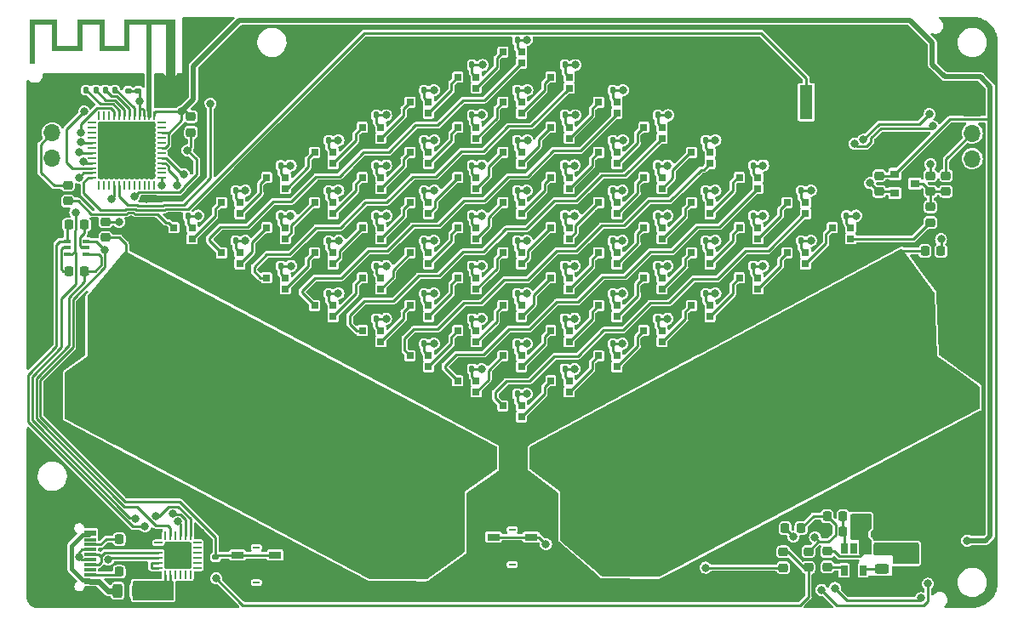
<source format=gbr>
G04 #@! TF.GenerationSoftware,KiCad,Pcbnew,5.99.0-unknown-4852a8afa1~142~ubuntu20.04.1*
G04 #@! TF.CreationDate,2021-10-18T20:21:53+02:00*
G04 #@! TF.ProjectId,chip2,63686970-322e-46b6-9963-61645f706362,1*
G04 #@! TF.SameCoordinates,Original*
G04 #@! TF.FileFunction,Copper,L1,Top*
G04 #@! TF.FilePolarity,Positive*
%FSLAX46Y46*%
G04 Gerber Fmt 4.6, Leading zero omitted, Abs format (unit mm)*
G04 Created by KiCad (PCBNEW 5.99.0-unknown-4852a8afa1~142~ubuntu20.04.1) date 2021-10-18 20:21:53*
%MOMM*%
%LPD*%
G01*
G04 APERTURE LIST*
G04 Aperture macros list*
%AMRoundRect*
0 Rectangle with rounded corners*
0 $1 Rounding radius*
0 $2 $3 $4 $5 $6 $7 $8 $9 X,Y pos of 4 corners*
0 Add a 4 corners polygon primitive as box body*
4,1,4,$2,$3,$4,$5,$6,$7,$8,$9,$2,$3,0*
0 Add four circle primitives for the rounded corners*
1,1,$1+$1,$2,$3*
1,1,$1+$1,$4,$5*
1,1,$1+$1,$6,$7*
1,1,$1+$1,$8,$9*
0 Add four rect primitives between the rounded corners*
20,1,$1+$1,$2,$3,$4,$5,0*
20,1,$1+$1,$4,$5,$6,$7,0*
20,1,$1+$1,$6,$7,$8,$9,0*
20,1,$1+$1,$8,$9,$2,$3,0*%
G04 Aperture macros list end*
G04 #@! TA.AperFunction,SMDPad,CuDef*
%ADD10RoundRect,0.062500X0.287500X0.062500X-0.287500X0.062500X-0.287500X-0.062500X0.287500X-0.062500X0*%
G04 #@! TD*
G04 #@! TA.AperFunction,SMDPad,CuDef*
%ADD11R,1.250000X0.700000*%
G04 #@! TD*
G04 #@! TA.AperFunction,SMDPad,CuDef*
%ADD12RoundRect,0.062500X-0.287500X-0.062500X0.287500X-0.062500X0.287500X0.062500X-0.287500X0.062500X0*%
G04 #@! TD*
G04 #@! TA.AperFunction,SMDPad,CuDef*
%ADD13RoundRect,0.147500X-0.147500X-0.172500X0.147500X-0.172500X0.147500X0.172500X-0.147500X0.172500X0*%
G04 #@! TD*
G04 #@! TA.AperFunction,SMDPad,CuDef*
%ADD14R,0.700000X0.700000*%
G04 #@! TD*
G04 #@! TA.AperFunction,SMDPad,CuDef*
%ADD15RoundRect,0.218750X-0.256250X0.218750X-0.256250X-0.218750X0.256250X-0.218750X0.256250X0.218750X0*%
G04 #@! TD*
G04 #@! TA.AperFunction,SMDPad,CuDef*
%ADD16RoundRect,0.147500X0.147500X0.172500X-0.147500X0.172500X-0.147500X-0.172500X0.147500X-0.172500X0*%
G04 #@! TD*
G04 #@! TA.AperFunction,SMDPad,CuDef*
%ADD17RoundRect,0.218750X0.256250X-0.218750X0.256250X0.218750X-0.256250X0.218750X-0.256250X-0.218750X0*%
G04 #@! TD*
G04 #@! TA.AperFunction,SMDPad,CuDef*
%ADD18RoundRect,0.243750X0.243750X0.456250X-0.243750X0.456250X-0.243750X-0.456250X0.243750X-0.456250X0*%
G04 #@! TD*
G04 #@! TA.AperFunction,ConnectorPad*
%ADD19R,0.500000X0.500000*%
G04 #@! TD*
G04 #@! TA.AperFunction,ComponentPad*
%ADD20R,0.900000X0.500000*%
G04 #@! TD*
G04 #@! TA.AperFunction,SMDPad,CuDef*
%ADD21RoundRect,0.218750X0.218750X0.256250X-0.218750X0.256250X-0.218750X-0.256250X0.218750X-0.256250X0*%
G04 #@! TD*
G04 #@! TA.AperFunction,SMDPad,CuDef*
%ADD22R,1.160000X0.600000*%
G04 #@! TD*
G04 #@! TA.AperFunction,SMDPad,CuDef*
%ADD23R,1.160000X0.300000*%
G04 #@! TD*
G04 #@! TA.AperFunction,ComponentPad*
%ADD24O,1.700000X0.900000*%
G04 #@! TD*
G04 #@! TA.AperFunction,ComponentPad*
%ADD25O,2.000000X0.900000*%
G04 #@! TD*
G04 #@! TA.AperFunction,SMDPad,CuDef*
%ADD26R,0.650000X1.060000*%
G04 #@! TD*
G04 #@! TA.AperFunction,SMDPad,CuDef*
%ADD27RoundRect,0.218750X-0.218750X-0.256250X0.218750X-0.256250X0.218750X0.256250X-0.218750X0.256250X0*%
G04 #@! TD*
G04 #@! TA.AperFunction,SMDPad,CuDef*
%ADD28RoundRect,0.062500X-0.350000X-0.062500X0.350000X-0.062500X0.350000X0.062500X-0.350000X0.062500X0*%
G04 #@! TD*
G04 #@! TA.AperFunction,SMDPad,CuDef*
%ADD29RoundRect,0.062500X-0.062500X-0.350000X0.062500X-0.350000X0.062500X0.350000X-0.062500X0.350000X0*%
G04 #@! TD*
G04 #@! TA.AperFunction,SMDPad,CuDef*
%ADD30RoundRect,0.250000X-1.050000X-1.050000X1.050000X-1.050000X1.050000X1.050000X-1.050000X1.050000X0*%
G04 #@! TD*
G04 #@! TA.AperFunction,SMDPad,CuDef*
%ADD31RoundRect,0.147500X0.172500X-0.147500X0.172500X0.147500X-0.172500X0.147500X-0.172500X-0.147500X0*%
G04 #@! TD*
G04 #@! TA.AperFunction,SMDPad,CuDef*
%ADD32R,1.300000X3.400000*%
G04 #@! TD*
G04 #@! TA.AperFunction,SMDPad,CuDef*
%ADD33RoundRect,0.147500X-0.172500X0.147500X-0.172500X-0.147500X0.172500X-0.147500X0.172500X0.147500X0*%
G04 #@! TD*
G04 #@! TA.AperFunction,SMDPad,CuDef*
%ADD34RoundRect,0.243750X0.456250X-0.243750X0.456250X0.243750X-0.456250X0.243750X-0.456250X-0.243750X0*%
G04 #@! TD*
G04 #@! TA.AperFunction,ComponentPad*
%ADD35R,1.700000X1.700000*%
G04 #@! TD*
G04 #@! TA.AperFunction,ComponentPad*
%ADD36O,1.700000X1.700000*%
G04 #@! TD*
G04 #@! TA.AperFunction,SMDPad,CuDef*
%ADD37R,0.900000X0.800000*%
G04 #@! TD*
G04 #@! TA.AperFunction,SMDPad,CuDef*
%ADD38R,0.650000X0.400000*%
G04 #@! TD*
G04 #@! TA.AperFunction,SMDPad,CuDef*
%ADD39RoundRect,0.062500X-0.062500X0.337500X-0.062500X-0.337500X0.062500X-0.337500X0.062500X0.337500X0*%
G04 #@! TD*
G04 #@! TA.AperFunction,SMDPad,CuDef*
%ADD40RoundRect,0.062500X-0.337500X0.062500X-0.337500X-0.062500X0.337500X-0.062500X0.337500X0.062500X0*%
G04 #@! TD*
G04 #@! TA.AperFunction,SMDPad,CuDef*
%ADD41RoundRect,0.250001X-2.399999X2.399999X-2.399999X-2.399999X2.399999X-2.399999X2.399999X2.399999X0*%
G04 #@! TD*
G04 #@! TA.AperFunction,ViaPad*
%ADD42C,0.800000*%
G04 #@! TD*
G04 #@! TA.AperFunction,Conductor*
%ADD43C,0.400000*%
G04 #@! TD*
G04 #@! TA.AperFunction,Conductor*
%ADD44C,0.250000*%
G04 #@! TD*
G04 #@! TA.AperFunction,Conductor*
%ADD45C,0.900000*%
G04 #@! TD*
G04 #@! TA.AperFunction,Conductor*
%ADD46C,0.500000*%
G04 #@! TD*
G04 #@! TA.AperFunction,Conductor*
%ADD47C,0.600000*%
G04 #@! TD*
G04 #@! TA.AperFunction,Conductor*
%ADD48C,0.450000*%
G04 #@! TD*
G04 APERTURE END LIST*
G36*
X111050000Y-66850000D02*
G01*
X111050000Y-66591842D01*
X111351778Y-66591842D01*
X111358309Y-66641368D01*
X111378868Y-66686553D01*
X111412511Y-66721787D01*
X111431122Y-66732400D01*
X111476637Y-66745300D01*
X111525156Y-66746043D01*
X111567819Y-66733935D01*
X111575731Y-66729581D01*
X111613674Y-66696797D01*
X111637742Y-66654395D01*
X111647583Y-66606785D01*
X111642847Y-66558378D01*
X111623185Y-66513584D01*
X111588245Y-66476814D01*
X111555353Y-66459908D01*
X111507267Y-66452018D01*
X111457682Y-66458592D01*
X111412372Y-66478687D01*
X111377112Y-66511357D01*
X111360218Y-66543583D01*
X111351778Y-66591842D01*
X111050000Y-66591842D01*
X111050000Y-61950000D01*
X109650000Y-61950000D01*
X109650000Y-66850000D01*
X109150000Y-66850000D01*
X109150000Y-61950000D01*
X107450000Y-61950000D01*
X107450000Y-64590000D01*
X104450000Y-64590000D01*
X104450000Y-61950000D01*
X102750000Y-61950000D01*
X102750000Y-64590000D01*
X99750000Y-64590000D01*
X99750000Y-61950000D01*
X98050000Y-61950000D01*
X98050000Y-65890000D01*
X97550000Y-65890000D01*
X97550000Y-61450000D01*
X100250000Y-61450000D01*
X100250000Y-64090000D01*
X102250000Y-64090000D01*
X102250000Y-61450000D01*
X104950000Y-61450000D01*
X104950000Y-64090000D01*
X106950000Y-64090000D01*
X106950000Y-61450000D01*
X111950000Y-61450000D01*
X111950000Y-66850000D01*
X111050000Y-66850000D01*
G37*
D10*
X120050000Y-117550000D03*
X120050000Y-114050000D03*
D11*
X121925000Y-116800000D03*
X118175000Y-116800000D03*
X121925000Y-114800000D03*
X118175000Y-114800000D03*
D12*
X145500000Y-112250000D03*
X145500000Y-115750000D03*
D11*
X143625000Y-113000000D03*
X147375000Y-113000000D03*
X143625000Y-115000000D03*
X147375000Y-115000000D03*
D13*
X126265000Y-78500000D03*
X127235000Y-78500000D03*
D14*
X149335000Y-72200000D03*
X149335000Y-73300000D03*
X151165000Y-73300000D03*
X151165000Y-72200000D03*
D15*
X188650000Y-77012500D03*
X188650000Y-78587500D03*
D14*
X154085000Y-89950000D03*
X154085000Y-91050000D03*
X155915000Y-91050000D03*
X155915000Y-89950000D03*
D13*
X105015000Y-68500000D03*
X105985000Y-68500000D03*
X135765000Y-83500000D03*
X136735000Y-83500000D03*
D16*
X131985000Y-91250000D03*
X131015000Y-91250000D03*
D14*
X163335000Y-79700000D03*
X163335000Y-80800000D03*
X165165000Y-80800000D03*
X165165000Y-79700000D03*
D16*
X145985000Y-63500000D03*
X145015000Y-63500000D03*
D17*
X105050000Y-83187500D03*
X105050000Y-81612500D03*
D14*
X125835000Y-79700000D03*
X125835000Y-80800000D03*
X127665000Y-80800000D03*
X127665000Y-79700000D03*
D16*
X164735000Y-83500000D03*
X163765000Y-83500000D03*
D13*
X173265000Y-83500000D03*
X174235000Y-83500000D03*
D14*
X158585000Y-82200000D03*
X158585000Y-83300000D03*
X160415000Y-83300000D03*
X160415000Y-82200000D03*
D16*
X127235000Y-88750000D03*
X126265000Y-88750000D03*
D13*
X135765000Y-68500000D03*
X136735000Y-68500000D03*
D16*
X127235000Y-73500000D03*
X126265000Y-73500000D03*
X150735000Y-81000000D03*
X149765000Y-81000000D03*
D14*
X149335000Y-77200000D03*
X149335000Y-78300000D03*
X151165000Y-78300000D03*
X151165000Y-77200000D03*
D13*
X131015000Y-76000000D03*
X131985000Y-76000000D03*
D14*
X140085000Y-72200000D03*
X140085000Y-73300000D03*
X141915000Y-73300000D03*
X141915000Y-72200000D03*
D13*
X140515000Y-81000000D03*
X141485000Y-81000000D03*
D15*
X182000000Y-77012500D03*
X182000000Y-78587500D03*
D13*
X140515000Y-71000000D03*
X141485000Y-71000000D03*
D14*
X149335000Y-82200000D03*
X149335000Y-83300000D03*
X151165000Y-83300000D03*
X151165000Y-82200000D03*
X116585000Y-84700000D03*
X116585000Y-85800000D03*
X118415000Y-85800000D03*
X118415000Y-84700000D03*
D18*
X108137500Y-118350000D03*
X106262500Y-118350000D03*
D13*
X111315000Y-118000000D03*
X112285000Y-118000000D03*
D19*
X109400000Y-66600000D03*
D20*
X111500000Y-66600000D03*
D17*
X172450000Y-116047500D03*
X172450000Y-114472500D03*
D15*
X187100000Y-77012500D03*
X187100000Y-78587500D03*
D14*
X172835000Y-79700000D03*
X172835000Y-80800000D03*
X174665000Y-80800000D03*
X174665000Y-79700000D03*
D13*
X154515000Y-68500000D03*
X155485000Y-68500000D03*
D21*
X102962500Y-81900000D03*
X101387500Y-81900000D03*
D13*
X140515000Y-86000000D03*
X141485000Y-86000000D03*
D16*
X150735000Y-76000000D03*
X149765000Y-76000000D03*
D14*
X149335000Y-87200000D03*
X149335000Y-88300000D03*
X151165000Y-88300000D03*
X151165000Y-87200000D03*
D22*
X103510000Y-111800000D03*
X103510000Y-112600000D03*
D23*
X103510000Y-113750000D03*
X103510000Y-114750000D03*
X103510000Y-115250000D03*
X103510000Y-116250000D03*
D22*
X103510000Y-117400000D03*
X103510000Y-118200000D03*
X103510000Y-118200000D03*
X103510000Y-117400000D03*
D23*
X103510000Y-116750000D03*
X103510000Y-115750000D03*
X103510000Y-114250000D03*
X103510000Y-113250000D03*
D22*
X103510000Y-112600000D03*
X103510000Y-111800000D03*
D24*
X98760000Y-110680000D03*
D25*
X102930000Y-119320000D03*
D24*
X98760000Y-119320000D03*
D25*
X102930000Y-110680000D03*
D16*
X127235000Y-83500000D03*
X126265000Y-83500000D03*
D17*
X176850000Y-115987500D03*
X176850000Y-114412500D03*
D16*
X136735000Y-93750000D03*
X135765000Y-93750000D03*
D14*
X163335000Y-74700000D03*
X163335000Y-75800000D03*
X165165000Y-75800000D03*
X165165000Y-74700000D03*
X144585000Y-89950000D03*
X144585000Y-91050000D03*
X146415000Y-91050000D03*
X146415000Y-89950000D03*
D16*
X155485000Y-78500000D03*
X154515000Y-78500000D03*
D15*
X113550000Y-71137500D03*
X113550000Y-72712500D03*
D14*
X154085000Y-79700000D03*
X154085000Y-80800000D03*
X155915000Y-80800000D03*
X155915000Y-79700000D03*
X158585000Y-77200000D03*
X158585000Y-78300000D03*
X160415000Y-78300000D03*
X160415000Y-77200000D03*
X130585000Y-72200000D03*
X130585000Y-73300000D03*
X132415000Y-73300000D03*
X132415000Y-72200000D03*
X140085000Y-87200000D03*
X140085000Y-88300000D03*
X141915000Y-88300000D03*
X141915000Y-87200000D03*
X140085000Y-77200000D03*
X140085000Y-78300000D03*
X141915000Y-78300000D03*
X141915000Y-77200000D03*
D13*
X112265000Y-81000000D03*
X113235000Y-81000000D03*
D14*
X125835000Y-84700000D03*
X125835000Y-85800000D03*
X127665000Y-85800000D03*
X127665000Y-84700000D03*
D16*
X150735000Y-91250000D03*
X149765000Y-91250000D03*
X145985000Y-98750000D03*
X145015000Y-98750000D03*
D14*
X168085000Y-82200000D03*
X168085000Y-83300000D03*
X169915000Y-83300000D03*
X169915000Y-82200000D03*
D13*
X117015000Y-78500000D03*
X117985000Y-78500000D03*
D14*
X135335000Y-89950000D03*
X135335000Y-91050000D03*
X137165000Y-91050000D03*
X137165000Y-89950000D03*
D16*
X169485000Y-76000000D03*
X168515000Y-76000000D03*
D13*
X131015000Y-71000000D03*
X131985000Y-71000000D03*
D14*
X163335000Y-89950000D03*
X163335000Y-91050000D03*
X165165000Y-91050000D03*
X165165000Y-89950000D03*
D13*
X154515000Y-73500000D03*
X155485000Y-73500000D03*
D17*
X185200000Y-114187500D03*
X185200000Y-112612500D03*
D14*
X149335000Y-67200000D03*
X149335000Y-68300000D03*
X151165000Y-68300000D03*
X151165000Y-67200000D03*
D13*
X149765000Y-86000000D03*
X150735000Y-86000000D03*
X145015000Y-88750000D03*
X145985000Y-88750000D03*
D14*
X168085000Y-87200000D03*
X168085000Y-88300000D03*
X169915000Y-88300000D03*
X169915000Y-87200000D03*
D17*
X187100000Y-81687500D03*
X187100000Y-80112500D03*
D14*
X130585000Y-77200000D03*
X130585000Y-78300000D03*
X132415000Y-78300000D03*
X132415000Y-77200000D03*
D26*
X178500000Y-116300000D03*
X179450000Y-116300000D03*
X180400000Y-116300000D03*
X180400000Y-114100000D03*
X179450000Y-114100000D03*
X178500000Y-114100000D03*
D14*
X144585000Y-69700000D03*
X144585000Y-70800000D03*
X146415000Y-70800000D03*
X146415000Y-69700000D03*
X144585000Y-74700000D03*
X144585000Y-75800000D03*
X146415000Y-75800000D03*
X146415000Y-74700000D03*
X172835000Y-84700000D03*
X172835000Y-85800000D03*
X174665000Y-85800000D03*
X174665000Y-84700000D03*
D16*
X131985000Y-81000000D03*
X131015000Y-81000000D03*
D14*
X140085000Y-97450000D03*
X140085000Y-98550000D03*
X141915000Y-98550000D03*
X141915000Y-97450000D03*
X154085000Y-94950000D03*
X154085000Y-96050000D03*
X155915000Y-96050000D03*
X155915000Y-94950000D03*
D27*
X186562500Y-84525000D03*
X188137500Y-84525000D03*
D13*
X145015000Y-73500000D03*
X145985000Y-73500000D03*
X149765000Y-96250000D03*
X150735000Y-96250000D03*
D14*
X135335000Y-74700000D03*
X135335000Y-75800000D03*
X137165000Y-75800000D03*
X137165000Y-74700000D03*
X135335000Y-79700000D03*
X135335000Y-80800000D03*
X137165000Y-80800000D03*
X137165000Y-79700000D03*
X163335000Y-84700000D03*
X163335000Y-85800000D03*
X165165000Y-85800000D03*
X165165000Y-84700000D03*
D16*
X122485000Y-81000000D03*
X121515000Y-81000000D03*
D27*
X180712500Y-111350000D03*
X182287500Y-111350000D03*
D14*
X154085000Y-84700000D03*
X154085000Y-85800000D03*
X155915000Y-85800000D03*
X155915000Y-84700000D03*
X144585000Y-79700000D03*
X144585000Y-80800000D03*
X146415000Y-80800000D03*
X146415000Y-79700000D03*
X144585000Y-99950000D03*
X144585000Y-101050000D03*
X146415000Y-101050000D03*
X146415000Y-99950000D03*
D13*
X177765000Y-81000000D03*
X178735000Y-81000000D03*
D14*
X140085000Y-67200000D03*
X140085000Y-68300000D03*
X141915000Y-68300000D03*
X141915000Y-67200000D03*
D28*
X110312500Y-113562500D03*
X110312500Y-114062500D03*
X110312500Y-114562500D03*
X110312500Y-115062500D03*
X110312500Y-115562500D03*
X110312500Y-116062500D03*
D29*
X111000000Y-116750000D03*
X111500000Y-116750000D03*
X112000000Y-116750000D03*
X112500000Y-116750000D03*
X113000000Y-116750000D03*
X113500000Y-116750000D03*
D28*
X114187500Y-116062500D03*
X114187500Y-115562500D03*
X114187500Y-115062500D03*
X114187500Y-114562500D03*
X114187500Y-114062500D03*
X114187500Y-113562500D03*
D29*
X113500000Y-112875000D03*
X113000000Y-112875000D03*
X112500000Y-112875000D03*
X112000000Y-112875000D03*
X111500000Y-112875000D03*
X111000000Y-112875000D03*
D30*
X112250000Y-114812500D03*
D27*
X101387500Y-86500000D03*
X102962500Y-86500000D03*
D14*
X154085000Y-69700000D03*
X154085000Y-70800000D03*
X155915000Y-70800000D03*
X155915000Y-69700000D03*
D16*
X122485000Y-76000000D03*
X121515000Y-76000000D03*
D14*
X154085000Y-74700000D03*
X154085000Y-75800000D03*
X155915000Y-75800000D03*
X155915000Y-74700000D03*
X135335000Y-94950000D03*
X135335000Y-96050000D03*
X137165000Y-96050000D03*
X137165000Y-94950000D03*
D16*
X164735000Y-73500000D03*
X163765000Y-73500000D03*
X164735000Y-78500000D03*
X163765000Y-78500000D03*
D13*
X140515000Y-76000000D03*
X141485000Y-76000000D03*
D16*
X150735000Y-71000000D03*
X149765000Y-71000000D03*
D14*
X140085000Y-82200000D03*
X140085000Y-83300000D03*
X141915000Y-83300000D03*
X141915000Y-82200000D03*
D16*
X159985000Y-71000000D03*
X159015000Y-71000000D03*
D13*
X121515000Y-86000000D03*
X122485000Y-86000000D03*
X103115000Y-68500000D03*
X104085000Y-68500000D03*
D31*
X108300000Y-68585000D03*
X108300000Y-67615000D03*
D13*
X140515000Y-91250000D03*
X141485000Y-91250000D03*
D14*
X125835000Y-89950000D03*
X125835000Y-91050000D03*
X127665000Y-91050000D03*
X127665000Y-89950000D03*
X140085000Y-92450000D03*
X140085000Y-93550000D03*
X141915000Y-93550000D03*
X141915000Y-92450000D03*
D15*
X101300000Y-77962500D03*
X101300000Y-79537500D03*
D32*
X174750000Y-69700000D03*
X183450000Y-69700000D03*
D13*
X154515000Y-93750000D03*
X155485000Y-93750000D03*
D33*
X116000000Y-114990000D03*
X116000000Y-115960000D03*
D16*
X159985000Y-91250000D03*
X159015000Y-91250000D03*
D14*
X121085000Y-82200000D03*
X121085000Y-83300000D03*
X122915000Y-83300000D03*
X122915000Y-82200000D03*
X130585000Y-82200000D03*
X130585000Y-83300000D03*
X132415000Y-83300000D03*
X132415000Y-82200000D03*
D13*
X168515000Y-86000000D03*
X169485000Y-86000000D03*
D14*
X111835000Y-82200000D03*
X111835000Y-83300000D03*
X113665000Y-83300000D03*
X113665000Y-82200000D03*
D27*
X176812500Y-110899999D03*
X178387500Y-110899999D03*
D13*
X180465000Y-112700000D03*
X181435000Y-112700000D03*
D31*
X183900001Y-114035000D03*
X183900001Y-113065000D03*
D13*
X145015000Y-83500000D03*
X145985000Y-83500000D03*
D14*
X158585000Y-92450000D03*
X158585000Y-93550000D03*
X160415000Y-93550000D03*
X160415000Y-92450000D03*
D13*
X173265000Y-78500000D03*
X174235000Y-78500000D03*
X168515000Y-81000000D03*
X169485000Y-81000000D03*
D16*
X150735000Y-66000000D03*
X149765000Y-66000000D03*
D13*
X140515000Y-96250000D03*
X141485000Y-96250000D03*
D34*
X182300000Y-116137500D03*
X182300000Y-114262500D03*
D35*
X191250000Y-70250000D03*
D36*
X191250000Y-72790000D03*
X191250000Y-75330000D03*
D14*
X121085000Y-77200000D03*
X121085000Y-78300000D03*
X122915000Y-78300000D03*
X122915000Y-77200000D03*
D27*
X106412500Y-116450000D03*
X107987500Y-116450000D03*
D14*
X177335000Y-82200000D03*
X177335000Y-83300000D03*
X179165000Y-83300000D03*
X179165000Y-82200000D03*
D13*
X140515000Y-66000000D03*
X141485000Y-66000000D03*
D14*
X144585000Y-84700000D03*
X144585000Y-85800000D03*
X146415000Y-85800000D03*
X146415000Y-84700000D03*
X130585000Y-92450000D03*
X130585000Y-93550000D03*
X132415000Y-93550000D03*
X132415000Y-92450000D03*
D27*
X106412500Y-113200000D03*
X107987500Y-113200000D03*
D14*
X149335000Y-92450000D03*
X149335000Y-93550000D03*
X151165000Y-93550000D03*
X151165000Y-92450000D03*
D13*
X154515000Y-83500000D03*
X155485000Y-83500000D03*
D14*
X158585000Y-72200000D03*
X158585000Y-73300000D03*
X160415000Y-73300000D03*
X160415000Y-72200000D03*
D13*
X163765000Y-88750000D03*
X164735000Y-88750000D03*
D37*
X183550000Y-76850000D03*
X183550000Y-78750000D03*
X185550000Y-77800000D03*
D14*
X135335000Y-84700000D03*
X135335000Y-85800000D03*
X137165000Y-85800000D03*
X137165000Y-84700000D03*
D16*
X159985000Y-76000000D03*
X159015000Y-76000000D03*
D14*
X168085000Y-77200000D03*
X168085000Y-78300000D03*
X169915000Y-78300000D03*
X169915000Y-77200000D03*
D16*
X117985000Y-83500000D03*
X117015000Y-83500000D03*
D14*
X149335000Y-97450000D03*
X149335000Y-98550000D03*
X151165000Y-98550000D03*
X151165000Y-97450000D03*
X121085000Y-87200000D03*
X121085000Y-88300000D03*
X122915000Y-88300000D03*
X122915000Y-87200000D03*
D21*
X178387500Y-112450000D03*
X176812500Y-112450000D03*
D14*
X144585000Y-94950000D03*
X144585000Y-96050000D03*
X146415000Y-96050000D03*
X146415000Y-94950000D03*
D16*
X145985000Y-93750000D03*
X145015000Y-93750000D03*
D14*
X116585000Y-79700000D03*
X116585000Y-80800000D03*
X118415000Y-80800000D03*
X118415000Y-79700000D03*
X125835000Y-74700000D03*
X125835000Y-75800000D03*
X127665000Y-75800000D03*
X127665000Y-74700000D03*
D38*
X101225000Y-83550000D03*
X101225000Y-84200000D03*
X101225000Y-84850000D03*
X103125000Y-84850000D03*
X103125000Y-84200000D03*
X103125000Y-83550000D03*
D16*
X136735000Y-73500000D03*
X135765000Y-73500000D03*
D13*
X159015000Y-81000000D03*
X159985000Y-81000000D03*
D14*
X144585000Y-64700000D03*
X144585000Y-65800000D03*
X146415000Y-65800000D03*
X146415000Y-64700000D03*
D16*
X132000000Y-86000000D03*
X131030000Y-86000000D03*
X136735000Y-88750000D03*
X135765000Y-88750000D03*
D15*
X174950000Y-114450000D03*
X174950000Y-116025000D03*
D16*
X159985000Y-86000000D03*
X159015000Y-86000000D03*
D14*
X158585000Y-87200000D03*
X158585000Y-88300000D03*
X160415000Y-88300000D03*
X160415000Y-87200000D03*
D39*
X109900000Y-71050000D03*
X109400000Y-71050000D03*
X108900000Y-71050000D03*
X108400000Y-71050000D03*
X107900000Y-71050000D03*
X107400000Y-71050000D03*
X106900000Y-71050000D03*
X106400000Y-71050000D03*
X105900000Y-71050000D03*
X105400000Y-71050000D03*
X104900000Y-71050000D03*
X104400000Y-71050000D03*
D40*
X103700000Y-71750000D03*
X103700000Y-72250000D03*
X103700000Y-72750000D03*
X103700000Y-73250000D03*
X103700000Y-73750000D03*
X103700000Y-74250000D03*
X103700000Y-74750000D03*
X103700000Y-75250000D03*
X103700000Y-75750000D03*
X103700000Y-76250000D03*
X103700000Y-76750000D03*
X103700000Y-77250000D03*
D39*
X104400000Y-77950000D03*
X104900000Y-77950000D03*
X105400000Y-77950000D03*
X105900000Y-77950000D03*
X106400000Y-77950000D03*
X106900000Y-77950000D03*
X107400000Y-77950000D03*
X107900000Y-77950000D03*
X108400000Y-77950000D03*
X108900000Y-77950000D03*
X109400000Y-77950000D03*
X109900000Y-77950000D03*
D40*
X110600000Y-77250000D03*
X110600000Y-76750000D03*
X110600000Y-76250000D03*
X110600000Y-75750000D03*
X110600000Y-75250000D03*
X110600000Y-74750000D03*
X110600000Y-74250000D03*
X110600000Y-73750000D03*
X110600000Y-73250000D03*
X110600000Y-72750000D03*
X110600000Y-72250000D03*
X110600000Y-71750000D03*
D41*
X107150000Y-74500000D03*
D16*
X136735000Y-78500000D03*
X135765000Y-78500000D03*
D27*
X172642500Y-112130000D03*
X174217500Y-112130000D03*
D31*
X107300000Y-68585000D03*
X107300000Y-67615000D03*
D35*
X99750000Y-70225000D03*
D36*
X99750000Y-72765000D03*
X99750000Y-75305000D03*
D14*
X130585000Y-87200000D03*
X130585000Y-88300000D03*
X132415000Y-88300000D03*
X132415000Y-87200000D03*
D16*
X155485000Y-88750000D03*
X154515000Y-88750000D03*
D14*
X135335000Y-69700000D03*
X135335000Y-70800000D03*
X137165000Y-70800000D03*
X137165000Y-69700000D03*
D13*
X145015000Y-68500000D03*
X145985000Y-68500000D03*
D16*
X145985000Y-78500000D03*
X145015000Y-78500000D03*
D42*
X127950000Y-116500000D03*
X100000000Y-80850000D03*
X102600000Y-90450000D03*
X106050000Y-105900000D03*
X102500000Y-109050000D03*
X113500000Y-64000000D03*
X105350000Y-72900000D03*
X111500000Y-69500000D03*
X114925000Y-110250000D03*
X102600000Y-67500000D03*
X110500000Y-69500000D03*
X109300000Y-72900000D03*
X109150000Y-79320000D03*
X113500000Y-65000000D03*
X104800000Y-67500000D03*
X101942067Y-69824500D03*
X119600000Y-112550000D03*
X169590000Y-117290000D03*
X112425000Y-73075000D03*
X103700000Y-67500000D03*
X113500000Y-63000000D03*
X169600000Y-113890000D03*
X101500000Y-67500000D03*
X106075000Y-111750000D03*
X112500000Y-68500000D03*
X110500000Y-67500000D03*
X146650000Y-104300000D03*
X107550000Y-81400000D03*
X112500000Y-67500000D03*
X110500000Y-68500000D03*
X105900000Y-67500000D03*
X114500000Y-70000000D03*
X113500000Y-62000000D03*
X119825000Y-116075000D03*
X99400000Y-67500000D03*
X114500000Y-112500000D03*
X100400000Y-67500000D03*
X175615911Y-113021922D03*
X102425000Y-74675000D03*
X185500000Y-115200000D03*
X110660000Y-78000000D03*
X108400000Y-69600000D03*
X190750000Y-113350000D03*
X112600000Y-70600000D03*
X102600000Y-72700000D03*
X113200000Y-74500000D03*
X105000000Y-84425000D03*
X107890000Y-79050500D03*
X151750000Y-71000000D03*
X128200000Y-78500000D03*
X109350000Y-118750000D03*
X151700000Y-96250000D03*
X151700000Y-76000000D03*
X156450000Y-93750000D03*
X132950000Y-76000000D03*
X132950000Y-91250000D03*
X156500000Y-73500000D03*
X114250000Y-81000000D03*
X147000000Y-68500000D03*
X156450000Y-83500000D03*
X170450000Y-86000000D03*
X146950000Y-98750000D03*
X156450000Y-88750000D03*
X165700000Y-83500000D03*
X160950000Y-91250000D03*
X179700000Y-81000000D03*
X147000000Y-73500000D03*
X137700000Y-83500000D03*
X165700000Y-78500000D03*
X151750000Y-66000000D03*
X118950000Y-83500000D03*
X128200000Y-88750000D03*
X151700000Y-86000000D03*
X160950000Y-81000000D03*
X179600000Y-112000000D03*
X146950000Y-78500000D03*
X137750000Y-78500000D03*
X151700000Y-81000000D03*
X132950000Y-86000000D03*
X123450000Y-81000000D03*
X156450000Y-78500000D03*
X165700000Y-73500000D03*
X161000000Y-71000000D03*
X175200000Y-78500000D03*
X160950000Y-76000000D03*
X133000000Y-81000000D03*
X142550000Y-66000000D03*
X151700000Y-91250000D03*
X109350000Y-117900000D03*
X165700000Y-88750000D03*
X179600000Y-111150000D03*
X142450000Y-96250000D03*
X132950000Y-71000000D03*
X142450000Y-81000000D03*
X128250000Y-83500000D03*
X146950000Y-83500000D03*
X110200000Y-118750000D03*
X118950000Y-78500000D03*
X128200000Y-73500000D03*
X137700000Y-88750000D03*
X175200000Y-83500000D03*
X187100000Y-75850000D03*
X146950000Y-88750000D03*
X137700000Y-93750000D03*
X137700000Y-68500000D03*
X137750000Y-73500000D03*
X111050000Y-118750000D03*
X110200000Y-117900000D03*
X160950000Y-86000000D03*
X142450000Y-86000000D03*
X142500000Y-76000000D03*
X142450000Y-70950000D03*
X146950000Y-63500000D03*
X146950000Y-93750000D03*
X170450000Y-76000000D03*
X156500000Y-68500000D03*
X123450000Y-76000000D03*
X142450000Y-91250000D03*
X170450000Y-81000000D03*
X123500000Y-86000000D03*
X180425500Y-73450000D03*
X102600000Y-73700000D03*
X177591944Y-118078056D03*
X186160806Y-119085306D03*
X186980000Y-70890000D03*
X179555650Y-73830678D03*
X102808638Y-75575500D03*
X187301944Y-72098056D03*
X176260000Y-118260000D03*
X186850000Y-117650000D03*
X173469140Y-112948486D03*
X105304710Y-115237000D03*
X102385229Y-114971951D03*
X102909116Y-70634116D03*
X181100000Y-77760000D03*
X116050000Y-117125000D03*
X107975000Y-111199019D03*
X102399185Y-77201109D03*
X102050000Y-80700000D03*
X110075000Y-110900000D03*
X108975000Y-111950000D03*
X164725000Y-116050000D03*
X148850000Y-113700000D03*
X106375000Y-81625000D03*
X105600000Y-79325000D03*
X112860000Y-76890000D03*
X111694151Y-110636857D03*
X112210953Y-111433393D03*
X112133056Y-77963056D03*
X188150000Y-83350000D03*
X115475000Y-69850000D03*
D43*
X103510000Y-112600000D02*
X103360000Y-112750000D01*
X103360000Y-112750000D02*
X102750000Y-112750000D01*
X102750000Y-112750000D02*
X101635718Y-113864282D01*
X101635718Y-113864282D02*
X101635718Y-116135718D01*
X101635718Y-116135718D02*
X102750000Y-117250000D01*
X102750000Y-117250000D02*
X103360000Y-117250000D01*
X103360000Y-117250000D02*
X103510000Y-117400000D01*
D44*
X147200000Y-97500000D02*
X144900000Y-97500000D01*
X149700000Y-95000000D02*
X147200000Y-97500000D01*
X144900000Y-97500000D02*
X143800000Y-98600000D01*
X152000000Y-95000000D02*
X149700000Y-95000000D01*
X154600000Y-92400000D02*
X152000000Y-95000000D01*
X156500000Y-92400000D02*
X154600000Y-92400000D01*
X161100000Y-89700000D02*
X159200000Y-89700000D01*
X163500000Y-87300000D02*
X161100000Y-89700000D01*
X165900000Y-87300000D02*
X163500000Y-87300000D01*
X159200000Y-89700000D02*
X156500000Y-92400000D01*
X143800000Y-98600000D02*
X143800000Y-99165000D01*
X168700000Y-84500000D02*
X165900000Y-87300000D01*
X170965000Y-84500000D02*
X168700000Y-84500000D01*
X174665000Y-80800000D02*
X170965000Y-84500000D01*
X143800000Y-99165000D02*
X144585000Y-99950000D01*
X161400000Y-84600000D02*
X163900000Y-82100000D01*
X163900000Y-82100000D02*
X166100000Y-82100000D01*
X159200000Y-84600000D02*
X161400000Y-84600000D01*
X156700000Y-87100000D02*
X159200000Y-84600000D01*
X154500000Y-87100000D02*
X156700000Y-87100000D01*
X152000000Y-89600000D02*
X154500000Y-87100000D01*
X149900000Y-89600000D02*
X152000000Y-89600000D01*
X138800000Y-95900000D02*
X139900000Y-94800000D01*
X147200000Y-92300000D02*
X149900000Y-89600000D01*
X145150000Y-92300000D02*
X147200000Y-92300000D01*
X142650000Y-94800000D02*
X145150000Y-92300000D01*
X139900000Y-94800000D02*
X142650000Y-94800000D01*
X138800000Y-96165000D02*
X138800000Y-95900000D01*
X140085000Y-97450000D02*
X138800000Y-96165000D01*
X166100000Y-82100000D02*
X169900000Y-78300000D01*
X169900000Y-78300000D02*
X169915000Y-78300000D01*
X156600000Y-82000000D02*
X159100000Y-79500000D01*
X151900000Y-84500000D02*
X154400000Y-82000000D01*
X149900000Y-84500000D02*
X151900000Y-84500000D01*
X147000000Y-87400000D02*
X149900000Y-84500000D01*
X154400000Y-82000000D02*
X156600000Y-82000000D01*
X144700000Y-87400000D02*
X147000000Y-87400000D01*
X164540489Y-76424511D02*
X165165000Y-75800000D01*
X142400000Y-89700000D02*
X144700000Y-87400000D01*
X140700000Y-89700000D02*
X142400000Y-89700000D01*
X138100000Y-92300000D02*
X140700000Y-89700000D01*
X135700000Y-92300000D02*
X138100000Y-92300000D01*
X134800000Y-93200000D02*
X135700000Y-92300000D01*
X134800000Y-94415000D02*
X134800000Y-93200000D01*
X135335000Y-94950000D02*
X134800000Y-94415000D01*
X159100000Y-79500000D02*
X161200000Y-79500000D01*
X161200000Y-79500000D02*
X164275489Y-76424511D01*
X164275489Y-76424511D02*
X164540489Y-76424511D01*
X149700000Y-79500000D02*
X151900000Y-79500000D01*
X146870000Y-82330000D02*
X149700000Y-79500000D01*
X144870000Y-82330000D02*
X146870000Y-82330000D01*
X142600000Y-84600000D02*
X144870000Y-82330000D01*
X140600000Y-84600000D02*
X142600000Y-84600000D01*
X138200000Y-87000000D02*
X140600000Y-84600000D01*
X136200000Y-87000000D02*
X138200000Y-87000000D01*
X151900000Y-79500000D02*
X154400000Y-77000000D01*
X133700000Y-89500000D02*
X136200000Y-87000000D01*
X130750000Y-89500000D02*
X133700000Y-89500000D01*
X129325489Y-90924511D02*
X130750000Y-89500000D01*
X129325489Y-91790489D02*
X129325489Y-90924511D01*
X129985000Y-92450000D02*
X129325489Y-91790489D01*
X130585000Y-92450000D02*
X129985000Y-92450000D01*
X154400000Y-77000000D02*
X156715000Y-77000000D01*
X156715000Y-77000000D02*
X160415000Y-73300000D01*
X145100000Y-77100000D02*
X147000000Y-77100000D01*
X147000000Y-77100000D02*
X149600000Y-74500000D01*
X142700000Y-79500000D02*
X145100000Y-77100000D01*
X140700000Y-79500000D02*
X142700000Y-79500000D01*
X133100000Y-84500000D02*
X135600000Y-82000000D01*
X138200000Y-82000000D02*
X140700000Y-79500000D01*
X131200000Y-84500000D02*
X133100000Y-84500000D01*
X128500000Y-87200000D02*
X131200000Y-84500000D01*
X125846096Y-87200000D02*
X128500000Y-87200000D01*
X124575489Y-88470607D02*
X125846096Y-87200000D01*
X124575489Y-88690489D02*
X124575489Y-88470607D01*
X135600000Y-82000000D02*
X138200000Y-82000000D01*
X125835000Y-89950000D02*
X124575489Y-88690489D01*
X149600000Y-74500000D02*
X152300000Y-74500000D01*
X155915000Y-70885000D02*
X155915000Y-70800000D01*
X152300000Y-74500000D02*
X155915000Y-70885000D01*
X140400000Y-74600000D02*
X142600000Y-74600000D01*
X126000000Y-82200000D02*
X128400000Y-82200000D01*
X142600000Y-74600000D02*
X145100000Y-72100000D01*
X137900000Y-77100000D02*
X140400000Y-74600000D01*
X133000000Y-79700000D02*
X135600000Y-77100000D01*
X135600000Y-77100000D02*
X137900000Y-77100000D01*
X145100000Y-72100000D02*
X147365000Y-72100000D01*
X128400000Y-82200000D02*
X130900000Y-79700000D01*
X123370000Y-84830000D02*
X126000000Y-82200000D01*
X119825489Y-86094511D02*
X121090000Y-84830000D01*
X119825489Y-86540489D02*
X119825489Y-86094511D01*
X120485000Y-87200000D02*
X119825489Y-86540489D01*
X130900000Y-79700000D02*
X133000000Y-79700000D01*
X121090000Y-84830000D02*
X123370000Y-84830000D01*
X121085000Y-87200000D02*
X120485000Y-87200000D01*
X147365000Y-72100000D02*
X151165000Y-68300000D01*
X135900000Y-72000000D02*
X138100000Y-72000000D01*
X123500000Y-79600000D02*
X126000000Y-77100000D01*
X138100000Y-72000000D02*
X140600000Y-69500000D01*
X140600000Y-69500000D02*
X142715000Y-69500000D01*
X133200000Y-74700000D02*
X135900000Y-72000000D01*
X130700000Y-74700000D02*
X133200000Y-74700000D01*
X128300000Y-77100000D02*
X130700000Y-74700000D01*
X126000000Y-77100000D02*
X128300000Y-77100000D01*
X115375489Y-83220607D02*
X116496096Y-82100000D01*
X119200000Y-82100000D02*
X121700000Y-79600000D01*
X116585000Y-84700000D02*
X115375489Y-83490489D01*
X142715000Y-69500000D02*
X146415000Y-65800000D01*
X116496096Y-82100000D02*
X119200000Y-82100000D01*
X121700000Y-79600000D02*
X123500000Y-79600000D01*
X115375489Y-83490489D02*
X115375489Y-83220607D01*
X116050000Y-117125000D02*
X118700000Y-119775000D01*
X118700000Y-119775000D02*
X174125000Y-119775000D01*
X174125000Y-119775000D02*
X174950000Y-118950000D01*
X174950000Y-118950000D02*
X174950000Y-116025000D01*
X186850000Y-117650000D02*
X186850000Y-119350000D01*
X186850000Y-119350000D02*
X186400000Y-119800000D01*
X186400000Y-119800000D02*
X177800000Y-119800000D01*
X177800000Y-119800000D02*
X176260000Y-118260000D01*
X186160806Y-119085306D02*
X185946112Y-119300000D01*
X185946112Y-119300000D02*
X178813888Y-119300000D01*
X178813888Y-119300000D02*
X177591944Y-118078056D01*
X116000000Y-114990000D02*
X116190000Y-114800000D01*
X116190000Y-114800000D02*
X117550000Y-114800000D01*
X112453904Y-109500000D02*
X115976952Y-113023048D01*
X116000000Y-114990000D02*
X116000000Y-113046096D01*
X116000000Y-113046096D02*
X115976952Y-113023048D01*
X103125000Y-83550000D02*
X104125000Y-83550000D01*
X98550000Y-97345018D02*
X98550000Y-101050000D01*
X104125000Y-83550000D02*
X104999520Y-84424520D01*
X104999520Y-84424520D02*
X104999520Y-86115486D01*
X104999520Y-86115486D02*
X101799040Y-89315966D01*
X101799040Y-89315966D02*
X101799039Y-94095979D01*
X101799039Y-94095979D02*
X98550000Y-97345018D01*
X98550000Y-101050000D02*
X107000000Y-109500000D01*
X107000000Y-109500000D02*
X112453904Y-109500000D01*
X117753904Y-114800000D02*
X118175000Y-114800000D01*
X118175000Y-114800000D02*
X117550000Y-114800000D01*
X121925000Y-114800000D02*
X117550000Y-114800000D01*
X143625000Y-113000000D02*
X148150000Y-113000000D01*
X148150000Y-113000000D02*
X148850000Y-113700000D01*
X107994879Y-80325969D02*
X108099390Y-80430480D01*
X103274511Y-77279393D02*
X102887500Y-77666404D01*
X108099390Y-80430480D02*
X110915616Y-80430480D01*
X103700000Y-77250000D02*
X103274511Y-77250000D01*
X103274511Y-77250000D02*
X103274511Y-77279393D01*
X104555480Y-80430480D02*
X107000610Y-80430480D01*
X130744511Y-62825489D02*
X170250489Y-62825489D01*
X107000610Y-80430480D02*
X107105121Y-80325969D01*
X170250489Y-62825489D02*
X174750000Y-67325000D01*
X102887500Y-77666404D02*
X102887500Y-78762500D01*
X110915616Y-80430480D02*
X111020607Y-80325489D01*
X107105121Y-80325969D02*
X107994879Y-80325969D01*
X113244511Y-80325489D02*
X130744511Y-62825489D01*
X102887500Y-78762500D02*
X104555480Y-80430480D01*
X111020607Y-80325489D02*
X113244511Y-80325489D01*
X174750000Y-67325000D02*
X174750000Y-69700000D01*
X159209511Y-81194511D02*
X159209511Y-82675489D01*
X159209511Y-82675489D02*
X158585000Y-83300000D01*
X135959511Y-90425489D02*
X135335000Y-91050000D01*
X145209511Y-90425489D02*
X144585000Y-91050000D01*
X149765000Y-96250000D02*
X149959511Y-96444511D01*
X121515000Y-86000000D02*
X121709511Y-86194511D01*
X140515000Y-81000000D02*
X140709511Y-81194511D01*
X159209511Y-76194511D02*
X159209511Y-77675489D01*
X121709511Y-82675489D02*
X121085000Y-83300000D01*
X154709511Y-78694511D02*
X154709511Y-80175489D01*
X140709511Y-71194511D02*
X140709511Y-72675489D01*
X159015000Y-86000000D02*
X159209511Y-86194511D01*
X154515000Y-83500000D02*
X154709511Y-83694511D01*
X135959511Y-88944511D02*
X135959511Y-90425489D01*
X159015000Y-81000000D02*
X159209511Y-81194511D01*
X140709511Y-81194511D02*
X140709511Y-82675489D01*
X154515000Y-73500000D02*
X154515000Y-73819999D01*
X121709511Y-87675489D02*
X121085000Y-88300000D01*
X163765000Y-73500000D02*
X163959511Y-73694511D01*
X149959511Y-67675489D02*
X149335000Y-68300000D01*
X145015000Y-63500000D02*
X145209511Y-63694511D01*
X135765000Y-78500000D02*
X135959511Y-78694511D01*
X154709511Y-95425489D02*
X154085000Y-96050000D01*
X159209511Y-86194511D02*
X159209511Y-87675489D01*
X131015000Y-76000000D02*
X131209511Y-76194511D01*
X159209511Y-91444511D02*
X159209511Y-92925489D01*
X121515000Y-76000000D02*
X121709511Y-76194511D01*
X154709511Y-80175489D02*
X154085000Y-80800000D01*
X140515000Y-86000000D02*
X140709511Y-86194511D01*
X149959511Y-86194511D02*
X149959511Y-87675489D01*
X121709511Y-76194511D02*
X121709511Y-77675489D01*
X135959511Y-83694511D02*
X135959511Y-85175489D01*
X173459511Y-78694511D02*
X173459511Y-80175489D01*
X149765000Y-91250000D02*
X149959511Y-91444511D01*
X168709511Y-76194511D02*
X168709511Y-77675489D01*
X131209511Y-87675489D02*
X130585000Y-88300000D01*
X159209511Y-92925489D02*
X158585000Y-93550000D01*
X145209511Y-93944511D02*
X145209511Y-95425489D01*
X173459511Y-85175489D02*
X172835000Y-85800000D01*
X154709511Y-75175489D02*
X154085000Y-75800000D01*
X177959511Y-81194511D02*
X177959511Y-82675489D01*
X163959511Y-73694511D02*
X163959511Y-75175489D01*
X154709511Y-70175489D02*
X154085000Y-70800000D01*
X131209511Y-86179511D02*
X131209511Y-87675489D01*
X168515000Y-86000000D02*
X168709511Y-86194511D01*
X159209511Y-72675489D02*
X158585000Y-73300000D01*
X117209511Y-85175489D02*
X116585000Y-85800000D01*
X135959511Y-80175489D02*
X135335000Y-80800000D01*
X135959511Y-73694511D02*
X135959511Y-75175489D01*
X154709511Y-74014510D02*
X154709511Y-75175489D01*
X112459511Y-82675489D02*
X111835000Y-83300000D01*
X131209511Y-76194511D02*
X131209511Y-77675489D01*
X140709511Y-97925489D02*
X140085000Y-98550000D01*
X145015000Y-88750000D02*
X145209511Y-88944511D01*
X140709511Y-92925489D02*
X140085000Y-93550000D01*
X140709511Y-87675489D02*
X140085000Y-88300000D01*
X149765000Y-76000000D02*
X149959511Y-76194511D01*
X121709511Y-86194511D02*
X121709511Y-87675489D01*
X117015000Y-83500000D02*
X117015000Y-83819999D01*
X159015000Y-91250000D02*
X159209511Y-91444511D01*
X173265000Y-83500000D02*
X173459511Y-83694511D01*
X140709511Y-72675489D02*
X140085000Y-73300000D01*
X135959511Y-85175489D02*
X135335000Y-85800000D01*
X131015000Y-81000000D02*
X131209511Y-81194511D01*
X145209511Y-68694511D02*
X145209511Y-70175489D01*
X131209511Y-82675489D02*
X130585000Y-83300000D01*
X154515000Y-93750000D02*
X154709511Y-93944511D01*
X149765000Y-81000000D02*
X149959511Y-81194511D01*
X126459511Y-85175489D02*
X125835000Y-85800000D01*
X145209511Y-98944511D02*
X145209511Y-100425489D01*
X121709511Y-77675489D02*
X121085000Y-78300000D01*
X145015000Y-93750000D02*
X145209511Y-93944511D01*
X131030000Y-86000000D02*
X131209511Y-86179511D01*
X121709511Y-81194511D02*
X121709511Y-82675489D01*
X159015000Y-76000000D02*
X159209511Y-76194511D01*
X117209511Y-80175489D02*
X116585000Y-80800000D01*
X145015000Y-68500000D02*
X145209511Y-68694511D01*
X145209511Y-95425489D02*
X144585000Y-96050000D01*
X154709511Y-83694511D02*
X154709511Y-85175489D01*
X163959511Y-88944511D02*
X163959511Y-90425489D01*
X131209511Y-71194511D02*
X131209511Y-72675489D01*
X163959511Y-80175489D02*
X163335000Y-80800000D01*
X140709511Y-91444511D02*
X140709511Y-92925489D01*
X140515000Y-96250000D02*
X140709511Y-96444511D01*
X177959511Y-82675489D02*
X177335000Y-83300000D01*
X159209511Y-87675489D02*
X158585000Y-88300000D01*
X126459511Y-88944511D02*
X126459511Y-90425489D01*
X140515000Y-76000000D02*
X140709511Y-76194511D01*
X145015000Y-98750000D02*
X145209511Y-98944511D01*
X173459511Y-83694511D02*
X173459511Y-85175489D01*
X163765000Y-88750000D02*
X163959511Y-88944511D01*
X154709511Y-90425489D02*
X154085000Y-91050000D01*
X145209511Y-88944511D02*
X145209511Y-90425489D01*
X154515000Y-73819999D02*
X154709511Y-74014510D01*
X154515000Y-68500000D02*
X154709511Y-68694511D01*
X140515000Y-66000000D02*
X140709511Y-66194511D01*
X145015000Y-78500000D02*
X145209511Y-78694511D01*
X131015000Y-71000000D02*
X131209511Y-71194511D01*
X145209511Y-80175489D02*
X144585000Y-80800000D01*
X131209511Y-77675489D02*
X130585000Y-78300000D01*
X135765000Y-83500000D02*
X135959511Y-83694511D01*
X168515000Y-76000000D02*
X168709511Y-76194511D01*
X140515000Y-91250000D02*
X140709511Y-91444511D01*
X149959511Y-82675489D02*
X149335000Y-83300000D01*
X163959511Y-90425489D02*
X163335000Y-91050000D01*
X135765000Y-68500000D02*
X135959511Y-68694511D01*
X131209511Y-91444511D02*
X131209511Y-92925489D01*
X135765000Y-73500000D02*
X135959511Y-73694511D01*
X149959511Y-91444511D02*
X149959511Y-92925489D01*
X145209511Y-70175489D02*
X144585000Y-70800000D01*
X163959511Y-83694511D02*
X163959511Y-85175489D01*
X131209511Y-72675489D02*
X130585000Y-73300000D01*
X126459511Y-83694511D02*
X126459511Y-85175489D01*
X145209511Y-65175489D02*
X144585000Y-65800000D01*
X135959511Y-93944511D02*
X135959511Y-95425489D01*
X145209511Y-73694511D02*
X145209511Y-75175489D01*
X121515000Y-81000000D02*
X121709511Y-81194511D01*
X140709511Y-77675489D02*
X140085000Y-78300000D01*
X149959511Y-96444511D02*
X149959511Y-97925489D01*
X168709511Y-81194511D02*
X168709511Y-82675489D01*
X163959511Y-78694511D02*
X163959511Y-80175489D01*
X140709511Y-86194511D02*
X140709511Y-87675489D01*
X145209511Y-83694511D02*
X145209511Y-85175489D01*
X149959511Y-97925489D02*
X149335000Y-98550000D01*
X168709511Y-77675489D02*
X168085000Y-78300000D01*
X131209511Y-92925489D02*
X130585000Y-93550000D01*
X168515000Y-81000000D02*
X168709511Y-81194511D01*
X159209511Y-71194511D02*
X159209511Y-72675489D01*
X168709511Y-86194511D02*
X168709511Y-87675489D01*
X173265000Y-78500000D02*
X173459511Y-78694511D01*
X145209511Y-78694511D02*
X145209511Y-80175489D01*
X145209511Y-100425489D02*
X144585000Y-101050000D01*
X154515000Y-78500000D02*
X154709511Y-78694511D01*
X117209511Y-78694511D02*
X117209511Y-80175489D01*
X140709511Y-66194511D02*
X140709511Y-67675489D01*
X154709511Y-68694511D02*
X154709511Y-70175489D01*
X135959511Y-70175489D02*
X135335000Y-70800000D01*
X149765000Y-71000000D02*
X149959511Y-71194511D01*
X135959511Y-95425489D02*
X135335000Y-96050000D01*
X126459511Y-73694511D02*
X126459511Y-75175489D01*
X173459511Y-80175489D02*
X172835000Y-80800000D01*
X145015000Y-73500000D02*
X145209511Y-73694511D01*
X135765000Y-93750000D02*
X135959511Y-93944511D01*
X159015000Y-71000000D02*
X159209511Y-71194511D01*
X168709511Y-87675489D02*
X168085000Y-88300000D01*
X154709511Y-85175489D02*
X154085000Y-85800000D01*
X131015000Y-91250000D02*
X131209511Y-91444511D01*
X163959511Y-85175489D02*
X163335000Y-85800000D01*
X163765000Y-83500000D02*
X163959511Y-83694511D01*
X135959511Y-78694511D02*
X135959511Y-80175489D01*
X145015000Y-83500000D02*
X145209511Y-83694511D01*
X149959511Y-81194511D02*
X149959511Y-82675489D01*
X163959511Y-75175489D02*
X163335000Y-75800000D01*
X140709511Y-67675489D02*
X140085000Y-68300000D01*
X159209511Y-77675489D02*
X158585000Y-78300000D01*
X126459511Y-75175489D02*
X125835000Y-75800000D01*
X154709511Y-88944511D02*
X154709511Y-90425489D01*
X163765000Y-78500000D02*
X163959511Y-78694511D01*
X112459511Y-81194511D02*
X112459511Y-82675489D01*
X126459511Y-90425489D02*
X125835000Y-91050000D01*
X149959511Y-87675489D02*
X149335000Y-88300000D01*
X126265000Y-83500000D02*
X126459511Y-83694511D01*
X149959511Y-76194511D02*
X149959511Y-77675489D01*
X145209511Y-75175489D02*
X144585000Y-75800000D01*
X140709511Y-76194511D02*
X140709511Y-77675489D01*
X135959511Y-75175489D02*
X135335000Y-75800000D01*
X154709511Y-93944511D02*
X154709511Y-95425489D01*
X131209511Y-81194511D02*
X131209511Y-82675489D01*
X126459511Y-78694511D02*
X126459511Y-80175489D01*
X145209511Y-63694511D02*
X145209511Y-65175489D01*
X149959511Y-72675489D02*
X149335000Y-73300000D01*
X177765000Y-81000000D02*
X177959511Y-81194511D01*
X112265000Y-81000000D02*
X112459511Y-81194511D01*
X117015000Y-78500000D02*
X117209511Y-78694511D01*
X126265000Y-78500000D02*
X126459511Y-78694511D01*
X145209511Y-85175489D02*
X144585000Y-85800000D01*
X135765000Y-88750000D02*
X135959511Y-88944511D01*
X135959511Y-68694511D02*
X135959511Y-70175489D01*
X140515000Y-71000000D02*
X140709511Y-71194511D01*
X126459511Y-80175489D02*
X125835000Y-80800000D01*
X149959511Y-71194511D02*
X149959511Y-72675489D01*
X149959511Y-66194511D02*
X149959511Y-67675489D01*
X149959511Y-92925489D02*
X149335000Y-93550000D01*
X117015000Y-83819999D02*
X117209511Y-84014510D01*
X140709511Y-82675489D02*
X140085000Y-83300000D01*
D45*
X111500000Y-66600000D02*
X111500000Y-67600000D01*
D44*
X126265000Y-73500000D02*
X126459511Y-73694511D01*
X117209511Y-84014510D02*
X117209511Y-85175489D01*
X140709511Y-96444511D02*
X140709511Y-97925489D01*
X149765000Y-66000000D02*
X149959511Y-66194511D01*
X126265000Y-88750000D02*
X126459511Y-88944511D01*
X149765000Y-86000000D02*
X149959511Y-86194511D01*
X149959511Y-77675489D02*
X149335000Y-78300000D01*
X154515000Y-88750000D02*
X154709511Y-88944511D01*
X168709511Y-82675489D02*
X168085000Y-83300000D01*
D46*
X113800000Y-66100000D02*
X118350000Y-61550000D01*
D44*
X108900000Y-71050000D02*
X108875480Y-71025480D01*
X175500000Y-110900000D02*
X175447500Y-110900000D01*
D46*
X112600000Y-70600000D02*
X113800000Y-69400000D01*
X190750000Y-113350000D02*
X192600000Y-113350000D01*
D44*
X175615911Y-113021922D02*
X175925000Y-113331011D01*
D46*
X187300000Y-65950000D02*
X188500000Y-67150000D01*
D44*
X110600000Y-74250000D02*
X110978350Y-74250000D01*
D46*
X193050000Y-112900000D02*
X193050000Y-71550000D01*
D44*
X110660000Y-77310000D02*
X110600000Y-77250000D01*
X109924520Y-70767263D02*
X109924520Y-70600480D01*
X175447500Y-110900000D02*
X174217500Y-112130000D01*
D46*
X192600000Y-113350000D02*
X193050000Y-112900000D01*
D44*
X112600000Y-70600000D02*
X113012500Y-70600000D01*
X183550000Y-76850000D02*
X189000000Y-71400000D01*
X108875480Y-70500000D02*
X108775480Y-70400000D01*
D46*
X187300000Y-63800978D02*
X187300000Y-65950000D01*
D44*
X182000000Y-77012500D02*
X183387500Y-77012500D01*
X109900000Y-70791783D02*
X109924520Y-70767263D01*
X109924520Y-70600480D02*
X109925000Y-70600000D01*
X111274520Y-73299520D02*
X111274520Y-72825480D01*
D46*
X113800000Y-69400000D02*
X113800000Y-66100000D01*
D44*
X175925000Y-113331011D02*
X175925000Y-113475000D01*
X109900000Y-71050000D02*
X109900000Y-70791783D01*
D46*
X188500000Y-67150000D02*
X192050000Y-67150000D01*
D44*
X108400000Y-70400000D02*
X108400000Y-71050000D01*
X108400000Y-69600000D02*
X108400000Y-70400000D01*
X111274520Y-72825480D02*
X111350000Y-72750000D01*
X177675000Y-112766150D02*
X176966150Y-113475000D01*
X108400000Y-68685000D02*
X108400000Y-69600000D01*
X107300000Y-68585000D02*
X108300000Y-68585000D01*
X110660000Y-78000000D02*
X110660000Y-77310000D01*
X112600000Y-71500000D02*
X112600000Y-70600000D01*
X108775480Y-70400000D02*
X108400000Y-70400000D01*
X177675000Y-111762499D02*
X177675000Y-112766150D01*
X108875480Y-71025480D02*
X108875480Y-70500000D01*
D46*
X118350000Y-61550000D02*
X185049022Y-61550000D01*
D44*
X183387500Y-77012500D02*
X183550000Y-76850000D01*
D46*
X192050000Y-67150000D02*
X193050000Y-68150000D01*
D44*
X192900000Y-71400000D02*
X193050000Y-71550000D01*
X189000000Y-71400000D02*
X192900000Y-71400000D01*
X113012500Y-70600000D02*
X113550000Y-71137500D01*
D46*
X193050000Y-68150000D02*
X193050000Y-71550000D01*
D44*
X110600000Y-72750000D02*
X111350000Y-72750000D01*
X175925000Y-113475000D02*
X174950000Y-114450000D01*
X176966150Y-113475000D02*
X175925000Y-113475000D01*
X175500000Y-110900000D02*
X176812500Y-110899999D01*
X110978350Y-74250000D02*
X111274520Y-73953830D01*
X109925000Y-70600000D02*
X112600000Y-70600000D01*
X103700000Y-74750000D02*
X102500000Y-74750000D01*
X111274520Y-72825480D02*
X112600000Y-71500000D01*
X111274520Y-73953830D02*
X111274520Y-73299520D01*
X102500000Y-74750000D02*
X102425000Y-74675000D01*
D46*
X185049022Y-61550000D02*
X187300000Y-63800978D01*
D44*
X108300000Y-68585000D02*
X108400000Y-68685000D01*
X176812500Y-110899999D02*
X177675000Y-111762499D01*
X105548559Y-70298560D02*
X105900000Y-70650001D01*
X113550000Y-72712500D02*
X113550000Y-74150000D01*
X112807567Y-78242449D02*
X112375505Y-78674511D01*
X110380607Y-78674511D02*
X110330616Y-78624520D01*
X108315980Y-78624520D02*
X107890000Y-79050500D01*
X102600000Y-71897120D02*
X104198560Y-70298560D01*
X102600000Y-72700000D02*
X102600000Y-71897120D01*
X112807567Y-78192433D02*
X112807567Y-78242449D01*
X113200000Y-74500000D02*
X114100000Y-75400000D01*
X114100000Y-75400000D02*
X114100000Y-76900000D01*
X105900000Y-70650001D02*
X105900000Y-71050000D01*
X114100000Y-76900000D02*
X112807567Y-78192433D01*
X112375505Y-78674511D02*
X110380607Y-78674511D01*
X104198560Y-70298560D02*
X105548559Y-70298560D01*
X110330616Y-78624520D02*
X108315980Y-78624520D01*
X113550000Y-74150000D02*
X113200000Y-74500000D01*
X141485000Y-86000000D02*
X141485000Y-86770000D01*
X159985000Y-86000000D02*
X160950000Y-86000000D01*
X155485000Y-73500000D02*
X155485000Y-74270000D01*
X141485000Y-71000000D02*
X142400000Y-71000000D01*
X145985000Y-69270000D02*
X146415000Y-69700000D01*
X159985000Y-92020000D02*
X160415000Y-92450000D01*
X131985000Y-71770000D02*
X132415000Y-72200000D01*
X164735000Y-73500000D02*
X165700000Y-73500000D01*
X122485000Y-81770000D02*
X122915000Y-82200000D01*
X187100000Y-77012500D02*
X187100000Y-75850000D01*
X155485000Y-93750000D02*
X156450000Y-93750000D01*
X141485000Y-86000000D02*
X142450000Y-86000000D01*
X141485000Y-96250000D02*
X141485000Y-97020000D01*
X141485000Y-97020000D02*
X141915000Y-97450000D01*
X127235000Y-88750000D02*
X128200000Y-88750000D01*
X136735000Y-89520000D02*
X137165000Y-89950000D01*
X150735000Y-76000000D02*
X151700000Y-76000000D01*
X111000000Y-117685000D02*
X111315000Y-118000000D01*
X159985000Y-71770000D02*
X160415000Y-72200000D01*
X178735000Y-81770000D02*
X179165000Y-82200000D01*
X150735000Y-81770000D02*
X151165000Y-82200000D01*
X122485000Y-86000000D02*
X123500000Y-86000000D01*
X150735000Y-86770000D02*
X151165000Y-87200000D01*
X177562500Y-114412500D02*
X178054511Y-114904511D01*
X131985000Y-86000000D02*
X132950000Y-86000000D01*
X150735000Y-81000000D02*
X150735000Y-81770000D01*
X141485000Y-91250000D02*
X141485000Y-92020000D01*
X150735000Y-97020000D02*
X151165000Y-97450000D01*
X136735000Y-68500000D02*
X137700000Y-68500000D01*
X145985000Y-73500000D02*
X147000000Y-73500000D01*
X159985000Y-81000000D02*
X160950000Y-81000000D01*
X150735000Y-66770000D02*
X151165000Y-67200000D01*
X155485000Y-94520000D02*
X155915000Y-94950000D01*
X169485000Y-86770000D02*
X169915000Y-87200000D01*
X127235000Y-73500000D02*
X127235000Y-74270000D01*
X164735000Y-83500000D02*
X164735000Y-84270000D01*
X159985000Y-91250000D02*
X160950000Y-91250000D01*
X127235000Y-83500000D02*
X127235000Y-84270000D01*
X141485000Y-91250000D02*
X142450000Y-91250000D01*
X164735000Y-74270000D02*
X165165000Y-74700000D01*
X117985000Y-84270000D02*
X118415000Y-84700000D01*
X178054511Y-114904511D02*
X180049511Y-114904511D01*
X145985000Y-83500000D02*
X145985000Y-84270000D01*
X155485000Y-73500000D02*
X156500000Y-73500000D01*
X113235000Y-81770000D02*
X113665000Y-82200000D01*
X164735000Y-88750000D02*
X165700000Y-88750000D01*
X155485000Y-83500000D02*
X155485000Y-84270000D01*
X136735000Y-73500000D02*
X137750000Y-73500000D01*
X155485000Y-69270000D02*
X155915000Y-69700000D01*
X145985000Y-98750000D02*
X146950000Y-98750000D01*
X159985000Y-81000000D02*
X159985000Y-81770000D01*
X141485000Y-71000000D02*
X141485000Y-71770000D01*
X155485000Y-68500000D02*
X155485000Y-69270000D01*
X164735000Y-88750000D02*
X164735000Y-89520000D01*
X145985000Y-89520000D02*
X146415000Y-89950000D01*
X111500000Y-116750000D02*
X111500000Y-117815000D01*
X174235000Y-78500000D02*
X175200000Y-78500000D01*
X141485000Y-66770000D02*
X141915000Y-67200000D01*
X131985000Y-76000000D02*
X132950000Y-76000000D01*
X174235000Y-78500000D02*
X174235000Y-79270000D01*
X159985000Y-71000000D02*
X159985000Y-71770000D01*
X136735000Y-93750000D02*
X136735000Y-94520000D01*
X136735000Y-73500000D02*
X136735000Y-74270000D01*
X178735000Y-81000000D02*
X178735000Y-81770000D01*
X150735000Y-81000000D02*
X151700000Y-81000000D01*
X150735000Y-96250000D02*
X150735000Y-97020000D01*
X136735000Y-94520000D02*
X137165000Y-94950000D01*
X136735000Y-88750000D02*
X137700000Y-88750000D01*
X136735000Y-69270000D02*
X137165000Y-69700000D01*
X141485000Y-81000000D02*
X141485000Y-81770000D01*
X178735000Y-81000000D02*
X179700000Y-81000000D01*
X174235000Y-84270000D02*
X174665000Y-84700000D01*
X122485000Y-86000000D02*
X122485000Y-86770000D01*
X159985000Y-76000000D02*
X160950000Y-76000000D01*
X136735000Y-78500000D02*
X136735000Y-79270000D01*
X131985000Y-81000000D02*
X133000000Y-81000000D01*
X155485000Y-84270000D02*
X155915000Y-84700000D01*
X155485000Y-89520000D02*
X155915000Y-89950000D01*
X136735000Y-83500000D02*
X136735000Y-84270000D01*
X145985000Y-99520000D02*
X146415000Y-99950000D01*
X127235000Y-89520000D02*
X127665000Y-89950000D01*
X141485000Y-66000000D02*
X142550000Y-66000000D01*
X136735000Y-84270000D02*
X137165000Y-84700000D01*
X145985000Y-93750000D02*
X146950000Y-93750000D01*
X117985000Y-78500000D02*
X117985000Y-79270000D01*
X150735000Y-71000000D02*
X150735000Y-71770000D01*
X141485000Y-76770000D02*
X141915000Y-77200000D01*
X131985000Y-71000000D02*
X132950000Y-71000000D01*
X150735000Y-92020000D02*
X151165000Y-92450000D01*
X145985000Y-94520000D02*
X146415000Y-94950000D01*
X145985000Y-74270000D02*
X146415000Y-74700000D01*
X131985000Y-81000000D02*
X131985000Y-81770000D01*
X127235000Y-88750000D02*
X127235000Y-89520000D01*
X141485000Y-86770000D02*
X141915000Y-87200000D01*
X169485000Y-86000000D02*
X170450000Y-86000000D01*
X150735000Y-91250000D02*
X151700000Y-91250000D01*
X141485000Y-96250000D02*
X142450000Y-96250000D01*
X136735000Y-93750000D02*
X137700000Y-93750000D01*
X145985000Y-78500000D02*
X145985000Y-79270000D01*
X122485000Y-76000000D02*
X123450000Y-76000000D01*
X169485000Y-81000000D02*
X170450000Y-81000000D01*
X117985000Y-83500000D02*
X118950000Y-83500000D01*
X141485000Y-92020000D02*
X141915000Y-92450000D01*
X136735000Y-79270000D02*
X137165000Y-79700000D01*
X127235000Y-79270000D02*
X127665000Y-79700000D01*
X159985000Y-81770000D02*
X160415000Y-82200000D01*
X136735000Y-78500000D02*
X137750000Y-78500000D01*
X145985000Y-88750000D02*
X145985000Y-89520000D01*
X155485000Y-93750000D02*
X155485000Y-94520000D01*
X141485000Y-66000000D02*
X141485000Y-66770000D01*
X155485000Y-88750000D02*
X155485000Y-89520000D01*
X174235000Y-83500000D02*
X175200000Y-83500000D01*
X155485000Y-83500000D02*
X156450000Y-83500000D01*
X150735000Y-86000000D02*
X151700000Y-86000000D01*
X122485000Y-76000000D02*
X122485000Y-76770000D01*
X150735000Y-66000000D02*
X151750000Y-66000000D01*
X131985000Y-81770000D02*
X132415000Y-82200000D01*
X122485000Y-86770000D02*
X122915000Y-87200000D01*
X155485000Y-78500000D02*
X156450000Y-78500000D01*
X159985000Y-91250000D02*
X159985000Y-92020000D01*
X145985000Y-93750000D02*
X145985000Y-94520000D01*
X145985000Y-88750000D02*
X146950000Y-88750000D01*
X132000000Y-86000000D02*
X132000000Y-86785000D01*
X169485000Y-76770000D02*
X169915000Y-77200000D01*
X113235000Y-81000000D02*
X113235000Y-81770000D01*
X159985000Y-86770000D02*
X160415000Y-87200000D01*
X150735000Y-86000000D02*
X150735000Y-86770000D01*
X136735000Y-68500000D02*
X136735000Y-69270000D01*
X164735000Y-73500000D02*
X164735000Y-74270000D01*
X150735000Y-91250000D02*
X150735000Y-92020000D01*
X174235000Y-83500000D02*
X174235000Y-84270000D01*
X150735000Y-76000000D02*
X150735000Y-76770000D01*
X180049511Y-114904511D02*
X180400000Y-114554022D01*
X127235000Y-84270000D02*
X127665000Y-84700000D01*
X150735000Y-76770000D02*
X151165000Y-77200000D01*
X111500000Y-117815000D02*
X111315000Y-118000000D01*
X145985000Y-63500000D02*
X146950000Y-63500000D01*
X145985000Y-78500000D02*
X146950000Y-78500000D01*
X111000000Y-116750000D02*
X111000000Y-117685000D01*
X127235000Y-83500000D02*
X128250000Y-83500000D01*
X145985000Y-68500000D02*
X145985000Y-69270000D01*
X145985000Y-64270000D02*
X146415000Y-64700000D01*
X169485000Y-81770000D02*
X169915000Y-82200000D01*
X155485000Y-74270000D02*
X155915000Y-74700000D01*
X159985000Y-76770000D02*
X160415000Y-77200000D01*
X117985000Y-78500000D02*
X118950000Y-78500000D01*
X131985000Y-91250000D02*
X131985000Y-92020000D01*
X127235000Y-74270000D02*
X127665000Y-74700000D01*
X164735000Y-89520000D02*
X165165000Y-89950000D01*
X159985000Y-76000000D02*
X159985000Y-76770000D01*
X150735000Y-66000000D02*
X150735000Y-66770000D01*
X131985000Y-71000000D02*
X131985000Y-71770000D01*
X164735000Y-83500000D02*
X165700000Y-83500000D01*
X150735000Y-96250000D02*
X151700000Y-96250000D01*
X127235000Y-78500000D02*
X127235000Y-79270000D01*
X141485000Y-76000000D02*
X142500000Y-76000000D01*
X127235000Y-73500000D02*
X128200000Y-73500000D01*
X142400000Y-71000000D02*
X142450000Y-70950000D01*
X176850000Y-114412500D02*
X177562500Y-114412500D01*
X169485000Y-76000000D02*
X169485000Y-76770000D01*
X174235000Y-79270000D02*
X174665000Y-79700000D01*
X136735000Y-74270000D02*
X137165000Y-74700000D01*
X131985000Y-76000000D02*
X131985000Y-76770000D01*
X145985000Y-68500000D02*
X147000000Y-68500000D01*
X122485000Y-81000000D02*
X122485000Y-81770000D01*
X141485000Y-76000000D02*
X141485000Y-76770000D01*
X131985000Y-92020000D02*
X132415000Y-92450000D01*
X164735000Y-84270000D02*
X165165000Y-84700000D01*
X155485000Y-68500000D02*
X156500000Y-68500000D01*
X136735000Y-83500000D02*
X137700000Y-83500000D01*
X155485000Y-78500000D02*
X155485000Y-79270000D01*
X150735000Y-71770000D02*
X151165000Y-72200000D01*
X141485000Y-71770000D02*
X141915000Y-72200000D01*
X180400000Y-114554022D02*
X180400000Y-114100000D01*
X141485000Y-81000000D02*
X142450000Y-81000000D01*
X131985000Y-76770000D02*
X132415000Y-77200000D01*
X164735000Y-78500000D02*
X165700000Y-78500000D01*
X164735000Y-79270000D02*
X165165000Y-79700000D01*
X113235000Y-81000000D02*
X114250000Y-81000000D01*
X164735000Y-78500000D02*
X164735000Y-79270000D01*
X169485000Y-81000000D02*
X169485000Y-81770000D01*
X145985000Y-83500000D02*
X146950000Y-83500000D01*
X122485000Y-81000000D02*
X123450000Y-81000000D01*
X145985000Y-98750000D02*
X145985000Y-99520000D01*
X169485000Y-76000000D02*
X170450000Y-76000000D01*
X117985000Y-79270000D02*
X118415000Y-79700000D01*
X131985000Y-91250000D02*
X132950000Y-91250000D01*
X132000000Y-86785000D02*
X132415000Y-87200000D01*
X169485000Y-86000000D02*
X169485000Y-86770000D01*
X117985000Y-83500000D02*
X117985000Y-84270000D01*
X141485000Y-81770000D02*
X141915000Y-82200000D01*
X122485000Y-76770000D02*
X122915000Y-77200000D01*
X145985000Y-84270000D02*
X146415000Y-84700000D01*
X155485000Y-79270000D02*
X155915000Y-79700000D01*
X159985000Y-71000000D02*
X161000000Y-71000000D01*
X127235000Y-78500000D02*
X128200000Y-78500000D01*
X145985000Y-73500000D02*
X145985000Y-74270000D01*
X155485000Y-88750000D02*
X156450000Y-88750000D01*
X150735000Y-71000000D02*
X151750000Y-71000000D01*
X159985000Y-86000000D02*
X159985000Y-86770000D01*
X145985000Y-79270000D02*
X146415000Y-79700000D01*
X145985000Y-63500000D02*
X145985000Y-64270000D01*
X136735000Y-88750000D02*
X136735000Y-89520000D01*
D47*
X104350000Y-117400000D02*
X105300000Y-118350000D01*
X105300000Y-118350000D02*
X106262500Y-118350000D01*
X103510000Y-117400000D02*
X104350000Y-117400000D01*
D44*
X185980000Y-71890000D02*
X181985500Y-71890000D01*
X103700000Y-73750000D02*
X102650000Y-73750000D01*
X181985500Y-71890000D02*
X180425500Y-73450000D01*
X102650000Y-73750000D02*
X102600000Y-73700000D01*
X186980000Y-70890000D02*
X185980000Y-71890000D01*
X182140506Y-72300000D02*
X186490000Y-72300000D01*
X187100000Y-72300000D02*
X187301944Y-72098056D01*
X186490000Y-72300000D02*
X187100000Y-72300000D01*
X179849483Y-74124511D02*
X180704893Y-74124511D01*
X181195253Y-73634151D02*
X181195253Y-73245253D01*
X181195253Y-73245253D02*
X182140506Y-72300000D01*
X102983138Y-75750000D02*
X103700000Y-75750000D01*
X179555650Y-73830678D02*
X179849483Y-74124511D01*
X102808638Y-75575500D02*
X102983138Y-75750000D01*
X180704893Y-74124511D02*
X181195253Y-73634151D01*
X172650654Y-112130000D02*
X173469140Y-112948486D01*
X172642500Y-112130000D02*
X172650654Y-112130000D01*
X102680000Y-114250000D02*
X102400000Y-114530000D01*
X102400000Y-114530000D02*
X102400000Y-114970000D01*
X102400000Y-114970000D02*
X102680000Y-115250000D01*
X102680000Y-115250000D02*
X103510000Y-115250000D01*
X110312500Y-115062500D02*
X105479210Y-115062500D01*
X103510000Y-114250000D02*
X102680000Y-114250000D01*
X105479210Y-115062500D02*
X105304710Y-115237000D01*
X104350000Y-115750000D02*
X103510000Y-115750000D01*
X104931403Y-114562500D02*
X104600000Y-114893903D01*
X104340000Y-114750000D02*
X104600000Y-115010000D01*
X110312500Y-114562500D02*
X104931403Y-114562500D01*
X104600000Y-114893903D02*
X104600000Y-115010000D01*
X103510000Y-114750000D02*
X104340000Y-114750000D01*
X104600000Y-115010000D02*
X104600000Y-115500000D01*
X104600000Y-115500000D02*
X104350000Y-115750000D01*
X103510000Y-113750000D02*
X104550000Y-113750000D01*
X105100000Y-113200000D02*
X105050000Y-113250000D01*
X106412500Y-113200000D02*
X105100000Y-113200000D01*
X104550000Y-113750000D02*
X105050000Y-113250000D01*
X106112500Y-116750000D02*
X103510000Y-116750000D01*
X106412500Y-116450000D02*
X106112500Y-116750000D01*
X180562500Y-116137500D02*
X180400000Y-116300000D01*
X182300000Y-116137500D02*
X180562500Y-116137500D01*
X103287500Y-86825000D02*
X102962500Y-86500000D01*
X104600000Y-85100000D02*
X104600000Y-85900000D01*
X104350000Y-84850000D02*
X104600000Y-85100000D01*
X106930012Y-110000000D02*
X108175000Y-110000000D01*
X98150000Y-101219988D02*
X106930012Y-110000000D01*
X104600000Y-85900000D02*
X104000000Y-86500000D01*
X101399520Y-93930492D02*
X98150000Y-97180012D01*
X111200000Y-111825000D02*
X111500000Y-112125000D01*
X104000000Y-86500000D02*
X102962500Y-86500000D01*
X103125000Y-84850000D02*
X104350000Y-84850000D01*
X102962500Y-87587500D02*
X101399520Y-89150480D01*
X98150000Y-97180012D02*
X98150000Y-101219988D01*
X108175000Y-110000000D02*
X110000000Y-111825000D01*
X111500000Y-112125000D02*
X111500000Y-112875000D01*
X101399520Y-89150480D02*
X101399520Y-93930492D01*
X102962500Y-86500000D02*
X102962500Y-87587500D01*
X110000000Y-111825000D02*
X111200000Y-111825000D01*
X183387500Y-78587500D02*
X183550000Y-78750000D01*
X181940000Y-78600000D02*
X182637500Y-78600000D01*
X101175000Y-75700000D02*
X101725000Y-76250000D01*
X182000000Y-78587500D02*
X183387500Y-78587500D01*
X102909116Y-70634116D02*
X101175000Y-72368232D01*
X181987500Y-78600000D02*
X182000000Y-78587500D01*
X101175000Y-72368232D02*
X101175000Y-75700000D01*
X101725000Y-76250000D02*
X103700000Y-76250000D01*
X181100000Y-77760000D02*
X181940000Y-78600000D01*
X102962500Y-81900000D02*
X102962500Y-82712500D01*
X102525489Y-84024511D02*
X102700978Y-84200000D01*
X102700978Y-84200000D02*
X103125000Y-84200000D01*
X102962500Y-82712500D02*
X102525489Y-83149511D01*
X102525489Y-83149511D02*
X102525489Y-84024511D01*
X102399185Y-77201109D02*
X102850294Y-76750000D01*
X102099520Y-81433370D02*
X102099520Y-82366630D01*
X102850294Y-76750000D02*
X103700000Y-76750000D01*
X172450000Y-114472500D02*
X172922500Y-114472500D01*
X101975000Y-82491150D02*
X101975000Y-84575000D01*
X97750481Y-101385475D02*
X107425000Y-111059994D01*
X102050000Y-80700000D02*
X102050000Y-81383850D01*
X107835975Y-111059994D02*
X107975000Y-111199019D01*
X101975000Y-84575000D02*
X102099520Y-84699520D01*
X102099520Y-84699520D02*
X102099520Y-87800480D01*
X172922500Y-114472500D02*
X174475000Y-116025000D01*
X100682503Y-89217497D02*
X100682503Y-94082503D01*
X100682503Y-94082503D02*
X97750481Y-97014525D01*
X174475000Y-116025000D02*
X174950000Y-116025000D01*
X102099520Y-82366630D02*
X101975000Y-82491150D01*
X101700000Y-84850000D02*
X101975000Y-84575000D01*
X102050000Y-81383850D02*
X102099520Y-81433370D01*
X107425000Y-111059994D02*
X107835975Y-111059994D01*
X101225000Y-84850000D02*
X101700000Y-84850000D01*
X102099520Y-87800480D02*
X100682503Y-89217497D01*
X97750481Y-97014525D02*
X97750481Y-101385475D01*
X100175000Y-83875000D02*
X100500000Y-83550000D01*
X101225000Y-82062500D02*
X101225000Y-83550000D01*
X100175000Y-94025000D02*
X100175000Y-83875000D01*
X107750000Y-111950000D02*
X97350960Y-101550960D01*
X112258816Y-109962346D02*
X113500000Y-111203530D01*
X111312654Y-109962346D02*
X112258816Y-109962346D01*
X113500000Y-111203530D02*
X113500000Y-112875000D01*
X97350960Y-101550960D02*
X97350960Y-96849040D01*
X101387500Y-81900000D02*
X101225000Y-82062500D01*
X110075000Y-110900000D02*
X110375000Y-110900000D01*
X108975000Y-111950000D02*
X107750000Y-111950000D01*
X97350960Y-96849040D02*
X100175000Y-94025000D01*
X100500000Y-83550000D02*
X101225000Y-83550000D01*
X110375000Y-110900000D02*
X111312654Y-109962346D01*
X100625489Y-84375489D02*
X100800978Y-84200000D01*
X100850000Y-86500000D02*
X100625489Y-86275489D01*
X101387500Y-86500000D02*
X100850000Y-86500000D01*
X100625489Y-86275489D02*
X100625489Y-84375489D01*
X100800978Y-84200000D02*
X101225000Y-84200000D01*
X164725000Y-116050000D02*
X172450000Y-116047500D01*
X105062500Y-81625000D02*
X105050000Y-81612500D01*
X105900000Y-79025000D02*
X105600000Y-79325000D01*
X105900000Y-77950000D02*
X105900000Y-79025000D01*
X106375000Y-81625000D02*
X105062500Y-81625000D01*
X178387500Y-110899999D02*
X178387500Y-112450000D01*
X178500000Y-114100000D02*
X178500000Y-112562500D01*
X178500000Y-112562500D02*
X178387500Y-112450000D01*
X176850000Y-115987500D02*
X178187500Y-115987500D01*
X178187500Y-115987500D02*
X178500000Y-116300000D01*
X111873868Y-110816574D02*
X111931560Y-110758882D01*
X111043356Y-75250000D02*
X110600000Y-75250000D01*
X111694151Y-110636857D02*
X111873868Y-110816574D01*
X111931560Y-110758882D02*
X112490346Y-110758882D01*
X112683356Y-76890000D02*
X111043356Y-75250000D01*
X112490346Y-110758882D02*
X113000000Y-111268536D01*
X112860000Y-76890000D02*
X112683356Y-76890000D01*
X113000000Y-111268536D02*
X113000000Y-112875000D01*
X111274520Y-76046170D02*
X110978350Y-75750000D01*
X112500000Y-111700000D02*
X112500000Y-112875000D01*
X112133056Y-77963056D02*
X112133056Y-77313056D01*
X112233393Y-111433393D02*
X112500000Y-111700000D01*
X111274520Y-76454520D02*
X111274520Y-76046170D01*
X110978350Y-75750000D02*
X110600000Y-75750000D01*
X112133056Y-77313056D02*
X111274520Y-76454520D01*
X112210953Y-111433393D02*
X112233393Y-111433393D01*
X179165000Y-83300000D02*
X185425000Y-83300000D01*
X187037500Y-81687500D02*
X187100000Y-81687500D01*
X185425000Y-83300000D02*
X187037500Y-81687500D01*
X109637500Y-115562500D02*
X109600000Y-115600000D01*
X110312500Y-115562500D02*
X109637500Y-115562500D01*
X109600000Y-116062500D02*
X110312500Y-116062500D01*
X109600000Y-115600000D02*
X109600000Y-116062500D01*
X157960489Y-73754511D02*
X157960489Y-72824511D01*
X155915000Y-75800000D02*
X157960489Y-73754511D01*
X157960489Y-72824511D02*
X158585000Y-72200000D01*
X153460489Y-76004511D02*
X153460489Y-75324511D01*
X151165000Y-78300000D02*
X153460489Y-76004511D01*
X153460489Y-75324511D02*
X154085000Y-74700000D01*
X148710489Y-77824511D02*
X149335000Y-77200000D01*
X148710489Y-78504511D02*
X148710489Y-77824511D01*
X146415000Y-80800000D02*
X148710489Y-78504511D01*
X143124511Y-81160489D02*
X144585000Y-79700000D01*
X143124511Y-82090489D02*
X143124511Y-81160489D01*
X141915000Y-83300000D02*
X143124511Y-82090489D01*
X137165000Y-85800000D02*
X139460489Y-83504511D01*
X139460489Y-83504511D02*
X139460489Y-82824511D01*
X139460489Y-82824511D02*
X140085000Y-82200000D01*
X133624511Y-86410489D02*
X135335000Y-84700000D01*
X132415000Y-88300000D02*
X133624511Y-87090489D01*
X133624511Y-87090489D02*
X133624511Y-86410489D01*
X129960489Y-87824511D02*
X130585000Y-87200000D01*
X127665000Y-91050000D02*
X129960489Y-88754511D01*
X129960489Y-88754511D02*
X129960489Y-87824511D01*
X153460489Y-71004511D02*
X153460489Y-70324511D01*
X153460489Y-70324511D02*
X154085000Y-69700000D01*
X151165000Y-73300000D02*
X153460489Y-71004511D01*
X146415000Y-75800000D02*
X148125489Y-74089511D01*
X148125489Y-74089511D02*
X148125489Y-73409511D01*
X148125489Y-73409511D02*
X149335000Y-72200000D01*
X143174511Y-77040489D02*
X143174511Y-76110489D01*
X143174511Y-76110489D02*
X144585000Y-74700000D01*
X141915000Y-78300000D02*
X143174511Y-77040489D01*
X137789511Y-79495489D02*
X140085000Y-77200000D01*
X137789511Y-80175489D02*
X137789511Y-79495489D01*
X137165000Y-80800000D02*
X137789511Y-80175489D01*
X134710489Y-80324511D02*
X135335000Y-79700000D01*
X134710489Y-81004511D02*
X134710489Y-80324511D01*
X132415000Y-83300000D02*
X134710489Y-81004511D01*
X128289511Y-85175489D02*
X128289511Y-84495489D01*
X127665000Y-85800000D02*
X128289511Y-85175489D01*
X128289511Y-84495489D02*
X130585000Y-82200000D01*
X122915000Y-88300000D02*
X125210489Y-86004511D01*
X125210489Y-85324511D02*
X125835000Y-84700000D01*
X125210489Y-86004511D02*
X125210489Y-85324511D01*
X148710489Y-67824511D02*
X149335000Y-67200000D01*
X146415000Y-70800000D02*
X148710489Y-68504511D01*
X148710489Y-68504511D02*
X148710489Y-67824511D01*
X143960489Y-71254511D02*
X143960489Y-70324511D01*
X141915000Y-73300000D02*
X143960489Y-71254511D01*
X143960489Y-70324511D02*
X144585000Y-69700000D01*
X139460489Y-73504511D02*
X139460489Y-72824511D01*
X137165000Y-75800000D02*
X139460489Y-73504511D01*
X139460489Y-72824511D02*
X140085000Y-72200000D01*
X134710489Y-75324511D02*
X135335000Y-74700000D01*
X132415000Y-78300000D02*
X134710489Y-76004511D01*
X134710489Y-76004511D02*
X134710489Y-75324511D01*
X129960489Y-77824511D02*
X130585000Y-77200000D01*
X127665000Y-80800000D02*
X129960489Y-78504511D01*
X129960489Y-78504511D02*
X129960489Y-77824511D01*
X123539511Y-82675489D02*
X123539511Y-81995489D01*
X123539511Y-81995489D02*
X125835000Y-79700000D01*
X122915000Y-83300000D02*
X123539511Y-82675489D01*
X119624511Y-83660489D02*
X121085000Y-82200000D01*
X119624511Y-84590489D02*
X119624511Y-83660489D01*
X118415000Y-85800000D02*
X119624511Y-84590489D01*
X143960489Y-66254511D02*
X141915000Y-68300000D01*
X144585000Y-64700000D02*
X143960489Y-65324511D01*
X143960489Y-65324511D02*
X143960489Y-66254511D01*
X137165000Y-70800000D02*
X139460489Y-68504511D01*
X139460489Y-67824511D02*
X140085000Y-67200000D01*
X139460489Y-68504511D02*
X139460489Y-67824511D01*
X134710489Y-70324511D02*
X135335000Y-69700000D01*
X134710489Y-71004511D02*
X134710489Y-70324511D01*
X132415000Y-73300000D02*
X134710489Y-71004511D01*
X129960489Y-72824511D02*
X130585000Y-72200000D01*
X127665000Y-75800000D02*
X129960489Y-73504511D01*
X129960489Y-73504511D02*
X129960489Y-72824511D01*
X125820978Y-74700000D02*
X125210489Y-75310489D01*
X122915000Y-78300000D02*
X123064022Y-78300000D01*
X123064022Y-78300000D02*
X125210489Y-76153533D01*
X125210489Y-76153533D02*
X125210489Y-75310489D01*
X125835000Y-74700000D02*
X125820978Y-74700000D01*
X120460489Y-77824511D02*
X121085000Y-77200000D01*
X118415000Y-80800000D02*
X120460489Y-78754511D01*
X120460489Y-78754511D02*
X120460489Y-77824511D01*
X113665000Y-83300000D02*
X115960489Y-81004511D01*
X115960489Y-81004511D02*
X115960489Y-80324511D01*
X115960489Y-80324511D02*
X116585000Y-79700000D01*
X176710489Y-83754511D02*
X176710489Y-82824511D01*
X176710489Y-82824511D02*
X177335000Y-82200000D01*
X174665000Y-85800000D02*
X176710489Y-83754511D01*
X172210489Y-86004511D02*
X172210489Y-85324511D01*
X169915000Y-88300000D02*
X172210489Y-86004511D01*
X172210489Y-85324511D02*
X172835000Y-84700000D01*
X167460489Y-88754511D02*
X167460489Y-87824511D01*
X167460489Y-87824511D02*
X168085000Y-87200000D01*
X165165000Y-91050000D02*
X167460489Y-88754511D01*
X160415000Y-93550000D02*
X162710489Y-91254511D01*
X162710489Y-90574511D02*
X163335000Y-89950000D01*
X162710489Y-91254511D02*
X162710489Y-90574511D01*
X157960489Y-94004511D02*
X157960489Y-93074511D01*
X157960489Y-93074511D02*
X158585000Y-92450000D01*
X155915000Y-96050000D02*
X157960489Y-94004511D01*
X151165000Y-98550000D02*
X153460489Y-96254511D01*
X153460489Y-96254511D02*
X153460489Y-95574511D01*
X153460489Y-95574511D02*
X154085000Y-94950000D01*
X148710489Y-98754511D02*
X148710489Y-98074511D01*
X146415000Y-101050000D02*
X148710489Y-98754511D01*
X148710489Y-98074511D02*
X149335000Y-97450000D01*
X172210489Y-80324511D02*
X172210489Y-81004511D01*
X172210489Y-81004511D02*
X169915000Y-83300000D01*
X172835000Y-79700000D02*
X172210489Y-80324511D01*
X168085000Y-82200000D02*
X167460489Y-82824511D01*
X167460489Y-82824511D02*
X167460489Y-83504511D01*
X167460489Y-83504511D02*
X165165000Y-85800000D01*
X163335000Y-84700000D02*
X162710489Y-85324511D01*
X162710489Y-85324511D02*
X162710489Y-86004511D01*
X162710489Y-86004511D02*
X160415000Y-88300000D01*
X158585000Y-87200000D02*
X158435978Y-87200000D01*
X155915000Y-91050000D02*
X157960489Y-89004511D01*
X157960489Y-87824511D02*
X158585000Y-87200000D01*
X157960489Y-89004511D02*
X157960489Y-87824511D01*
X151165000Y-93550000D02*
X153460489Y-91254511D01*
X153460489Y-91254511D02*
X153460489Y-90574511D01*
X153460489Y-90574511D02*
X154085000Y-89950000D01*
X148710489Y-93074511D02*
X149335000Y-92450000D01*
X148710489Y-93754511D02*
X148710489Y-93074511D01*
X146415000Y-96050000D02*
X148710489Y-93754511D01*
X143124511Y-96410489D02*
X144585000Y-94950000D01*
X141915000Y-98550000D02*
X143124511Y-97340489D01*
X143124511Y-97340489D02*
X143124511Y-96410489D01*
X167935978Y-77200000D02*
X167460489Y-77675489D01*
X167460489Y-77675489D02*
X167460489Y-78504511D01*
X165165000Y-80800000D02*
X167460489Y-78504511D01*
X168085000Y-77200000D02*
X167935978Y-77200000D01*
X162710489Y-81004511D02*
X162710489Y-80324511D01*
X162710489Y-80324511D02*
X163335000Y-79700000D01*
X160415000Y-83300000D02*
X162710489Y-81004511D01*
X157960489Y-82824511D02*
X158585000Y-82200000D01*
X157960489Y-83754511D02*
X157960489Y-82824511D01*
X155915000Y-85800000D02*
X157960489Y-83754511D01*
X151165000Y-88300000D02*
X153460489Y-86004511D01*
X153460489Y-86004511D02*
X153460489Y-85324511D01*
X153460489Y-85324511D02*
X154085000Y-84700000D01*
X147624511Y-89840489D02*
X147624511Y-88910489D01*
X146415000Y-91050000D02*
X147624511Y-89840489D01*
X147624511Y-88910489D02*
X149335000Y-87200000D01*
X143960489Y-91504511D02*
X143960489Y-90574511D01*
X141915000Y-93550000D02*
X143960489Y-91504511D01*
X143960489Y-90574511D02*
X144585000Y-89950000D01*
X139460489Y-93754511D02*
X139460489Y-93074511D01*
X137165000Y-96050000D02*
X139460489Y-93754511D01*
X139460489Y-93074511D02*
X140085000Y-92450000D01*
X161451952Y-77263048D02*
X160415000Y-78300000D01*
X163335000Y-74700000D02*
X163203904Y-74700000D01*
X161451952Y-76451952D02*
X161451952Y-77263048D01*
X163203904Y-74700000D02*
X161451952Y-76451952D01*
X157960489Y-78754511D02*
X155915000Y-80800000D01*
X157960489Y-77824511D02*
X157960489Y-78754511D01*
X158585000Y-77200000D02*
X157960489Y-77824511D01*
X151789511Y-82675489D02*
X151165000Y-83300000D01*
X154085000Y-79700000D02*
X151789511Y-81995489D01*
X151789511Y-81995489D02*
X151789511Y-82675489D01*
X147039511Y-84495489D02*
X147039511Y-85175489D01*
X149335000Y-82200000D02*
X147039511Y-84495489D01*
X147039511Y-85175489D02*
X146415000Y-85800000D01*
X141915000Y-88300000D02*
X143960489Y-86254511D01*
X143960489Y-85324511D02*
X144585000Y-84700000D01*
X143960489Y-86254511D02*
X143960489Y-85324511D01*
X139460489Y-87824511D02*
X140085000Y-87200000D01*
X139460489Y-88754511D02*
X139460489Y-87824511D01*
X137165000Y-91050000D02*
X139460489Y-88754511D01*
X134710489Y-90574511D02*
X135335000Y-89950000D01*
X134710489Y-91254511D02*
X134710489Y-90574511D01*
X132415000Y-93550000D02*
X134710489Y-91254511D01*
X107829393Y-80725489D02*
X107270607Y-80725489D01*
X103605000Y-80830000D02*
X102312500Y-79537500D01*
X107933904Y-80830000D02*
X107829393Y-80725489D01*
X102312500Y-79537500D02*
X101300000Y-79537500D01*
X111309511Y-81674511D02*
X111020607Y-81674511D01*
X111835000Y-82200000D02*
X111309511Y-81674511D01*
X107270607Y-80725489D02*
X107166096Y-80830000D01*
X107166096Y-80830000D02*
X103605000Y-80830000D01*
X110176096Y-80830000D02*
X107933904Y-80830000D01*
X111020607Y-81674511D02*
X110176096Y-80830000D01*
X191250000Y-72790000D02*
X188650000Y-75390000D01*
X188650000Y-75390000D02*
X188650000Y-77012500D01*
X101237500Y-78025000D02*
X101300000Y-77962500D01*
X98625489Y-73889511D02*
X98625489Y-76725489D01*
X99750000Y-72765000D02*
X98625489Y-73889511D01*
X98625489Y-76725489D02*
X99925000Y-78025000D01*
X99925000Y-78025000D02*
X101237500Y-78025000D01*
X105050000Y-83187500D02*
X106412500Y-83187500D01*
X107050000Y-83825000D02*
X107050000Y-85000000D01*
X106412500Y-83187500D02*
X107050000Y-83825000D01*
X112804031Y-79925969D02*
X110855121Y-79925969D01*
X188150000Y-83350000D02*
X188150000Y-84512500D01*
X108264876Y-80030960D02*
X108160365Y-79926449D01*
X115475000Y-77255000D02*
X112804031Y-79925969D01*
X107226449Y-79926449D02*
X106400000Y-79100000D01*
X110750130Y-80030960D02*
X108264876Y-80030960D01*
X106400000Y-79100000D02*
X106400000Y-77950000D01*
X188150000Y-84512500D02*
X188137500Y-84525000D01*
X108160365Y-79926449D02*
X107226449Y-79926449D01*
X115475000Y-69850000D02*
X115475000Y-77255000D01*
X110855121Y-79925969D02*
X110750130Y-80030960D01*
X184375000Y-84525000D02*
X183975000Y-84925000D01*
X186562500Y-84525000D02*
X184375000Y-84525000D01*
X187100000Y-78587500D02*
X188650000Y-78587500D01*
X186312500Y-77800000D02*
X187100000Y-78587500D01*
X187100000Y-80112500D02*
X187100000Y-78587500D01*
X185550000Y-77800000D02*
X186312500Y-77800000D01*
X107900000Y-70300000D02*
X106100000Y-68500000D01*
X106100000Y-68500000D02*
X105985000Y-68500000D01*
X107900000Y-71050000D02*
X107900000Y-70300000D01*
X105015000Y-68500000D02*
X105615000Y-69100000D01*
X106134994Y-69100000D02*
X107400000Y-70365006D01*
X107400000Y-70365006D02*
X107400000Y-71050000D01*
X105615000Y-69100000D02*
X106134994Y-69100000D01*
X106900000Y-71050000D02*
X106900000Y-70430012D01*
X105084520Y-69499520D02*
X104085000Y-68500000D01*
X106900000Y-70430012D02*
X105969508Y-69499520D01*
X105969508Y-69499520D02*
X105084520Y-69499520D01*
X106400000Y-71050000D02*
X106400000Y-70495018D01*
X104514040Y-69899040D02*
X103115000Y-68500000D01*
X105804022Y-69899040D02*
X104514040Y-69899040D01*
X106400000Y-70495018D02*
X105804022Y-69899040D01*
D46*
X109400000Y-66600000D02*
X109400000Y-70550000D01*
D48*
X109400000Y-71050000D02*
X109400000Y-70550000D01*
G04 #@! TA.AperFunction,Conductor*
G36*
X184288735Y-84312819D02*
G01*
X184314418Y-84339194D01*
X187477765Y-88719213D01*
X187501518Y-88787949D01*
X187750000Y-95000000D01*
X189852781Y-96484316D01*
X191946662Y-97962350D01*
X191990780Y-98017975D01*
X192000000Y-98065288D01*
X192000000Y-100173768D01*
X191979998Y-100241889D01*
X191932476Y-100285378D01*
X171079788Y-111210550D01*
X160152983Y-116935339D01*
X160093408Y-116949724D01*
X154446408Y-116900405D01*
X154378464Y-116879809D01*
X154364943Y-116869589D01*
X153568344Y-116178563D01*
X150293434Y-113337678D01*
X150255084Y-113277932D01*
X150250000Y-113242500D01*
X150250000Y-108500000D01*
X147300400Y-106287800D01*
X147257905Y-106230926D01*
X147250000Y-106187000D01*
X147250000Y-104351417D01*
X147251078Y-104334971D01*
X147254604Y-104308188D01*
X147255682Y-104300000D01*
X147251078Y-104265029D01*
X147250000Y-104248583D01*
X147250000Y-104075570D01*
X147270002Y-104007449D01*
X147316667Y-103964414D01*
X154209039Y-100285378D01*
X164102949Y-95004169D01*
X184152939Y-84301810D01*
X184222453Y-84287378D01*
X184288735Y-84312819D01*
G37*
G04 #@! TD.AperFunction*
G04 #@! TA.AperFunction,Conductor*
G36*
X181192121Y-110720002D02*
G01*
X181238614Y-110773658D01*
X181250000Y-110826000D01*
X181250000Y-112079700D01*
X181229998Y-112147821D01*
X181179534Y-112192801D01*
X181082120Y-112240628D01*
X181000270Y-112322621D01*
X180949392Y-112426706D01*
X180939500Y-112494514D01*
X180939500Y-112905486D01*
X180949569Y-112973884D01*
X181000628Y-113077880D01*
X181082621Y-113159730D01*
X181091977Y-113164303D01*
X181091978Y-113164304D01*
X181179333Y-113207004D01*
X181231750Y-113254890D01*
X181250000Y-113320204D01*
X181250000Y-114624000D01*
X181229998Y-114692121D01*
X181176342Y-114738614D01*
X181124000Y-114750000D01*
X180101500Y-114750000D01*
X180033379Y-114729998D01*
X179986886Y-114676342D01*
X179975500Y-114624000D01*
X179975500Y-113550252D01*
X179963867Y-113491769D01*
X179958911Y-113484352D01*
X179950000Y-113439556D01*
X179950000Y-113250000D01*
X179276000Y-113250000D01*
X179207879Y-113229998D01*
X179161386Y-113176342D01*
X179150000Y-113124000D01*
X179150000Y-110826000D01*
X179170002Y-110757879D01*
X179223658Y-110711386D01*
X179276000Y-110700000D01*
X181124000Y-110700000D01*
X181192121Y-110720002D01*
G37*
G04 #@! TD.AperFunction*
G04 #@! TA.AperFunction,Conductor*
G36*
X107090241Y-84547559D02*
G01*
X143932747Y-103964556D01*
X143983684Y-104014011D01*
X144000000Y-104076022D01*
X144000000Y-106183982D01*
X143979998Y-106252103D01*
X143945720Y-106287578D01*
X140764895Y-108489688D01*
X140750000Y-108500000D01*
X140750000Y-114435459D01*
X140729998Y-114503580D01*
X140697622Y-114537712D01*
X137033122Y-117176152D01*
X136959188Y-117199899D01*
X131338423Y-117185989D01*
X131279997Y-117171459D01*
X106000000Y-103850000D01*
X105862858Y-103777315D01*
X101066995Y-101235507D01*
X101016172Y-101185933D01*
X101000000Y-101124177D01*
X101000000Y-96665009D01*
X101020002Y-96596888D01*
X101052980Y-96562325D01*
X103235237Y-95010498D01*
X103250000Y-95000000D01*
X103250000Y-89045618D01*
X103270002Y-88977497D01*
X103279204Y-88964955D01*
X106934698Y-84578363D01*
X106993674Y-84538836D01*
X107064657Y-84537469D01*
X107090241Y-84547559D01*
G37*
G04 #@! TD.AperFunction*
G04 #@! TA.AperFunction,Conductor*
G36*
X183631587Y-113551320D02*
G01*
X183638210Y-113552286D01*
X183689988Y-113559840D01*
X183689994Y-113559840D01*
X183694515Y-113560500D01*
X184105487Y-113560500D01*
X184110037Y-113559830D01*
X184110040Y-113559830D01*
X184167690Y-113551343D01*
X184186041Y-113550000D01*
X185824000Y-113550000D01*
X185892121Y-113570002D01*
X185938614Y-113623658D01*
X185950000Y-113676000D01*
X185950000Y-115574000D01*
X185929998Y-115642121D01*
X185876342Y-115688614D01*
X185824000Y-115700000D01*
X183526000Y-115700000D01*
X183457879Y-115679998D01*
X183411386Y-115626342D01*
X183400000Y-115574000D01*
X183400000Y-114900000D01*
X183368366Y-114900000D01*
X183300245Y-114879998D01*
X183253752Y-114826342D01*
X183250000Y-114816282D01*
X183250000Y-114800000D01*
X181576000Y-114800000D01*
X181507879Y-114779998D01*
X181461386Y-114726342D01*
X181450000Y-114674000D01*
X181450000Y-113676000D01*
X181470002Y-113607879D01*
X181523658Y-113561386D01*
X181576000Y-113550000D01*
X183613399Y-113550000D01*
X183631587Y-113551320D01*
G37*
G04 #@! TD.AperFunction*
G04 #@! TA.AperFunction,Conductor*
G36*
X191230184Y-61201953D02*
G01*
X191235813Y-61201963D01*
X191249642Y-61205143D01*
X191263481Y-61202012D01*
X191277669Y-61202037D01*
X191277668Y-61202657D01*
X191285557Y-61201997D01*
X191528449Y-61215637D01*
X191542481Y-61217218D01*
X191676469Y-61239984D01*
X191810453Y-61262749D01*
X191824228Y-61265893D01*
X192085414Y-61341139D01*
X192098751Y-61345806D01*
X192239732Y-61404202D01*
X192349871Y-61449823D01*
X192362594Y-61455950D01*
X192506019Y-61535219D01*
X192600490Y-61587431D01*
X192612453Y-61594948D01*
X192834125Y-61752232D01*
X192845172Y-61761041D01*
X192848587Y-61764093D01*
X193047847Y-61942162D01*
X193057837Y-61952152D01*
X193178838Y-62087552D01*
X193238958Y-62154827D01*
X193247768Y-62165875D01*
X193405052Y-62387547D01*
X193412569Y-62399510D01*
X193528502Y-62609273D01*
X193544048Y-62637402D01*
X193550177Y-62650129D01*
X193575966Y-62712388D01*
X193654194Y-62901249D01*
X193658861Y-62914586D01*
X193734107Y-63175772D01*
X193737251Y-63189547D01*
X193743215Y-63224647D01*
X193780733Y-63445458D01*
X193782781Y-63457514D01*
X193784363Y-63471551D01*
X193797971Y-63713873D01*
X193797310Y-63721624D01*
X193798061Y-63721625D01*
X193798036Y-63735815D01*
X193794857Y-63749642D01*
X193797988Y-63763481D01*
X193797980Y-63768370D01*
X193800000Y-63786448D01*
X193800000Y-117462976D01*
X193798047Y-117480184D01*
X193798037Y-117485813D01*
X193794857Y-117499642D01*
X193797988Y-117513481D01*
X193797963Y-117527669D01*
X193797343Y-117527668D01*
X193798003Y-117535557D01*
X193785373Y-117760457D01*
X193784363Y-117778445D01*
X193782782Y-117792481D01*
X193774594Y-117840668D01*
X193737251Y-118060453D01*
X193734107Y-118074228D01*
X193658861Y-118335414D01*
X193654194Y-118348751D01*
X193596838Y-118487221D01*
X193565516Y-118562841D01*
X193550179Y-118599867D01*
X193544050Y-118612594D01*
X193498857Y-118694364D01*
X193412569Y-118850490D01*
X193405052Y-118862453D01*
X193247768Y-119084125D01*
X193238959Y-119095172D01*
X193130523Y-119216512D01*
X193057838Y-119297847D01*
X193047848Y-119307837D01*
X192861352Y-119474500D01*
X192845173Y-119488958D01*
X192834127Y-119497767D01*
X192830979Y-119500000D01*
X192612453Y-119655052D01*
X192600490Y-119662569D01*
X192506019Y-119714781D01*
X192362594Y-119794050D01*
X192349871Y-119800177D01*
X192266781Y-119834594D01*
X192098751Y-119904194D01*
X192085414Y-119908861D01*
X191824228Y-119984107D01*
X191810453Y-119987251D01*
X191724990Y-120001772D01*
X191542481Y-120032782D01*
X191528449Y-120034363D01*
X191286126Y-120047971D01*
X191278376Y-120047310D01*
X191278375Y-120048061D01*
X191264185Y-120048036D01*
X191250358Y-120044857D01*
X191236519Y-120047988D01*
X191231630Y-120047980D01*
X191213552Y-120050000D01*
X188602146Y-120050000D01*
X188534025Y-120029998D01*
X188487532Y-119976342D01*
X188477428Y-119906068D01*
X188506922Y-119841488D01*
X188513362Y-119834594D01*
X188603988Y-119744599D01*
X188603991Y-119744595D01*
X188608985Y-119739636D01*
X188702329Y-119592549D01*
X188723167Y-119534030D01*
X188758405Y-119435071D01*
X188758406Y-119435066D01*
X188760767Y-119428436D01*
X188764961Y-119393271D01*
X188780560Y-119262448D01*
X188781394Y-119255455D01*
X188777301Y-119216512D01*
X188763920Y-119089203D01*
X188763920Y-119089201D01*
X188763184Y-119082203D01*
X188727585Y-118977629D01*
X188709315Y-118923961D01*
X188709314Y-118923958D01*
X188707044Y-118917291D01*
X188700991Y-118907451D01*
X188619454Y-118774915D01*
X188619453Y-118774914D01*
X188615762Y-118768914D01*
X188512559Y-118663526D01*
X188498803Y-118649479D01*
X188498802Y-118649478D01*
X188493876Y-118644448D01*
X188347444Y-118550079D01*
X188340821Y-118547668D01*
X188340818Y-118547667D01*
X188190366Y-118492907D01*
X188190361Y-118492906D01*
X188183743Y-118490497D01*
X188049199Y-118473500D01*
X187956200Y-118473500D01*
X187826879Y-118488006D01*
X187820231Y-118490321D01*
X187669010Y-118542981D01*
X187669008Y-118542982D01*
X187662363Y-118545296D01*
X187656393Y-118549027D01*
X187656392Y-118549027D01*
X187564570Y-118606404D01*
X187514627Y-118637612D01*
X187509629Y-118642575D01*
X187509628Y-118642576D01*
X187391015Y-118760364D01*
X187388960Y-118758294D01*
X187341412Y-118791379D01*
X187270463Y-118793985D01*
X187209368Y-118757819D01*
X187177525Y-118694364D01*
X187175500Y-118671867D01*
X187175500Y-118219286D01*
X187195502Y-118151165D01*
X187224796Y-118119323D01*
X187271736Y-118083305D01*
X187278282Y-118078282D01*
X187374536Y-117952841D01*
X187435044Y-117806762D01*
X187442882Y-117747230D01*
X187450099Y-117692406D01*
X187455682Y-117650000D01*
X187435044Y-117493238D01*
X187423115Y-117464440D01*
X189794963Y-117464440D01*
X189795260Y-117469592D01*
X189795260Y-117469596D01*
X189808396Y-117697403D01*
X189808397Y-117697409D01*
X189808694Y-117702562D01*
X189827387Y-117785510D01*
X189857982Y-117921270D01*
X189861131Y-117935245D01*
X189863075Y-117940032D01*
X189863076Y-117940036D01*
X189916554Y-118071736D01*
X189950867Y-118156239D01*
X189953572Y-118160654D01*
X189953573Y-118160655D01*
X189977670Y-118199977D01*
X190075493Y-118359609D01*
X190231660Y-118539894D01*
X190415176Y-118692252D01*
X190621112Y-118812591D01*
X190625937Y-118814433D01*
X190625938Y-118814434D01*
X190630008Y-118815988D01*
X190843937Y-118897680D01*
X190849005Y-118898711D01*
X190849008Y-118898712D01*
X190964267Y-118922162D01*
X191077666Y-118945233D01*
X191082839Y-118945423D01*
X191082842Y-118945423D01*
X191310861Y-118953784D01*
X191310865Y-118953784D01*
X191316025Y-118953973D01*
X191331434Y-118951999D01*
X191547489Y-118924321D01*
X191547490Y-118924321D01*
X191552609Y-118923665D01*
X191781068Y-118855125D01*
X191789803Y-118850846D01*
X191860956Y-118815988D01*
X191995264Y-118750191D01*
X192028966Y-118726152D01*
X192185242Y-118614681D01*
X192189445Y-118611683D01*
X192194743Y-118606404D01*
X192289459Y-118512018D01*
X192358397Y-118443320D01*
X192383365Y-118408574D01*
X192494564Y-118253823D01*
X192497582Y-118249623D01*
X192502486Y-118239702D01*
X192600969Y-118040437D01*
X192600970Y-118040435D01*
X192603263Y-118035795D01*
X192666792Y-117826695D01*
X192671098Y-117812521D01*
X192671098Y-117812520D01*
X192672600Y-117807577D01*
X192673292Y-117802319D01*
X192703296Y-117574421D01*
X192703297Y-117574414D01*
X192703733Y-117571099D01*
X192705186Y-117511659D01*
X192705389Y-117503364D01*
X192705389Y-117503360D01*
X192705471Y-117500000D01*
X192695650Y-117380545D01*
X192686351Y-117267435D01*
X192686350Y-117267429D01*
X192685927Y-117262284D01*
X192648646Y-117113861D01*
X192629080Y-117035963D01*
X192629079Y-117035959D01*
X192627821Y-117030952D01*
X192624798Y-117024000D01*
X192534772Y-116816953D01*
X192534770Y-116816950D01*
X192532712Y-116812216D01*
X192403155Y-116611951D01*
X192389828Y-116597304D01*
X192246107Y-116439358D01*
X192246105Y-116439357D01*
X192242629Y-116435536D01*
X192238578Y-116432337D01*
X192238574Y-116432333D01*
X192059500Y-116290909D01*
X192059496Y-116290907D01*
X192055445Y-116287707D01*
X192016125Y-116266001D01*
X191978284Y-116245112D01*
X191846631Y-116172436D01*
X191841762Y-116170712D01*
X191841758Y-116170710D01*
X191626663Y-116094541D01*
X191626661Y-116094540D01*
X191621794Y-116092817D01*
X191452503Y-116062661D01*
X191392060Y-116051894D01*
X191392056Y-116051894D01*
X191386972Y-116050988D01*
X191303140Y-116049964D01*
X191153640Y-116048137D01*
X191153638Y-116048137D01*
X191148471Y-116048074D01*
X190912698Y-116084153D01*
X190685982Y-116158255D01*
X190681394Y-116160643D01*
X190681390Y-116160645D01*
X190479003Y-116266001D01*
X190474414Y-116268390D01*
X190470281Y-116271493D01*
X190470278Y-116271495D01*
X190288471Y-116408001D01*
X190283675Y-116411602D01*
X190118887Y-116584042D01*
X189984475Y-116781082D01*
X189949785Y-116855816D01*
X189893800Y-116976426D01*
X189884051Y-116997428D01*
X189820309Y-117227272D01*
X189819760Y-117232409D01*
X189795915Y-117455533D01*
X189794963Y-117464440D01*
X187423115Y-117464440D01*
X187374536Y-117347159D01*
X187288528Y-117235071D01*
X187283305Y-117228264D01*
X187278282Y-117221718D01*
X187266835Y-117212934D01*
X187205611Y-117165956D01*
X187152841Y-117125464D01*
X187006762Y-117064956D01*
X186850000Y-117044318D01*
X186693238Y-117064956D01*
X186547159Y-117125464D01*
X186494389Y-117165956D01*
X186433166Y-117212934D01*
X186421718Y-117221718D01*
X186416695Y-117228264D01*
X186411472Y-117235071D01*
X186325464Y-117347159D01*
X186264956Y-117493238D01*
X186244318Y-117650000D01*
X186249901Y-117692406D01*
X186257119Y-117747230D01*
X186264956Y-117806762D01*
X186325464Y-117952841D01*
X186421718Y-118078282D01*
X186428264Y-118083305D01*
X186475204Y-118119323D01*
X186517071Y-118176661D01*
X186524500Y-118219286D01*
X186524500Y-118397404D01*
X186504498Y-118465525D01*
X186450842Y-118512018D01*
X186380568Y-118522122D01*
X186350281Y-118513812D01*
X186325201Y-118503423D01*
X186325196Y-118503422D01*
X186317568Y-118500262D01*
X186160806Y-118479624D01*
X186004044Y-118500262D01*
X185857965Y-118560770D01*
X185732524Y-118657024D01*
X185727501Y-118663570D01*
X185726954Y-118664283D01*
X185636270Y-118782465D01*
X185589311Y-118895835D01*
X185588945Y-118896718D01*
X185544397Y-118951999D01*
X185472536Y-118974500D01*
X179000904Y-118974500D01*
X178932783Y-118954498D01*
X178911809Y-118937595D01*
X178224653Y-118250439D01*
X178190627Y-118188127D01*
X178188826Y-118144898D01*
X178196548Y-118086244D01*
X178197626Y-118078056D01*
X178180137Y-117945211D01*
X178178066Y-117929482D01*
X178176988Y-117921294D01*
X178116480Y-117775215D01*
X178020226Y-117649774D01*
X178013365Y-117644509D01*
X177962734Y-117605659D01*
X177894785Y-117553520D01*
X177765910Y-117500138D01*
X177756335Y-117496172D01*
X177748706Y-117493012D01*
X177591944Y-117472374D01*
X177435182Y-117493012D01*
X177427553Y-117496172D01*
X177417978Y-117500138D01*
X177289103Y-117553520D01*
X177221154Y-117605659D01*
X177170524Y-117644509D01*
X177163662Y-117649774D01*
X177067408Y-117775215D01*
X177039070Y-117843630D01*
X177025869Y-117875500D01*
X177007053Y-117920925D01*
X177007051Y-117920928D01*
X177006900Y-117921294D01*
X177006843Y-117921270D01*
X176971996Y-117978439D01*
X176908135Y-118009461D01*
X176837641Y-118001032D01*
X176784552Y-117957198D01*
X176784536Y-117957159D01*
X176701927Y-117849500D01*
X176693305Y-117838264D01*
X176688282Y-117831718D01*
X176669374Y-117817209D01*
X176596876Y-117761580D01*
X176562841Y-117735464D01*
X176416762Y-117674956D01*
X176260000Y-117654318D01*
X176103238Y-117674956D01*
X175957159Y-117735464D01*
X175923124Y-117761580D01*
X175850627Y-117817209D01*
X175831718Y-117831718D01*
X175826695Y-117838264D01*
X175809832Y-117860240D01*
X175735464Y-117957159D01*
X175674956Y-118103238D01*
X175654318Y-118260000D01*
X175674956Y-118416762D01*
X175735464Y-118562841D01*
X175803879Y-118652001D01*
X175823614Y-118677720D01*
X175831718Y-118688282D01*
X175957159Y-118784536D01*
X176103238Y-118845044D01*
X176111426Y-118846122D01*
X176156059Y-118851998D01*
X176260000Y-118865682D01*
X176326843Y-118856882D01*
X176396990Y-118867821D01*
X176432383Y-118892709D01*
X177374579Y-119834905D01*
X177408605Y-119897217D01*
X177403540Y-119968032D01*
X177360993Y-120024868D01*
X177294473Y-120049679D01*
X177285484Y-120050000D01*
X174614517Y-120050000D01*
X174546396Y-120029998D01*
X174499903Y-119976342D01*
X174489799Y-119906068D01*
X174519293Y-119841488D01*
X174525422Y-119834904D01*
X174767778Y-119592549D01*
X175166228Y-119194099D01*
X175174332Y-119186673D01*
X175194750Y-119169540D01*
X175203194Y-119162455D01*
X175208704Y-119152912D01*
X175208707Y-119152908D01*
X175222036Y-119129821D01*
X175227941Y-119120551D01*
X175243232Y-119098713D01*
X175249554Y-119089684D01*
X175252407Y-119079036D01*
X175253886Y-119075865D01*
X175255078Y-119072589D01*
X175260588Y-119063045D01*
X175267134Y-119025924D01*
X175269508Y-119015217D01*
X175279263Y-118978807D01*
X175277929Y-118963552D01*
X175275979Y-118941269D01*
X175275500Y-118930288D01*
X175275500Y-116756214D01*
X175295502Y-116688093D01*
X175344297Y-116643947D01*
X175382022Y-116624725D01*
X175455751Y-116587158D01*
X175549658Y-116493251D01*
X175600625Y-116393223D01*
X175605450Y-116383754D01*
X175605450Y-116383753D01*
X175609951Y-116374920D01*
X175625500Y-116276746D01*
X175625500Y-116239246D01*
X176174500Y-116239246D01*
X176190049Y-116337420D01*
X176194550Y-116346253D01*
X176194550Y-116346254D01*
X176204214Y-116365220D01*
X176250342Y-116455751D01*
X176344249Y-116549658D01*
X176462580Y-116609951D01*
X176560754Y-116625500D01*
X177139246Y-116625500D01*
X177237420Y-116609951D01*
X177355751Y-116549658D01*
X177449658Y-116455751D01*
X177454159Y-116446918D01*
X177454162Y-116446914D01*
X177487341Y-116381797D01*
X177536089Y-116330182D01*
X177599607Y-116313000D01*
X177848500Y-116313000D01*
X177916621Y-116333002D01*
X177963114Y-116386658D01*
X177974500Y-116439000D01*
X177974500Y-116849748D01*
X177986133Y-116908231D01*
X178030448Y-116974552D01*
X178096769Y-117018867D01*
X178108938Y-117021288D01*
X178108939Y-117021288D01*
X178148410Y-117029139D01*
X178155252Y-117030500D01*
X178844748Y-117030500D01*
X178851590Y-117029139D01*
X178891061Y-117021288D01*
X178891062Y-117021288D01*
X178903231Y-117018867D01*
X178969552Y-116974552D01*
X179013867Y-116908231D01*
X179025500Y-116849748D01*
X179025500Y-115750252D01*
X179013867Y-115691769D01*
X179002676Y-115675020D01*
X178976443Y-115635761D01*
X178969552Y-115625448D01*
X178903231Y-115581133D01*
X178891062Y-115578712D01*
X178891061Y-115578712D01*
X178850816Y-115570707D01*
X178844748Y-115569500D01*
X178155252Y-115569500D01*
X178149184Y-115570707D01*
X178108939Y-115578712D01*
X178108938Y-115578712D01*
X178096769Y-115581133D01*
X178030448Y-115625448D01*
X178028651Y-115628138D01*
X177971911Y-115659121D01*
X177945128Y-115662000D01*
X177599607Y-115662000D01*
X177531486Y-115641998D01*
X177487341Y-115593203D01*
X177454162Y-115528086D01*
X177454158Y-115528080D01*
X177449658Y-115519249D01*
X177355751Y-115425342D01*
X177259584Y-115376342D01*
X177246254Y-115369550D01*
X177246253Y-115369550D01*
X177237420Y-115365049D01*
X177139246Y-115349500D01*
X176560754Y-115349500D01*
X176462580Y-115365049D01*
X176453747Y-115369550D01*
X176453746Y-115369550D01*
X176440416Y-115376342D01*
X176344249Y-115425342D01*
X176250342Y-115519249D01*
X176218277Y-115582180D01*
X176196231Y-115625448D01*
X176190049Y-115637580D01*
X176174500Y-115735754D01*
X176174500Y-116239246D01*
X175625500Y-116239246D01*
X175625500Y-115773254D01*
X175609951Y-115675080D01*
X175605292Y-115665935D01*
X175587158Y-115630346D01*
X175549658Y-115556749D01*
X175455751Y-115462842D01*
X175337420Y-115402549D01*
X175239246Y-115387000D01*
X174660754Y-115387000D01*
X174562580Y-115402549D01*
X174553745Y-115407051D01*
X174553744Y-115407051D01*
X174478728Y-115445274D01*
X174408951Y-115458379D01*
X174343166Y-115431679D01*
X174332429Y-115422103D01*
X173166611Y-114256285D01*
X173159185Y-114248182D01*
X173145479Y-114231848D01*
X173117551Y-114170566D01*
X173115768Y-114159305D01*
X173109951Y-114122580D01*
X173103477Y-114109873D01*
X173087880Y-114079264D01*
X173049658Y-114004249D01*
X172955751Y-113910342D01*
X172837420Y-113850049D01*
X172739246Y-113834500D01*
X172160754Y-113834500D01*
X172062580Y-113850049D01*
X171944249Y-113910342D01*
X171850342Y-114004249D01*
X171812120Y-114079264D01*
X171796524Y-114109873D01*
X171790049Y-114122580D01*
X171774500Y-114220754D01*
X171774500Y-114724246D01*
X171790049Y-114822420D01*
X171850342Y-114940751D01*
X171944249Y-115034658D01*
X172062580Y-115094951D01*
X172160754Y-115110500D01*
X172739246Y-115110500D01*
X172837420Y-115094951D01*
X172919618Y-115053069D01*
X172989393Y-115039965D01*
X173055178Y-115066665D01*
X173065915Y-115076241D01*
X174230889Y-116241215D01*
X174238315Y-116249318D01*
X174255103Y-116269325D01*
X174283031Y-116330608D01*
X174290049Y-116374920D01*
X174294550Y-116383753D01*
X174294550Y-116383754D01*
X174299375Y-116393223D01*
X174350342Y-116493251D01*
X174444249Y-116587158D01*
X174517978Y-116624725D01*
X174555703Y-116643947D01*
X174607318Y-116692696D01*
X174624500Y-116756214D01*
X174624500Y-118762982D01*
X174604498Y-118831103D01*
X174587596Y-118852077D01*
X174027079Y-119412595D01*
X173964766Y-119446620D01*
X173937983Y-119449500D01*
X118887016Y-119449500D01*
X118818895Y-119429498D01*
X118797921Y-119412595D01*
X116846925Y-117461599D01*
X119499500Y-117461599D01*
X119499501Y-117638400D01*
X119500708Y-117644467D01*
X119500708Y-117644470D01*
X119512263Y-117702562D01*
X119514760Y-117715117D01*
X119521654Y-117725434D01*
X119521654Y-117725435D01*
X119554916Y-117775215D01*
X119572888Y-117802112D01*
X119583204Y-117809005D01*
X119649566Y-117853347D01*
X119649568Y-117853348D01*
X119659883Y-117860240D01*
X119672050Y-117862660D01*
X119672052Y-117862661D01*
X119712320Y-117870671D01*
X119736599Y-117875500D01*
X120049974Y-117875500D01*
X120363400Y-117875499D01*
X120369467Y-117874292D01*
X120369470Y-117874292D01*
X120427946Y-117862661D01*
X120427947Y-117862661D01*
X120440117Y-117860240D01*
X120482804Y-117831718D01*
X120516796Y-117809005D01*
X120527112Y-117802112D01*
X120545084Y-117775215D01*
X120578347Y-117725434D01*
X120578348Y-117725432D01*
X120585240Y-117715117D01*
X120587738Y-117702562D01*
X120596564Y-117658188D01*
X120600500Y-117638401D01*
X120600499Y-117461600D01*
X120599184Y-117454985D01*
X120587661Y-117397054D01*
X120587660Y-117397052D01*
X120585240Y-117384883D01*
X120573005Y-117366571D01*
X120534005Y-117308204D01*
X120527112Y-117297888D01*
X120491138Y-117273851D01*
X120450434Y-117246653D01*
X120450432Y-117246652D01*
X120440117Y-117239760D01*
X120427950Y-117237340D01*
X120427948Y-117237339D01*
X120382419Y-117228283D01*
X120363401Y-117224500D01*
X120050026Y-117224500D01*
X119736600Y-117224501D01*
X119730533Y-117225708D01*
X119730530Y-117225708D01*
X119672054Y-117237339D01*
X119672053Y-117237339D01*
X119659883Y-117239760D01*
X119649567Y-117246653D01*
X119649565Y-117246654D01*
X119608862Y-117273851D01*
X119572888Y-117297888D01*
X119565995Y-117308204D01*
X119521653Y-117374566D01*
X119521652Y-117374568D01*
X119514760Y-117384883D01*
X119512340Y-117397050D01*
X119512339Y-117397052D01*
X119507733Y-117420211D01*
X119499500Y-117461599D01*
X116846925Y-117461599D01*
X116682709Y-117297383D01*
X116648683Y-117235071D01*
X116646882Y-117191842D01*
X116651408Y-117157468D01*
X116655682Y-117125000D01*
X116635044Y-116968238D01*
X116574536Y-116822159D01*
X116478282Y-116696718D01*
X116352841Y-116600464D01*
X116206762Y-116539956D01*
X116050000Y-116519318D01*
X115893238Y-116539956D01*
X115747159Y-116600464D01*
X115621718Y-116696718D01*
X115525464Y-116822159D01*
X115464956Y-116968238D01*
X115444318Y-117125000D01*
X115464956Y-117281762D01*
X115525464Y-117427841D01*
X115577896Y-117496172D01*
X115602065Y-117527669D01*
X115621718Y-117553282D01*
X115628264Y-117558305D01*
X115640568Y-117567746D01*
X115747159Y-117649536D01*
X115893238Y-117710044D01*
X116050000Y-117730682D01*
X116116843Y-117721882D01*
X116186990Y-117732821D01*
X116222383Y-117757709D01*
X118299579Y-119834905D01*
X118333605Y-119897217D01*
X118328540Y-119968032D01*
X118285993Y-120024868D01*
X118219473Y-120049679D01*
X118210484Y-120050000D01*
X98287024Y-120050000D01*
X98269819Y-120048047D01*
X98264188Y-120048037D01*
X98250358Y-120044857D01*
X98236516Y-120047989D01*
X98232208Y-120047982D01*
X98221444Y-120047502D01*
X98078656Y-120035009D01*
X98057027Y-120031196D01*
X97901527Y-119989530D01*
X97880888Y-119982018D01*
X97812056Y-119949921D01*
X97734986Y-119913982D01*
X97715975Y-119903006D01*
X97584101Y-119810666D01*
X97567276Y-119796548D01*
X97453452Y-119682724D01*
X97439334Y-119665900D01*
X97392142Y-119598503D01*
X97346994Y-119534025D01*
X97336018Y-119515014D01*
X97267982Y-119369112D01*
X97260470Y-119348474D01*
X97258787Y-119342193D01*
X97218804Y-119192973D01*
X97214992Y-119171350D01*
X97202438Y-119027862D01*
X97201958Y-119016658D01*
X97201962Y-119014189D01*
X97205143Y-119000358D01*
X97202011Y-118986518D01*
X97202020Y-118981627D01*
X97200000Y-118963552D01*
X97200000Y-106914440D01*
X98294963Y-106914440D01*
X98295260Y-106919592D01*
X98295260Y-106919596D01*
X98308396Y-107147403D01*
X98308397Y-107147409D01*
X98308694Y-107152562D01*
X98361131Y-107385245D01*
X98363075Y-107390032D01*
X98363076Y-107390036D01*
X98401960Y-107485795D01*
X98450867Y-107606239D01*
X98575493Y-107809609D01*
X98731660Y-107989894D01*
X98915176Y-108142252D01*
X99121112Y-108262591D01*
X99343937Y-108347680D01*
X99349005Y-108348711D01*
X99349008Y-108348712D01*
X99464267Y-108372162D01*
X99577666Y-108395233D01*
X99582839Y-108395423D01*
X99582842Y-108395423D01*
X99810861Y-108403784D01*
X99810865Y-108403784D01*
X99816025Y-108403973D01*
X99821146Y-108403317D01*
X100047489Y-108374321D01*
X100047490Y-108374321D01*
X100052609Y-108373665D01*
X100281068Y-108305125D01*
X100495264Y-108200191D01*
X100576492Y-108142252D01*
X100685242Y-108064681D01*
X100689445Y-108061683D01*
X100858397Y-107893320D01*
X100997582Y-107699623D01*
X101046106Y-107601444D01*
X101100969Y-107490437D01*
X101100970Y-107490435D01*
X101103263Y-107485795D01*
X101172600Y-107257577D01*
X101173275Y-107252451D01*
X101203296Y-107024421D01*
X101203297Y-107024414D01*
X101203733Y-107021099D01*
X101205471Y-106950000D01*
X101197755Y-106856143D01*
X101186351Y-106717435D01*
X101186350Y-106717429D01*
X101185927Y-106712284D01*
X101127821Y-106480952D01*
X101125762Y-106476216D01*
X101034772Y-106266953D01*
X101034770Y-106266950D01*
X101032712Y-106262216D01*
X100903155Y-106061951D01*
X100874360Y-106030305D01*
X100746107Y-105889358D01*
X100746105Y-105889357D01*
X100742629Y-105885536D01*
X100738578Y-105882337D01*
X100738574Y-105882333D01*
X100559500Y-105740909D01*
X100559496Y-105740907D01*
X100555445Y-105737707D01*
X100516125Y-105716001D01*
X100499682Y-105706924D01*
X100346631Y-105622436D01*
X100341762Y-105620712D01*
X100341758Y-105620710D01*
X100126663Y-105544541D01*
X100126661Y-105544540D01*
X100121794Y-105542817D01*
X100004383Y-105521902D01*
X99892060Y-105501894D01*
X99892056Y-105501894D01*
X99886972Y-105500988D01*
X99803140Y-105499964D01*
X99653640Y-105498137D01*
X99653638Y-105498137D01*
X99648471Y-105498074D01*
X99412698Y-105534153D01*
X99185982Y-105608255D01*
X99181394Y-105610643D01*
X99181390Y-105610645D01*
X98979003Y-105716001D01*
X98974414Y-105718390D01*
X98970281Y-105721493D01*
X98970278Y-105721495D01*
X98787810Y-105858497D01*
X98783675Y-105861602D01*
X98618887Y-106034042D01*
X98484475Y-106231082D01*
X98448563Y-106308449D01*
X98407668Y-106396550D01*
X98384051Y-106447428D01*
X98320309Y-106677272D01*
X98294963Y-106914440D01*
X97200000Y-106914440D01*
X97200000Y-102164516D01*
X97220002Y-102096395D01*
X97273658Y-102049902D01*
X97343932Y-102039798D01*
X97408512Y-102069292D01*
X97415095Y-102075421D01*
X102487076Y-107147403D01*
X107505895Y-112166222D01*
X107513322Y-112174326D01*
X107537545Y-112203194D01*
X107569718Y-112221769D01*
X107570184Y-112222038D01*
X107579452Y-112227942D01*
X107610316Y-112249553D01*
X107620962Y-112252406D01*
X107624130Y-112253883D01*
X107627407Y-112255076D01*
X107636955Y-112260588D01*
X107666508Y-112265799D01*
X107674069Y-112267132D01*
X107684803Y-112269512D01*
X107721193Y-112279263D01*
X107732169Y-112278303D01*
X107732172Y-112278303D01*
X107758731Y-112275979D01*
X107769712Y-112275500D01*
X108405714Y-112275500D01*
X108473835Y-112295502D01*
X108505677Y-112324796D01*
X108546718Y-112378282D01*
X108672159Y-112474536D01*
X108818238Y-112535044D01*
X108975000Y-112555682D01*
X108983188Y-112554604D01*
X109123574Y-112536122D01*
X109131762Y-112535044D01*
X109277841Y-112474536D01*
X109403282Y-112378282D01*
X109499536Y-112252841D01*
X109537330Y-112161599D01*
X109556884Y-112114392D01*
X109556885Y-112114389D01*
X109560044Y-112106762D01*
X109560690Y-112107030D01*
X109594365Y-112051776D01*
X109658224Y-112020752D01*
X109728719Y-112029177D01*
X109775645Y-112064013D01*
X109780457Y-112069747D01*
X109787545Y-112078194D01*
X109797094Y-112083707D01*
X109820185Y-112097039D01*
X109829456Y-112102945D01*
X109860316Y-112124554D01*
X109870966Y-112127408D01*
X109874134Y-112128885D01*
X109877410Y-112130077D01*
X109886955Y-112135588D01*
X109920699Y-112141538D01*
X109924058Y-112142130D01*
X109934785Y-112144508D01*
X109971193Y-112154264D01*
X109982169Y-112153304D01*
X109982172Y-112153304D01*
X110008743Y-112150979D01*
X110019724Y-112150500D01*
X110635697Y-112150500D01*
X110703818Y-112170502D01*
X110750311Y-112224158D01*
X110760415Y-112294432D01*
X110740462Y-112346502D01*
X110696653Y-112412066D01*
X110696652Y-112412068D01*
X110689760Y-112422383D01*
X110687340Y-112434550D01*
X110687339Y-112434552D01*
X110682436Y-112459201D01*
X110674500Y-112499099D01*
X110674501Y-112866281D01*
X110674501Y-113111000D01*
X110654499Y-113179121D01*
X110600843Y-113225614D01*
X110548501Y-113237000D01*
X109971143Y-113237001D01*
X109936600Y-113237001D01*
X109930533Y-113238208D01*
X109930530Y-113238208D01*
X109872054Y-113249839D01*
X109872053Y-113249839D01*
X109859883Y-113252260D01*
X109849567Y-113259153D01*
X109849565Y-113259154D01*
X109783204Y-113303495D01*
X109772888Y-113310388D01*
X109765995Y-113320704D01*
X109721653Y-113387066D01*
X109721652Y-113387068D01*
X109714760Y-113397383D01*
X109712340Y-113409550D01*
X109712339Y-113409552D01*
X109710548Y-113418557D01*
X109699500Y-113474099D01*
X109699501Y-113650900D01*
X109700708Y-113656967D01*
X109700708Y-113656970D01*
X109712339Y-113715446D01*
X109714760Y-113727617D01*
X109721653Y-113737933D01*
X109721654Y-113737935D01*
X109765382Y-113803379D01*
X109772888Y-113814612D01*
X109783204Y-113821505D01*
X109849566Y-113865847D01*
X109849568Y-113865848D01*
X109859883Y-113872740D01*
X109872050Y-113875160D01*
X109872052Y-113875161D01*
X109908954Y-113882501D01*
X109936599Y-113888000D01*
X110312469Y-113888000D01*
X110688400Y-113887999D01*
X110694467Y-113886792D01*
X110694470Y-113886792D01*
X110752946Y-113875161D01*
X110752947Y-113875161D01*
X110765117Y-113872740D01*
X110777613Y-113864391D01*
X110841796Y-113821505D01*
X110852112Y-113814612D01*
X110859618Y-113803379D01*
X110903347Y-113737934D01*
X110903348Y-113737932D01*
X110910240Y-113727617D01*
X110913244Y-113712518D01*
X110919145Y-113682849D01*
X110925500Y-113650901D01*
X110925500Y-113613999D01*
X110945502Y-113545878D01*
X110999158Y-113499385D01*
X111051499Y-113487999D01*
X111088400Y-113487999D01*
X111094467Y-113486792D01*
X111094470Y-113486792D01*
X111152946Y-113475161D01*
X111152947Y-113475161D01*
X111165117Y-113472740D01*
X111179999Y-113462796D01*
X111247752Y-113441582D01*
X111320001Y-113462796D01*
X111334883Y-113472740D01*
X111347050Y-113475160D01*
X111347052Y-113475161D01*
X111377002Y-113481118D01*
X111411599Y-113488000D01*
X111499985Y-113488000D01*
X111588400Y-113487999D01*
X111594467Y-113486792D01*
X111594470Y-113486792D01*
X111652946Y-113475161D01*
X111652947Y-113475161D01*
X111665117Y-113472740D01*
X111679999Y-113462796D01*
X111747752Y-113441582D01*
X111820001Y-113462796D01*
X111834883Y-113472740D01*
X111847050Y-113475160D01*
X111847052Y-113475161D01*
X111877002Y-113481118D01*
X111911599Y-113488000D01*
X111999985Y-113488000D01*
X112088400Y-113487999D01*
X112094467Y-113486792D01*
X112094470Y-113486792D01*
X112152946Y-113475161D01*
X112152947Y-113475161D01*
X112165117Y-113472740D01*
X112179999Y-113462796D01*
X112247752Y-113441582D01*
X112320001Y-113462796D01*
X112334883Y-113472740D01*
X112347050Y-113475160D01*
X112347052Y-113475161D01*
X112377002Y-113481118D01*
X112411599Y-113488000D01*
X112499985Y-113488000D01*
X112588400Y-113487999D01*
X112594467Y-113486792D01*
X112594470Y-113486792D01*
X112652946Y-113475161D01*
X112652947Y-113475161D01*
X112665117Y-113472740D01*
X112679999Y-113462796D01*
X112747752Y-113441582D01*
X112820001Y-113462796D01*
X112834883Y-113472740D01*
X112847050Y-113475160D01*
X112847052Y-113475161D01*
X112877002Y-113481118D01*
X112911599Y-113488000D01*
X112999985Y-113488000D01*
X113088400Y-113487999D01*
X113094467Y-113486792D01*
X113094470Y-113486792D01*
X113152946Y-113475161D01*
X113152947Y-113475161D01*
X113165117Y-113472740D01*
X113179999Y-113462796D01*
X113247752Y-113441582D01*
X113320001Y-113462796D01*
X113334883Y-113472740D01*
X113347050Y-113475160D01*
X113347052Y-113475161D01*
X113377002Y-113481118D01*
X113411599Y-113488000D01*
X113448501Y-113488000D01*
X113516622Y-113508002D01*
X113563115Y-113561658D01*
X113574501Y-113613999D01*
X113574501Y-113650900D01*
X113575708Y-113656967D01*
X113575708Y-113656970D01*
X113587339Y-113715446D01*
X113589760Y-113727617D01*
X113597874Y-113739760D01*
X113599704Y-113742499D01*
X113620918Y-113810252D01*
X113599704Y-113882501D01*
X113589760Y-113897383D01*
X113587340Y-113909550D01*
X113587339Y-113909552D01*
X113584366Y-113924500D01*
X113574500Y-113974099D01*
X113574501Y-114150900D01*
X113575708Y-114156967D01*
X113575708Y-114156970D01*
X113584565Y-114201500D01*
X113589760Y-114227617D01*
X113596654Y-114237934D01*
X113599704Y-114242499D01*
X113620918Y-114310252D01*
X113599704Y-114382501D01*
X113589760Y-114397383D01*
X113587340Y-114409550D01*
X113587339Y-114409552D01*
X113584784Y-114422399D01*
X113574500Y-114474099D01*
X113574501Y-114650900D01*
X113575708Y-114656967D01*
X113575708Y-114656970D01*
X113578938Y-114673208D01*
X113589760Y-114727617D01*
X113596654Y-114737934D01*
X113599704Y-114742499D01*
X113620918Y-114810252D01*
X113599704Y-114882501D01*
X113589760Y-114897383D01*
X113587340Y-114909550D01*
X113587339Y-114909552D01*
X113581531Y-114938751D01*
X113574500Y-114974099D01*
X113574501Y-115150900D01*
X113575708Y-115156967D01*
X113575708Y-115156970D01*
X113587270Y-115215099D01*
X113589760Y-115227617D01*
X113599704Y-115242499D01*
X113620918Y-115310252D01*
X113599704Y-115382501D01*
X113589760Y-115397383D01*
X113587340Y-115409550D01*
X113587339Y-115409552D01*
X113584126Y-115425707D01*
X113574500Y-115474099D01*
X113574501Y-115650900D01*
X113575708Y-115656967D01*
X113575708Y-115656970D01*
X113585733Y-115707373D01*
X113589760Y-115727617D01*
X113598507Y-115740708D01*
X113599704Y-115742499D01*
X113620918Y-115810252D01*
X113599704Y-115882501D01*
X113589760Y-115897383D01*
X113587340Y-115909550D01*
X113587339Y-115909552D01*
X113583750Y-115927598D01*
X113574500Y-115974099D01*
X113574500Y-116011001D01*
X113554498Y-116079122D01*
X113500842Y-116125615D01*
X113448501Y-116137001D01*
X113411600Y-116137001D01*
X113405533Y-116138208D01*
X113405530Y-116138208D01*
X113347054Y-116149839D01*
X113347053Y-116149839D01*
X113334883Y-116152260D01*
X113322334Y-116160645D01*
X113320001Y-116162204D01*
X113252248Y-116183418D01*
X113179999Y-116162204D01*
X113175435Y-116159154D01*
X113165117Y-116152260D01*
X113152950Y-116149840D01*
X113152948Y-116149839D01*
X113122998Y-116143882D01*
X113088401Y-116137000D01*
X113000015Y-116137000D01*
X112911600Y-116137001D01*
X112905533Y-116138208D01*
X112905530Y-116138208D01*
X112847054Y-116149839D01*
X112847053Y-116149839D01*
X112834883Y-116152260D01*
X112822334Y-116160645D01*
X112820001Y-116162204D01*
X112752248Y-116183418D01*
X112679999Y-116162204D01*
X112675435Y-116159154D01*
X112665117Y-116152260D01*
X112652950Y-116149840D01*
X112652948Y-116149839D01*
X112622998Y-116143882D01*
X112588401Y-116137000D01*
X112500015Y-116137000D01*
X112411600Y-116137001D01*
X112405533Y-116138208D01*
X112405530Y-116138208D01*
X112347054Y-116149839D01*
X112347053Y-116149839D01*
X112334883Y-116152260D01*
X112322334Y-116160645D01*
X112320001Y-116162204D01*
X112252248Y-116183418D01*
X112179999Y-116162204D01*
X112175435Y-116159154D01*
X112165117Y-116152260D01*
X112152950Y-116149840D01*
X112152948Y-116149839D01*
X112122998Y-116143882D01*
X112088401Y-116137000D01*
X112000015Y-116137000D01*
X111911600Y-116137001D01*
X111905533Y-116138208D01*
X111905530Y-116138208D01*
X111847054Y-116149839D01*
X111847053Y-116149839D01*
X111834883Y-116152260D01*
X111822334Y-116160645D01*
X111820001Y-116162204D01*
X111752248Y-116183418D01*
X111679999Y-116162204D01*
X111675435Y-116159154D01*
X111665117Y-116152260D01*
X111652950Y-116149840D01*
X111652948Y-116149839D01*
X111622998Y-116143882D01*
X111588401Y-116137000D01*
X111500015Y-116137000D01*
X111411600Y-116137001D01*
X111405533Y-116138208D01*
X111405530Y-116138208D01*
X111347054Y-116149839D01*
X111347053Y-116149839D01*
X111334883Y-116152260D01*
X111322334Y-116160645D01*
X111320001Y-116162204D01*
X111252248Y-116183418D01*
X111179999Y-116162204D01*
X111175435Y-116159154D01*
X111165117Y-116152260D01*
X111152950Y-116149840D01*
X111152948Y-116149839D01*
X111122998Y-116143882D01*
X111088401Y-116137000D01*
X111051499Y-116137000D01*
X110983378Y-116116998D01*
X110936885Y-116063342D01*
X110925499Y-116011000D01*
X110925499Y-115974100D01*
X110919596Y-115944418D01*
X110912661Y-115909554D01*
X110912660Y-115909552D01*
X110910240Y-115897383D01*
X110900296Y-115882501D01*
X110879082Y-115814748D01*
X110900296Y-115742499D01*
X110903347Y-115737933D01*
X110910240Y-115727617D01*
X110916039Y-115698467D01*
X110922141Y-115667788D01*
X110925500Y-115650901D01*
X110925499Y-115474100D01*
X110923681Y-115464956D01*
X110912661Y-115409554D01*
X110912660Y-115409552D01*
X110910240Y-115397383D01*
X110900296Y-115382501D01*
X110879082Y-115314748D01*
X110900296Y-115242499D01*
X110903347Y-115237933D01*
X110910240Y-115227617D01*
X110912931Y-115214093D01*
X110920544Y-115175816D01*
X110925500Y-115150901D01*
X110925499Y-114974100D01*
X110924216Y-114967647D01*
X110912661Y-114909554D01*
X110912660Y-114909552D01*
X110910240Y-114897383D01*
X110900296Y-114882501D01*
X110879082Y-114814748D01*
X110900296Y-114742499D01*
X110903347Y-114737933D01*
X110910240Y-114727617D01*
X110916118Y-114698070D01*
X110920249Y-114677297D01*
X110925500Y-114650901D01*
X110925499Y-114474100D01*
X110923125Y-114462161D01*
X110912661Y-114409554D01*
X110912660Y-114409552D01*
X110910240Y-114397383D01*
X110895619Y-114375500D01*
X110859005Y-114320704D01*
X110852112Y-114310388D01*
X110821279Y-114289786D01*
X110775434Y-114259153D01*
X110775432Y-114259152D01*
X110765117Y-114252260D01*
X110752950Y-114249840D01*
X110752948Y-114249839D01*
X110712680Y-114241829D01*
X110688401Y-114237000D01*
X104951113Y-114237000D01*
X104940131Y-114236520D01*
X104913583Y-114234197D01*
X104913581Y-114234197D01*
X104902596Y-114233236D01*
X104866188Y-114242992D01*
X104855460Y-114245370D01*
X104821391Y-114251377D01*
X104790515Y-114247933D01*
X104789996Y-114249933D01*
X104744889Y-114294329D01*
X104718948Y-114309306D01*
X104711862Y-114317751D01*
X104694718Y-114338182D01*
X104687292Y-114346285D01*
X104611178Y-114422399D01*
X104548866Y-114456425D01*
X104481324Y-114451594D01*
X104479684Y-114450446D01*
X104469096Y-114447609D01*
X104468829Y-114447497D01*
X104465867Y-114446116D01*
X104462592Y-114444924D01*
X104453045Y-114439412D01*
X104419301Y-114433462D01*
X104415942Y-114432870D01*
X104405212Y-114430491D01*
X104394054Y-114427501D01*
X104383889Y-114424778D01*
X104323267Y-114387827D01*
X104292245Y-114323967D01*
X104290500Y-114303071D01*
X104290500Y-114201500D01*
X104310502Y-114133379D01*
X104364158Y-114086886D01*
X104416500Y-114075500D01*
X104530290Y-114075500D01*
X104541272Y-114075980D01*
X104567820Y-114078303D01*
X104567822Y-114078303D01*
X104578807Y-114079264D01*
X104615215Y-114069508D01*
X104625943Y-114067130D01*
X104660012Y-114061123D01*
X104690888Y-114064567D01*
X104691407Y-114062567D01*
X104736514Y-114018171D01*
X104752906Y-114008707D01*
X104762455Y-114003194D01*
X104786685Y-113974317D01*
X104794111Y-113966215D01*
X105197921Y-113562405D01*
X105260233Y-113528379D01*
X105287016Y-113525500D01*
X105681286Y-113525500D01*
X105749407Y-113545502D01*
X105793553Y-113594297D01*
X105850342Y-113705751D01*
X105944249Y-113799658D01*
X106032891Y-113844824D01*
X106040252Y-113848574D01*
X106062580Y-113859951D01*
X106160754Y-113875500D01*
X106664246Y-113875500D01*
X106762420Y-113859951D01*
X106784749Y-113848574D01*
X106792109Y-113844824D01*
X106880751Y-113799658D01*
X106974658Y-113705751D01*
X107021408Y-113613999D01*
X107030450Y-113596254D01*
X107030450Y-113596253D01*
X107034951Y-113587420D01*
X107050500Y-113489246D01*
X107050500Y-112910754D01*
X107034951Y-112812580D01*
X107021128Y-112785450D01*
X107005740Y-112755251D01*
X106974658Y-112694249D01*
X106880751Y-112600342D01*
X106762420Y-112540049D01*
X106664246Y-112524500D01*
X106160754Y-112524500D01*
X106062580Y-112540049D01*
X105944249Y-112600342D01*
X105850342Y-112694249D01*
X105803873Y-112785450D01*
X105793553Y-112805703D01*
X105744804Y-112857318D01*
X105681286Y-112874500D01*
X105119710Y-112874500D01*
X105108728Y-112874020D01*
X105082180Y-112871697D01*
X105082178Y-112871697D01*
X105071193Y-112870736D01*
X105034785Y-112880492D01*
X105024058Y-112882870D01*
X105020699Y-112883462D01*
X104986955Y-112889412D01*
X104977410Y-112894923D01*
X104974134Y-112896115D01*
X104970966Y-112897592D01*
X104960316Y-112900446D01*
X104941228Y-112913812D01*
X104929456Y-112922055D01*
X104920185Y-112927961D01*
X104897560Y-112941024D01*
X104887545Y-112946806D01*
X104863408Y-112975571D01*
X104863315Y-112975682D01*
X104855889Y-112983785D01*
X104505595Y-113334079D01*
X104443283Y-113368105D01*
X104372468Y-113363040D01*
X104315632Y-113320493D01*
X104290821Y-113253973D01*
X104290500Y-113244984D01*
X104290500Y-113080252D01*
X104279426Y-113024579D01*
X104279426Y-112975421D01*
X104290500Y-112919748D01*
X104290500Y-112280252D01*
X104286870Y-112262001D01*
X104281288Y-112233939D01*
X104281288Y-112233938D01*
X104278867Y-112221769D01*
X104234552Y-112155448D01*
X104168231Y-112111133D01*
X104156062Y-112108712D01*
X104156061Y-112108712D01*
X104115816Y-112100707D01*
X104109748Y-112099500D01*
X103063385Y-112099500D01*
X102995264Y-112079498D01*
X102948771Y-112025842D01*
X102938658Y-111991363D01*
X102936597Y-111976970D01*
X102936595Y-111976962D01*
X102935323Y-111968082D01*
X102875984Y-111837572D01*
X102851315Y-111808942D01*
X102788260Y-111735763D01*
X102788257Y-111735760D01*
X102782400Y-111728963D01*
X102662095Y-111650985D01*
X102524739Y-111609907D01*
X102515763Y-111609852D01*
X102515762Y-111609852D01*
X102455555Y-111609484D01*
X102381376Y-111609031D01*
X102243529Y-111648428D01*
X102122280Y-111724930D01*
X102027377Y-111832388D01*
X101966447Y-111962163D01*
X101965066Y-111971035D01*
X101947340Y-112084883D01*
X101944391Y-112103823D01*
X101945555Y-112112725D01*
X101945555Y-112112728D01*
X101950495Y-112150500D01*
X101962980Y-112245979D01*
X102020720Y-112377203D01*
X102026497Y-112384076D01*
X102026498Y-112384077D01*
X102097064Y-112468026D01*
X102112970Y-112486948D01*
X102170548Y-112525275D01*
X102185273Y-112535077D01*
X102230895Y-112589475D01*
X102239865Y-112659903D01*
X102204548Y-112729059D01*
X101330234Y-113603373D01*
X101330231Y-113603377D01*
X101307668Y-113625940D01*
X101303164Y-113634780D01*
X101297683Y-113645537D01*
X101287357Y-113662389D01*
X101274422Y-113680192D01*
X101267986Y-113700000D01*
X101267625Y-113701112D01*
X101260059Y-113719376D01*
X101254574Y-113730141D01*
X101254573Y-113730145D01*
X101250072Y-113738978D01*
X101248521Y-113748769D01*
X101248521Y-113748770D01*
X101246631Y-113760704D01*
X101242015Y-113779929D01*
X101238283Y-113791414D01*
X101238282Y-113791418D01*
X101235218Y-113800849D01*
X101235218Y-116199151D01*
X101238282Y-116208582D01*
X101238283Y-116208586D01*
X101242015Y-116220071D01*
X101246631Y-116239296D01*
X101250072Y-116261022D01*
X101254573Y-116269855D01*
X101254574Y-116269859D01*
X101260059Y-116280624D01*
X101267623Y-116298884D01*
X101274422Y-116319808D01*
X101287357Y-116337611D01*
X101297683Y-116354463D01*
X101307668Y-116374060D01*
X101330231Y-116396623D01*
X101330234Y-116396627D01*
X102204681Y-117271074D01*
X102238707Y-117333386D01*
X102233642Y-117404201D01*
X102191095Y-117461037D01*
X102182822Y-117466730D01*
X102129874Y-117500138D01*
X102129871Y-117500140D01*
X102122280Y-117504930D01*
X102116338Y-117511658D01*
X102116337Y-117511659D01*
X102102198Y-117527669D01*
X102027377Y-117612388D01*
X101966447Y-117742163D01*
X101958719Y-117791796D01*
X101945875Y-117874293D01*
X101944391Y-117883823D01*
X101945555Y-117892725D01*
X101945555Y-117892728D01*
X101951742Y-117940036D01*
X101962980Y-118025979D01*
X102020720Y-118157203D01*
X102026497Y-118164076D01*
X102026498Y-118164077D01*
X102107190Y-118260072D01*
X102112970Y-118266948D01*
X102232313Y-118346390D01*
X102369157Y-118389142D01*
X102378129Y-118389306D01*
X102378132Y-118389307D01*
X102443463Y-118390504D01*
X102512499Y-118391770D01*
X102521533Y-118389307D01*
X102642158Y-118356421D01*
X102642160Y-118356420D01*
X102650817Y-118354060D01*
X102772991Y-118279045D01*
X102869200Y-118172754D01*
X102919048Y-118069868D01*
X102927795Y-118051814D01*
X102927795Y-118051813D01*
X102931710Y-118043733D01*
X102933879Y-118030844D01*
X102938126Y-118005597D01*
X102969152Y-117941738D01*
X103029777Y-117904791D01*
X103062380Y-117900500D01*
X104090495Y-117900500D01*
X104158616Y-117920502D01*
X104179590Y-117937404D01*
X104896466Y-118654279D01*
X104903933Y-118663623D01*
X104904322Y-118663292D01*
X104910140Y-118670128D01*
X104914930Y-118677720D01*
X104921658Y-118683662D01*
X104921659Y-118683663D01*
X104954609Y-118712763D01*
X104960297Y-118718110D01*
X104971507Y-118729320D01*
X104975093Y-118732008D01*
X104975096Y-118732010D01*
X104979677Y-118735444D01*
X104987518Y-118741827D01*
X105004575Y-118756891D01*
X105022388Y-118772623D01*
X105030513Y-118776438D01*
X105033683Y-118778520D01*
X105046670Y-118786323D01*
X105049994Y-118788143D01*
X105057176Y-118793526D01*
X105065577Y-118796675D01*
X105065578Y-118796676D01*
X105100736Y-118809856D01*
X105110053Y-118813783D01*
X105144034Y-118829737D01*
X105144037Y-118829738D01*
X105152163Y-118833553D01*
X105161037Y-118834935D01*
X105164650Y-118836039D01*
X105179307Y-118839885D01*
X105183010Y-118840699D01*
X105191420Y-118843852D01*
X105237843Y-118847302D01*
X105247856Y-118848452D01*
X105261009Y-118850500D01*
X105276204Y-118850500D01*
X105285542Y-118850846D01*
X105334392Y-118854476D01*
X105343168Y-118852603D01*
X105352125Y-118851992D01*
X105352125Y-118851998D01*
X105366318Y-118850500D01*
X105474120Y-118850500D01*
X105542241Y-118870502D01*
X105588734Y-118924158D01*
X105593003Y-118934752D01*
X105621702Y-119016476D01*
X105627294Y-119024046D01*
X105627295Y-119024049D01*
X105665327Y-119075539D01*
X105701070Y-119123930D01*
X105708641Y-119129522D01*
X105800951Y-119197705D01*
X105800954Y-119197706D01*
X105808524Y-119203298D01*
X105934566Y-119247560D01*
X105942212Y-119248283D01*
X105942213Y-119248283D01*
X105947882Y-119248819D01*
X105965667Y-119250500D01*
X106262349Y-119250500D01*
X106559332Y-119250499D01*
X106562282Y-119250220D01*
X106562287Y-119250220D01*
X106572648Y-119249241D01*
X106590434Y-119247560D01*
X106597682Y-119245015D01*
X106707594Y-119206417D01*
X106716476Y-119203298D01*
X106724046Y-119197706D01*
X106724049Y-119197705D01*
X106816359Y-119129522D01*
X106823930Y-119123930D01*
X106859673Y-119075539D01*
X106897705Y-119024049D01*
X106897706Y-119024046D01*
X106903298Y-119016476D01*
X106947560Y-118890434D01*
X106950500Y-118859333D01*
X106950499Y-117840668D01*
X106947560Y-117809566D01*
X106944943Y-117802112D01*
X106910118Y-117702946D01*
X106903298Y-117683524D01*
X106897706Y-117675954D01*
X106897705Y-117675951D01*
X106829522Y-117583641D01*
X106823930Y-117576070D01*
X106800206Y-117558547D01*
X106724049Y-117502295D01*
X106724046Y-117502294D01*
X106716476Y-117496702D01*
X106590434Y-117452440D01*
X106582788Y-117451717D01*
X106582787Y-117451717D01*
X106577118Y-117451181D01*
X106559333Y-117449500D01*
X106262651Y-117449500D01*
X105965668Y-117449501D01*
X105962718Y-117449780D01*
X105962713Y-117449780D01*
X105952352Y-117450759D01*
X105934566Y-117452440D01*
X105927325Y-117454983D01*
X105927324Y-117454983D01*
X105867476Y-117476000D01*
X105808524Y-117496702D01*
X105800954Y-117502294D01*
X105800951Y-117502295D01*
X105724794Y-117558547D01*
X105701070Y-117576070D01*
X105695478Y-117583641D01*
X105627295Y-117675951D01*
X105627294Y-117675954D01*
X105621702Y-117683524D01*
X105618584Y-117692404D01*
X105618582Y-117692407D01*
X105615193Y-117702058D01*
X105573749Y-117759702D01*
X105507718Y-117785790D01*
X105438067Y-117772037D01*
X105407216Y-117749402D01*
X104948409Y-117290595D01*
X104914383Y-117228283D01*
X104919448Y-117157468D01*
X104961995Y-117100632D01*
X105028515Y-117075821D01*
X105037504Y-117075500D01*
X105964716Y-117075500D01*
X106021918Y-117089233D01*
X106062580Y-117109951D01*
X106160754Y-117125500D01*
X106664246Y-117125500D01*
X106762420Y-117109951D01*
X106780710Y-117100632D01*
X106809891Y-117085763D01*
X106880751Y-117049658D01*
X106974658Y-116955751D01*
X107034951Y-116837420D01*
X107050500Y-116739246D01*
X107050500Y-116160754D01*
X107034951Y-116062580D01*
X107029013Y-116050925D01*
X107008670Y-116011001D01*
X106974658Y-115944249D01*
X106880751Y-115850342D01*
X106762420Y-115790049D01*
X106664246Y-115774500D01*
X106160754Y-115774500D01*
X106062580Y-115790049D01*
X105944249Y-115850342D01*
X105850342Y-115944249D01*
X105816330Y-116011001D01*
X105795988Y-116050925D01*
X105790049Y-116062580D01*
X105774500Y-116160754D01*
X105774500Y-116298500D01*
X105754498Y-116366621D01*
X105700842Y-116413114D01*
X105648500Y-116424500D01*
X104416500Y-116424500D01*
X104348379Y-116404498D01*
X104301886Y-116350842D01*
X104290500Y-116298500D01*
X104290500Y-116199609D01*
X104310502Y-116131488D01*
X104364158Y-116084995D01*
X104383888Y-116077903D01*
X104415210Y-116069510D01*
X104425942Y-116067130D01*
X104429301Y-116066538D01*
X104463045Y-116060588D01*
X104472590Y-116055077D01*
X104475866Y-116053885D01*
X104479034Y-116052408D01*
X104489684Y-116049554D01*
X104520544Y-116027945D01*
X104529815Y-116022039D01*
X104552906Y-116008707D01*
X104562455Y-116003194D01*
X104586679Y-115974325D01*
X104594106Y-115966220D01*
X104808828Y-115751499D01*
X104871140Y-115717474D01*
X104941956Y-115722539D01*
X104974626Y-115740632D01*
X104993076Y-115754789D01*
X105001869Y-115761536D01*
X105147948Y-115822044D01*
X105304710Y-115842682D01*
X105312898Y-115841604D01*
X105326875Y-115839764D01*
X105461472Y-115822044D01*
X105607551Y-115761536D01*
X105707460Y-115684873D01*
X105726446Y-115670305D01*
X105732992Y-115665282D01*
X105829246Y-115539841D01*
X105859923Y-115465781D01*
X105904470Y-115410501D01*
X105976331Y-115388000D01*
X109155617Y-115388000D01*
X109223738Y-115408002D01*
X109270231Y-115461658D01*
X109280335Y-115531932D01*
X109277326Y-115546600D01*
X109270736Y-115571193D01*
X109271697Y-115582178D01*
X109271697Y-115582180D01*
X109274020Y-115608728D01*
X109274500Y-115619710D01*
X109274500Y-116119894D01*
X109280621Y-116136710D01*
X109286305Y-116157924D01*
X109289412Y-116175545D01*
X109298360Y-116191044D01*
X109307639Y-116210943D01*
X109313760Y-116227760D01*
X109320846Y-116236205D01*
X109320847Y-116236207D01*
X109325265Y-116241472D01*
X109337856Y-116259453D01*
X109346806Y-116274955D01*
X109355248Y-116282039D01*
X109355250Y-116282041D01*
X109360516Y-116286460D01*
X109376042Y-116301986D01*
X109377848Y-116304138D01*
X109387545Y-116315694D01*
X109403043Y-116324642D01*
X109421033Y-116337239D01*
X109434739Y-116348740D01*
X109445092Y-116352508D01*
X109445097Y-116352511D01*
X109451560Y-116354863D01*
X109471462Y-116364143D01*
X109486955Y-116373088D01*
X109497809Y-116375002D01*
X109497815Y-116375004D01*
X109504576Y-116376196D01*
X109525784Y-116381878D01*
X109530940Y-116383754D01*
X109542606Y-116388000D01*
X110340975Y-116388000D01*
X110340977Y-116387999D01*
X110548500Y-116387999D01*
X110616621Y-116408001D01*
X110663114Y-116461657D01*
X110674500Y-116513999D01*
X110674500Y-117024000D01*
X110654498Y-117092121D01*
X110600842Y-117138614D01*
X110548500Y-117150000D01*
X107876000Y-117150000D01*
X107872654Y-117150360D01*
X107872648Y-117150360D01*
X107858564Y-117151874D01*
X107833488Y-117154570D01*
X107781146Y-117165956D01*
X107771238Y-117168378D01*
X107692686Y-117210236D01*
X107639030Y-117256729D01*
X107621555Y-117273851D01*
X107611950Y-117291023D01*
X107587033Y-117335569D01*
X107578103Y-117351533D01*
X107572317Y-117371238D01*
X107564738Y-117397052D01*
X107558101Y-117419654D01*
X107557461Y-117424102D01*
X107557460Y-117424109D01*
X107550921Y-117469596D01*
X107550000Y-117476000D01*
X107550000Y-117569877D01*
X107529998Y-117637998D01*
X107525354Y-117644733D01*
X107519531Y-117652617D01*
X107502295Y-117675951D01*
X107502294Y-117675954D01*
X107496702Y-117683524D01*
X107452440Y-117809566D01*
X107449500Y-117840667D01*
X107449501Y-118859332D01*
X107449780Y-118862281D01*
X107449780Y-118862287D01*
X107450759Y-118872648D01*
X107452440Y-118890434D01*
X107454983Y-118897675D01*
X107454983Y-118897676D01*
X107474753Y-118953973D01*
X107496702Y-119016476D01*
X107502294Y-119024046D01*
X107502295Y-119024049D01*
X107525351Y-119055263D01*
X107549734Y-119121941D01*
X107550000Y-119130123D01*
X107550000Y-119174000D01*
X107554570Y-119216512D01*
X107565956Y-119268854D01*
X107568378Y-119278762D01*
X107610236Y-119357314D01*
X107656729Y-119410970D01*
X107673851Y-119428445D01*
X107751533Y-119471897D01*
X107784654Y-119481622D01*
X107815331Y-119490630D01*
X107815335Y-119490631D01*
X107819654Y-119491899D01*
X107824102Y-119492539D01*
X107824109Y-119492540D01*
X107871552Y-119499361D01*
X107871559Y-119499361D01*
X107876000Y-119500000D01*
X111674000Y-119500000D01*
X111677346Y-119499640D01*
X111677352Y-119499640D01*
X111691436Y-119498126D01*
X111716512Y-119495430D01*
X111768854Y-119484044D01*
X111778762Y-119481622D01*
X111857314Y-119439764D01*
X111910970Y-119393271D01*
X111928445Y-119376149D01*
X111971897Y-119298467D01*
X111991899Y-119230346D01*
X111993888Y-119216512D01*
X111999361Y-119178448D01*
X111999361Y-119178441D01*
X112000000Y-119174000D01*
X112000000Y-118286040D01*
X111999467Y-118271442D01*
X111998124Y-118253091D01*
X111997984Y-118251812D01*
X111996650Y-118239702D01*
X111996648Y-118239688D01*
X111996524Y-118238560D01*
X111990844Y-118199977D01*
X111989500Y-118181626D01*
X111989500Y-117818164D01*
X111990820Y-117799976D01*
X111996421Y-117761580D01*
X111996585Y-117760457D01*
X111998155Y-117746063D01*
X111998438Y-117742163D01*
X111999390Y-117729053D01*
X111999391Y-117729026D01*
X111999475Y-117727875D01*
X111999564Y-117725435D01*
X111999959Y-117714538D01*
X111999959Y-117714519D01*
X112000000Y-117713398D01*
X112000000Y-117483988D01*
X112020002Y-117415867D01*
X112073658Y-117369374D01*
X112101420Y-117360409D01*
X112165117Y-117347740D01*
X112179999Y-117337796D01*
X112247752Y-117316582D01*
X112320001Y-117337796D01*
X112334883Y-117347740D01*
X112347050Y-117350160D01*
X112347052Y-117350161D01*
X112370320Y-117354789D01*
X112411599Y-117363000D01*
X112499985Y-117363000D01*
X112588400Y-117362999D01*
X112594467Y-117361792D01*
X112594470Y-117361792D01*
X112652946Y-117350161D01*
X112652947Y-117350161D01*
X112665117Y-117347740D01*
X112679999Y-117337796D01*
X112747752Y-117316582D01*
X112820001Y-117337796D01*
X112834883Y-117347740D01*
X112847050Y-117350160D01*
X112847052Y-117350161D01*
X112870320Y-117354789D01*
X112911599Y-117363000D01*
X112999985Y-117363000D01*
X113088400Y-117362999D01*
X113094467Y-117361792D01*
X113094470Y-117361792D01*
X113152946Y-117350161D01*
X113152947Y-117350161D01*
X113165117Y-117347740D01*
X113179999Y-117337796D01*
X113247752Y-117316582D01*
X113320001Y-117337796D01*
X113334883Y-117347740D01*
X113347050Y-117350160D01*
X113347052Y-117350161D01*
X113370320Y-117354789D01*
X113411599Y-117363000D01*
X113499985Y-117363000D01*
X113588400Y-117362999D01*
X113594467Y-117361792D01*
X113594470Y-117361792D01*
X113652946Y-117350161D01*
X113652947Y-117350161D01*
X113665117Y-117347740D01*
X113680000Y-117337796D01*
X113741796Y-117296505D01*
X113752112Y-117289612D01*
X113770372Y-117262284D01*
X113803347Y-117212934D01*
X113803348Y-117212932D01*
X113810240Y-117202617D01*
X113817533Y-117165956D01*
X113822971Y-117138614D01*
X113825500Y-117125901D01*
X113825499Y-116513999D01*
X113845501Y-116445879D01*
X113899157Y-116399386D01*
X113951499Y-116388000D01*
X114528857Y-116387999D01*
X114563400Y-116387999D01*
X114569467Y-116386792D01*
X114569470Y-116386792D01*
X114627946Y-116375161D01*
X114627947Y-116375161D01*
X114640117Y-116372740D01*
X114679757Y-116346254D01*
X114716796Y-116321505D01*
X114727112Y-116314612D01*
X114734005Y-116304296D01*
X114778347Y-116237934D01*
X114778348Y-116237932D01*
X114785240Y-116227617D01*
X114789389Y-116206762D01*
X114796216Y-116172436D01*
X114800500Y-116150901D01*
X114800499Y-115974100D01*
X114794596Y-115944418D01*
X114787661Y-115909554D01*
X114787660Y-115909552D01*
X114785240Y-115897383D01*
X114775296Y-115882501D01*
X114754082Y-115814748D01*
X114775296Y-115742499D01*
X114778347Y-115737933D01*
X114785240Y-115727617D01*
X114791039Y-115698467D01*
X114797141Y-115667788D01*
X114800500Y-115650901D01*
X114800499Y-115474100D01*
X114798681Y-115464956D01*
X114787661Y-115409554D01*
X114787660Y-115409552D01*
X114785240Y-115397383D01*
X114775296Y-115382501D01*
X114754082Y-115314748D01*
X114775296Y-115242499D01*
X114778347Y-115237933D01*
X114785240Y-115227617D01*
X114787931Y-115214093D01*
X114795544Y-115175816D01*
X114800500Y-115150901D01*
X114800499Y-114974100D01*
X114799216Y-114967647D01*
X114787661Y-114909554D01*
X114787660Y-114909552D01*
X114785240Y-114897383D01*
X114775296Y-114882501D01*
X114754082Y-114814748D01*
X114775296Y-114742499D01*
X114778347Y-114737933D01*
X114785240Y-114727617D01*
X114791118Y-114698070D01*
X114795249Y-114677297D01*
X114800500Y-114650901D01*
X114800499Y-114474100D01*
X114798125Y-114462161D01*
X114787661Y-114409554D01*
X114787660Y-114409552D01*
X114785240Y-114397383D01*
X114775296Y-114382501D01*
X114754082Y-114314748D01*
X114775296Y-114242499D01*
X114778347Y-114237933D01*
X114785240Y-114227617D01*
X114787727Y-114215117D01*
X114796588Y-114170566D01*
X114800500Y-114150901D01*
X114800499Y-113974100D01*
X114796806Y-113955530D01*
X114787661Y-113909554D01*
X114787660Y-113909552D01*
X114785240Y-113897383D01*
X114775296Y-113882501D01*
X114754082Y-113814748D01*
X114775296Y-113742499D01*
X114778347Y-113737933D01*
X114785240Y-113727617D01*
X114788244Y-113712518D01*
X114794145Y-113682849D01*
X114800500Y-113650901D01*
X114800499Y-113474100D01*
X114798858Y-113465847D01*
X114787661Y-113409554D01*
X114787660Y-113409552D01*
X114785240Y-113397383D01*
X114773422Y-113379695D01*
X114734005Y-113320704D01*
X114727112Y-113310388D01*
X114716796Y-113303495D01*
X114650434Y-113259153D01*
X114650432Y-113259152D01*
X114640117Y-113252260D01*
X114627950Y-113249840D01*
X114627948Y-113249839D01*
X114587680Y-113241829D01*
X114563401Y-113237000D01*
X114528864Y-113237000D01*
X113951499Y-113237001D01*
X113883379Y-113216999D01*
X113836886Y-113163343D01*
X113825500Y-113111001D01*
X113825500Y-111636112D01*
X113845502Y-111567991D01*
X113899158Y-111521498D01*
X113969432Y-111511394D01*
X114034012Y-111540888D01*
X114040593Y-111547015D01*
X114840079Y-112346502D01*
X115637595Y-113144018D01*
X115671621Y-113206330D01*
X115674500Y-113233113D01*
X115674500Y-114455476D01*
X115654498Y-114523597D01*
X115625708Y-114553866D01*
X115622120Y-114555628D01*
X115540270Y-114637621D01*
X115535697Y-114646977D01*
X115535696Y-114646978D01*
X115530813Y-114656967D01*
X115489392Y-114741706D01*
X115487980Y-114751385D01*
X115480779Y-114800748D01*
X115479500Y-114809514D01*
X115479500Y-115170486D01*
X115480170Y-115175036D01*
X115480170Y-115175039D01*
X115480797Y-115179298D01*
X115489569Y-115238884D01*
X115540628Y-115342880D01*
X115547997Y-115350236D01*
X115614881Y-115417003D01*
X115622621Y-115424730D01*
X115631977Y-115429303D01*
X115631978Y-115429304D01*
X115653369Y-115439760D01*
X115726706Y-115475608D01*
X115736385Y-115477020D01*
X115789987Y-115484840D01*
X115789993Y-115484840D01*
X115794514Y-115485500D01*
X116205486Y-115485500D01*
X116210036Y-115484830D01*
X116210039Y-115484830D01*
X116237127Y-115480842D01*
X116273884Y-115475431D01*
X116377880Y-115424372D01*
X116459730Y-115342379D01*
X116510608Y-115238294D01*
X116512020Y-115228614D01*
X116514906Y-115219277D01*
X116517422Y-115220055D01*
X116540962Y-115168790D01*
X116600768Y-115130531D01*
X116636015Y-115125500D01*
X117237293Y-115125500D01*
X117305414Y-115145502D01*
X117351907Y-115199158D01*
X117353698Y-115204705D01*
X117353963Y-115204595D01*
X117358712Y-115216061D01*
X117361133Y-115228231D01*
X117368026Y-115238547D01*
X117384137Y-115262658D01*
X117405448Y-115294552D01*
X117471769Y-115338867D01*
X117483938Y-115341288D01*
X117483939Y-115341288D01*
X117524184Y-115349293D01*
X117530252Y-115350500D01*
X118819748Y-115350500D01*
X118825816Y-115349293D01*
X118866061Y-115341288D01*
X118866062Y-115341288D01*
X118878231Y-115338867D01*
X118944552Y-115294552D01*
X118965863Y-115262658D01*
X118981974Y-115238547D01*
X118988867Y-115228231D01*
X118991288Y-115216061D01*
X118996037Y-115204595D01*
X118999956Y-115206218D01*
X119022037Y-115164007D01*
X119083733Y-115128877D01*
X119112707Y-115125500D01*
X120987293Y-115125500D01*
X121055414Y-115145502D01*
X121101907Y-115199158D01*
X121103698Y-115204705D01*
X121103963Y-115204595D01*
X121108712Y-115216061D01*
X121111133Y-115228231D01*
X121118026Y-115238547D01*
X121134137Y-115262658D01*
X121155448Y-115294552D01*
X121221769Y-115338867D01*
X121233938Y-115341288D01*
X121233939Y-115341288D01*
X121274184Y-115349293D01*
X121280252Y-115350500D01*
X122569748Y-115350500D01*
X122575816Y-115349293D01*
X122616061Y-115341288D01*
X122616062Y-115341288D01*
X122628231Y-115338867D01*
X122694552Y-115294552D01*
X122715863Y-115262658D01*
X122731974Y-115238547D01*
X122738867Y-115228231D01*
X122742813Y-115208396D01*
X122749293Y-115175816D01*
X122750500Y-115169748D01*
X122750500Y-114430252D01*
X122743962Y-114397383D01*
X122741288Y-114383939D01*
X122741288Y-114383938D01*
X122738867Y-114371769D01*
X122694552Y-114305448D01*
X122628231Y-114261133D01*
X122616062Y-114258712D01*
X122616061Y-114258712D01*
X122575816Y-114250707D01*
X122569748Y-114249500D01*
X121280252Y-114249500D01*
X121274184Y-114250707D01*
X121233939Y-114258712D01*
X121233938Y-114258712D01*
X121221769Y-114261133D01*
X121155448Y-114305448D01*
X121111133Y-114371769D01*
X121108712Y-114383939D01*
X121103963Y-114395405D01*
X121100044Y-114393782D01*
X121077963Y-114435993D01*
X121016267Y-114471123D01*
X120987293Y-114474500D01*
X120647655Y-114474500D01*
X120579534Y-114454498D01*
X120533041Y-114400842D01*
X120522937Y-114330568D01*
X120542890Y-114278498D01*
X120578347Y-114225434D01*
X120578348Y-114225432D01*
X120585240Y-114215117D01*
X120588595Y-114198254D01*
X120595068Y-114165708D01*
X120600500Y-114138401D01*
X120600499Y-113961600D01*
X120599108Y-113954604D01*
X120587661Y-113897054D01*
X120587660Y-113897052D01*
X120585240Y-113884883D01*
X120578327Y-113874536D01*
X120534005Y-113808204D01*
X120527112Y-113797888D01*
X120515380Y-113790049D01*
X120450434Y-113746653D01*
X120450432Y-113746652D01*
X120440117Y-113739760D01*
X120427950Y-113737340D01*
X120427948Y-113737339D01*
X120387680Y-113729329D01*
X120363401Y-113724500D01*
X120050026Y-113724500D01*
X119736600Y-113724501D01*
X119730533Y-113725708D01*
X119730530Y-113725708D01*
X119672054Y-113737339D01*
X119672053Y-113737339D01*
X119659883Y-113739760D01*
X119649567Y-113746653D01*
X119649565Y-113746654D01*
X119584620Y-113790049D01*
X119572888Y-113797888D01*
X119565995Y-113808204D01*
X119521653Y-113874566D01*
X119521652Y-113874568D01*
X119514760Y-113884883D01*
X119512340Y-113897050D01*
X119512339Y-113897052D01*
X119509696Y-113910342D01*
X119499500Y-113961599D01*
X119499501Y-114138400D01*
X119500708Y-114144467D01*
X119500708Y-114144470D01*
X119512339Y-114202946D01*
X119514760Y-114215117D01*
X119521654Y-114225434D01*
X119521654Y-114225435D01*
X119523112Y-114227617D01*
X119542268Y-114256285D01*
X119557110Y-114278498D01*
X119578325Y-114346251D01*
X119559542Y-114414718D01*
X119506725Y-114462161D01*
X119452345Y-114474500D01*
X119112707Y-114474500D01*
X119044586Y-114454498D01*
X118998093Y-114400842D01*
X118996302Y-114395295D01*
X118996037Y-114395405D01*
X118991288Y-114383939D01*
X118988867Y-114371769D01*
X118944552Y-114305448D01*
X118878231Y-114261133D01*
X118866062Y-114258712D01*
X118866061Y-114258712D01*
X118825816Y-114250707D01*
X118819748Y-114249500D01*
X117530252Y-114249500D01*
X117524184Y-114250707D01*
X117483939Y-114258712D01*
X117483938Y-114258712D01*
X117471769Y-114261133D01*
X117405448Y-114305448D01*
X117361133Y-114371769D01*
X117358712Y-114383939D01*
X117353963Y-114395405D01*
X117350044Y-114393782D01*
X117327963Y-114435993D01*
X117266267Y-114471123D01*
X117237293Y-114474500D01*
X116451500Y-114474500D01*
X116383379Y-114454498D01*
X116336886Y-114400842D01*
X116325500Y-114348500D01*
X116325500Y-113065806D01*
X116325980Y-113054824D01*
X116328303Y-113028276D01*
X116328303Y-113028274D01*
X116329264Y-113017289D01*
X116319508Y-112980881D01*
X116317130Y-112970154D01*
X116315726Y-112962194D01*
X116310588Y-112933051D01*
X116305077Y-112923506D01*
X116303885Y-112920230D01*
X116302408Y-112917062D01*
X116299554Y-112906412D01*
X116277945Y-112875552D01*
X116272039Y-112866281D01*
X116258708Y-112843190D01*
X116258705Y-112843186D01*
X116253194Y-112833641D01*
X116224331Y-112809422D01*
X116216227Y-112801996D01*
X112698014Y-109283784D01*
X112690587Y-109275680D01*
X112673445Y-109255251D01*
X112673446Y-109255251D01*
X112666359Y-109246806D01*
X112656810Y-109241293D01*
X112633719Y-109227961D01*
X112624448Y-109222055D01*
X112602619Y-109206770D01*
X112593588Y-109200446D01*
X112582938Y-109197592D01*
X112579770Y-109196115D01*
X112576494Y-109194923D01*
X112566949Y-109189412D01*
X112533205Y-109183462D01*
X112529846Y-109182870D01*
X112519119Y-109180492D01*
X112482711Y-109170736D01*
X112471726Y-109171697D01*
X112471724Y-109171697D01*
X112445176Y-109174020D01*
X112434194Y-109174500D01*
X107187016Y-109174500D01*
X107118895Y-109154498D01*
X107097921Y-109137595D01*
X98912405Y-100952079D01*
X98878379Y-100889767D01*
X98875500Y-100862984D01*
X98875500Y-97532034D01*
X98895502Y-97463913D01*
X98912405Y-97442939D01*
X102015254Y-94340090D01*
X102023358Y-94332663D01*
X102043788Y-94315520D01*
X102052233Y-94308434D01*
X102068549Y-94280174D01*
X102071078Y-94275794D01*
X102076984Y-94266523D01*
X102098593Y-94235663D01*
X102101447Y-94225013D01*
X102102924Y-94221845D01*
X102104116Y-94218569D01*
X102109627Y-94209024D01*
X102116169Y-94171921D01*
X102118548Y-94161189D01*
X102128303Y-94124786D01*
X102125019Y-94087252D01*
X102124539Y-94076270D01*
X102124540Y-89502982D01*
X102144542Y-89434861D01*
X102161441Y-89413891D01*
X103097154Y-88478179D01*
X103159465Y-88444154D01*
X103230281Y-88449219D01*
X103287116Y-88491766D01*
X103311927Y-88558286D01*
X103296836Y-88627660D01*
X103283047Y-88647934D01*
X103219593Y-88724079D01*
X103126182Y-88836171D01*
X103126166Y-88836190D01*
X103125560Y-88836918D01*
X103124979Y-88837661D01*
X103124965Y-88837678D01*
X103122141Y-88841288D01*
X103117951Y-88846644D01*
X103108749Y-88859186D01*
X103078103Y-88921151D01*
X103076561Y-88926404D01*
X103076559Y-88926408D01*
X103062570Y-88974052D01*
X103058101Y-88989272D01*
X103057461Y-88993720D01*
X103057460Y-88993727D01*
X103051861Y-89032677D01*
X103050000Y-89045618D01*
X103050000Y-94831801D01*
X103029998Y-94899922D01*
X102997021Y-94934484D01*
X101611514Y-95919733D01*
X101020438Y-96340054D01*
X100937075Y-96399334D01*
X100908280Y-96424260D01*
X100875302Y-96458823D01*
X100828103Y-96540542D01*
X100825985Y-96547754D01*
X100825985Y-96547755D01*
X100813203Y-96591288D01*
X100808101Y-96608663D01*
X100807461Y-96613111D01*
X100807460Y-96613118D01*
X100804281Y-96635236D01*
X100800000Y-96665009D01*
X100800000Y-101124177D01*
X100806524Y-101174842D01*
X100822696Y-101236598D01*
X100828232Y-101254332D01*
X100876521Y-101329103D01*
X100881585Y-101334043D01*
X100881587Y-101334045D01*
X100913918Y-101365581D01*
X100927344Y-101378677D01*
X100973337Y-101412222D01*
X100977317Y-101414332D01*
X100977318Y-101414332D01*
X102264229Y-102096395D01*
X105769200Y-103954030D01*
X105906342Y-104026715D01*
X105906762Y-104026937D01*
X131186759Y-117348396D01*
X131231729Y-117365547D01*
X131235407Y-117366462D01*
X131235408Y-117366462D01*
X131254613Y-117371238D01*
X131290155Y-117380077D01*
X131293927Y-117380544D01*
X131293934Y-117380545D01*
X131317851Y-117383504D01*
X131337928Y-117385988D01*
X134946320Y-117394918D01*
X136953757Y-117399886D01*
X136953760Y-117399886D01*
X136958693Y-117399898D01*
X136963570Y-117399140D01*
X136963573Y-117399140D01*
X136983288Y-117396076D01*
X137020349Y-117390318D01*
X137094283Y-117366571D01*
X137149983Y-117338459D01*
X137208253Y-117296505D01*
X138053269Y-116688093D01*
X139478955Y-115661599D01*
X144949500Y-115661599D01*
X144949501Y-115838400D01*
X144950708Y-115844467D01*
X144950708Y-115844470D01*
X144961753Y-115900000D01*
X144964760Y-115915117D01*
X144971654Y-115925434D01*
X144971654Y-115925435D01*
X145001506Y-115970111D01*
X145022888Y-116002112D01*
X145033204Y-116009005D01*
X145099566Y-116053347D01*
X145099568Y-116053348D01*
X145109883Y-116060240D01*
X145122050Y-116062660D01*
X145122052Y-116062661D01*
X145162320Y-116070671D01*
X145186599Y-116075500D01*
X145499974Y-116075500D01*
X145813400Y-116075499D01*
X145819467Y-116074292D01*
X145819470Y-116074292D01*
X145877946Y-116062661D01*
X145877947Y-116062661D01*
X145890117Y-116060240D01*
X145905443Y-116050000D01*
X145966796Y-116009005D01*
X145977112Y-116002112D01*
X145993069Y-115978231D01*
X146028347Y-115925434D01*
X146028348Y-115925432D01*
X146035240Y-115915117D01*
X146037964Y-115901426D01*
X146046730Y-115857353D01*
X146050500Y-115838401D01*
X146050499Y-115661600D01*
X146047670Y-115647373D01*
X146037661Y-115597054D01*
X146037660Y-115597052D01*
X146035240Y-115584883D01*
X146024968Y-115569509D01*
X145984005Y-115508204D01*
X145977112Y-115497888D01*
X145943503Y-115475431D01*
X145900434Y-115446653D01*
X145900432Y-115446652D01*
X145890117Y-115439760D01*
X145877950Y-115437340D01*
X145877948Y-115437339D01*
X145835833Y-115428962D01*
X145813401Y-115424500D01*
X145500026Y-115424500D01*
X145186600Y-115424501D01*
X145180533Y-115425708D01*
X145180530Y-115425708D01*
X145122054Y-115437339D01*
X145122053Y-115437339D01*
X145109883Y-115439760D01*
X145099567Y-115446653D01*
X145099565Y-115446654D01*
X145072174Y-115464956D01*
X145022888Y-115497888D01*
X145015995Y-115508204D01*
X144971653Y-115574566D01*
X144971652Y-115574568D01*
X144964760Y-115584883D01*
X144962340Y-115597050D01*
X144962339Y-115597052D01*
X144958492Y-115616392D01*
X144949500Y-115661599D01*
X139478955Y-115661599D01*
X140814483Y-114700019D01*
X140842727Y-114675351D01*
X140848621Y-114669138D01*
X140869963Y-114646638D01*
X140869964Y-114646637D01*
X140875103Y-114641219D01*
X140921897Y-114559926D01*
X140941899Y-114491805D01*
X140943555Y-114480288D01*
X140949361Y-114439907D01*
X140949361Y-114439900D01*
X140950000Y-114435459D01*
X140950000Y-113369748D01*
X142799500Y-113369748D01*
X142800707Y-113375816D01*
X142808705Y-113416023D01*
X142811133Y-113428231D01*
X142855448Y-113494552D01*
X142865761Y-113501443D01*
X142909053Y-113530370D01*
X142921769Y-113538867D01*
X142933938Y-113541288D01*
X142933939Y-113541288D01*
X142974184Y-113549293D01*
X142980252Y-113550500D01*
X144269748Y-113550500D01*
X144275816Y-113549293D01*
X144316061Y-113541288D01*
X144316062Y-113541288D01*
X144328231Y-113538867D01*
X144340948Y-113530370D01*
X144384239Y-113501443D01*
X144394552Y-113494552D01*
X144438867Y-113428231D01*
X144441288Y-113416061D01*
X144446037Y-113404595D01*
X144449956Y-113406218D01*
X144472037Y-113364007D01*
X144533733Y-113328877D01*
X144562707Y-113325500D01*
X146437293Y-113325500D01*
X146505414Y-113345502D01*
X146551907Y-113399158D01*
X146553698Y-113404705D01*
X146553963Y-113404595D01*
X146558712Y-113416061D01*
X146561133Y-113428231D01*
X146605448Y-113494552D01*
X146615761Y-113501443D01*
X146659053Y-113530370D01*
X146671769Y-113538867D01*
X146683938Y-113541288D01*
X146683939Y-113541288D01*
X146724184Y-113549293D01*
X146730252Y-113550500D01*
X148019748Y-113550500D01*
X148078231Y-113538867D01*
X148081178Y-113536898D01*
X148145664Y-113529965D01*
X148209151Y-113561745D01*
X148245378Y-113622803D01*
X148248214Y-113670408D01*
X148244318Y-113700000D01*
X148264956Y-113856762D01*
X148325464Y-114002841D01*
X148421718Y-114128282D01*
X148428264Y-114133305D01*
X148429893Y-114134555D01*
X148547159Y-114224536D01*
X148693238Y-114285044D01*
X148701426Y-114286122D01*
X148713511Y-114287713D01*
X148850000Y-114305682D01*
X148858188Y-114304604D01*
X148869833Y-114303071D01*
X148986489Y-114287713D01*
X148998574Y-114286122D01*
X149006762Y-114285044D01*
X149152841Y-114224536D01*
X149270107Y-114134555D01*
X149271736Y-114133305D01*
X149278282Y-114128282D01*
X149374536Y-114002841D01*
X149435044Y-113856762D01*
X149455682Y-113700000D01*
X149437567Y-113562405D01*
X149436122Y-113551426D01*
X149435044Y-113543238D01*
X149374536Y-113397159D01*
X149278282Y-113271718D01*
X149152841Y-113175464D01*
X149006762Y-113114956D01*
X148990971Y-113112877D01*
X148858188Y-113095396D01*
X148850000Y-113094318D01*
X148783159Y-113103118D01*
X148713012Y-113092179D01*
X148677619Y-113067292D01*
X148394104Y-112783778D01*
X148386677Y-112775673D01*
X148380336Y-112768116D01*
X148362455Y-112746806D01*
X148340548Y-112734158D01*
X148329815Y-112727961D01*
X148320544Y-112722055D01*
X148298715Y-112706770D01*
X148289684Y-112700446D01*
X148279031Y-112697591D01*
X148275873Y-112696119D01*
X148275388Y-112695942D01*
X148275204Y-112695807D01*
X148274553Y-112695503D01*
X148272751Y-112694565D01*
X148270885Y-112693792D01*
X148269566Y-112693177D01*
X148269064Y-112692887D01*
X148269155Y-112692693D01*
X148264812Y-112690432D01*
X148263045Y-112689412D01*
X148263044Y-112689412D01*
X148264081Y-112687616D01*
X148218217Y-112653847D01*
X148194905Y-112602124D01*
X148194650Y-112600842D01*
X148188867Y-112571769D01*
X148144552Y-112505448D01*
X148078231Y-112461133D01*
X148066062Y-112458712D01*
X148066061Y-112458712D01*
X148025816Y-112450707D01*
X148019748Y-112449500D01*
X146730252Y-112449500D01*
X146724184Y-112450707D01*
X146683939Y-112458712D01*
X146683938Y-112458712D01*
X146671769Y-112461133D01*
X146605448Y-112505448D01*
X146561133Y-112571769D01*
X146558712Y-112583939D01*
X146553963Y-112595405D01*
X146550044Y-112593782D01*
X146527963Y-112635993D01*
X146466267Y-112671123D01*
X146437293Y-112674500D01*
X146097655Y-112674500D01*
X146029534Y-112654498D01*
X145983041Y-112600842D01*
X145972937Y-112530568D01*
X145992890Y-112478498D01*
X145995538Y-112474536D01*
X146018373Y-112440361D01*
X146028347Y-112425434D01*
X146028348Y-112425432D01*
X146035240Y-112415117D01*
X146038995Y-112396243D01*
X146044417Y-112368983D01*
X146050500Y-112338401D01*
X146050499Y-112161600D01*
X146049276Y-112155448D01*
X146037661Y-112097054D01*
X146037660Y-112097052D01*
X146035240Y-112084883D01*
X146025127Y-112069747D01*
X145984005Y-112008204D01*
X145977112Y-111997888D01*
X145936924Y-111971035D01*
X145900434Y-111946653D01*
X145900432Y-111946652D01*
X145890117Y-111939760D01*
X145877950Y-111937340D01*
X145877948Y-111937339D01*
X145837680Y-111929329D01*
X145813401Y-111924500D01*
X145500026Y-111924500D01*
X145186600Y-111924501D01*
X145180533Y-111925708D01*
X145180530Y-111925708D01*
X145122054Y-111937339D01*
X145122053Y-111937339D01*
X145109883Y-111939760D01*
X145099567Y-111946653D01*
X145099565Y-111946654D01*
X145088517Y-111954036D01*
X145022888Y-111997888D01*
X145015995Y-112008204D01*
X144971653Y-112074566D01*
X144971652Y-112074568D01*
X144964760Y-112084883D01*
X144962340Y-112097050D01*
X144962339Y-112097052D01*
X144958167Y-112118026D01*
X144949500Y-112161599D01*
X144949501Y-112338400D01*
X144950708Y-112344467D01*
X144950708Y-112344470D01*
X144958586Y-112384077D01*
X144964760Y-112415117D01*
X145004463Y-112474536D01*
X145007110Y-112478498D01*
X145028325Y-112546251D01*
X145009542Y-112614718D01*
X144956725Y-112662161D01*
X144902345Y-112674500D01*
X144562707Y-112674500D01*
X144494586Y-112654498D01*
X144448093Y-112600842D01*
X144446302Y-112595295D01*
X144446037Y-112595405D01*
X144441288Y-112583939D01*
X144438867Y-112571769D01*
X144394552Y-112505448D01*
X144328231Y-112461133D01*
X144316062Y-112458712D01*
X144316061Y-112458712D01*
X144275816Y-112450707D01*
X144269748Y-112449500D01*
X142980252Y-112449500D01*
X142974184Y-112450707D01*
X142933939Y-112458712D01*
X142933938Y-112458712D01*
X142921769Y-112461133D01*
X142855448Y-112505448D01*
X142811133Y-112571769D01*
X142808712Y-112583938D01*
X142808712Y-112583939D01*
X142805449Y-112600342D01*
X142799500Y-112630252D01*
X142799500Y-113369748D01*
X140950000Y-113369748D01*
X140950000Y-108670808D01*
X140970002Y-108602687D01*
X141004280Y-108567212D01*
X142903378Y-107252451D01*
X144059562Y-106452016D01*
X144089547Y-106426552D01*
X144104869Y-106410695D01*
X144118537Y-106396550D01*
X144118538Y-106396548D01*
X144123825Y-106391077D01*
X144171897Y-106308449D01*
X144191899Y-106240328D01*
X144192540Y-106235873D01*
X144199361Y-106188430D01*
X144199361Y-106188423D01*
X144199566Y-106187000D01*
X147050000Y-106187000D01*
X147053162Y-106222423D01*
X147061067Y-106266349D01*
X147097688Y-106350636D01*
X147140183Y-106407510D01*
X147143361Y-106410693D01*
X147143362Y-106410695D01*
X147159190Y-106426552D01*
X147180400Y-106447800D01*
X149999600Y-108562200D01*
X150042095Y-108619074D01*
X150050000Y-108663000D01*
X150050000Y-113242500D01*
X150052028Y-113270906D01*
X150057112Y-113306338D01*
X150086774Y-113385968D01*
X150125124Y-113445714D01*
X150128073Y-113449121D01*
X150155050Y-113480288D01*
X150162379Y-113488756D01*
X153437289Y-116329641D01*
X154233888Y-117020667D01*
X154244345Y-117029139D01*
X154257866Y-117039359D01*
X154320445Y-117071208D01*
X154325762Y-117072820D01*
X154325765Y-117072821D01*
X154368460Y-117085763D01*
X154388389Y-117091804D01*
X154408423Y-117094863D01*
X154440206Y-117099717D01*
X154440210Y-117099717D01*
X154444661Y-117100397D01*
X160091661Y-117149716D01*
X160140351Y-117144137D01*
X160199926Y-117129752D01*
X160226613Y-117119714D01*
X160242175Y-117113861D01*
X160242182Y-117113858D01*
X160245800Y-117112497D01*
X160249219Y-117110706D01*
X160249225Y-117110703D01*
X162273770Y-116050000D01*
X164119318Y-116050000D01*
X164139956Y-116206762D01*
X164200464Y-116352841D01*
X164296718Y-116478282D01*
X164303264Y-116483305D01*
X164325363Y-116500262D01*
X164422159Y-116574536D01*
X164568238Y-116635044D01*
X164725000Y-116655682D01*
X164733188Y-116654604D01*
X164873574Y-116636122D01*
X164881762Y-116635044D01*
X165027841Y-116574536D01*
X165124637Y-116500262D01*
X165146736Y-116483305D01*
X165153282Y-116478282D01*
X165158305Y-116471736D01*
X165158308Y-116471733D01*
X165194464Y-116424613D01*
X165251802Y-116382745D01*
X165294386Y-116375316D01*
X171700476Y-116373243D01*
X171768603Y-116393223D01*
X171812784Y-116442040D01*
X171850342Y-116515751D01*
X171944249Y-116609658D01*
X172062580Y-116669951D01*
X172160754Y-116685500D01*
X172739246Y-116685500D01*
X172837420Y-116669951D01*
X172955751Y-116609658D01*
X173049658Y-116515751D01*
X173100820Y-116415340D01*
X173105450Y-116406254D01*
X173105450Y-116406253D01*
X173109951Y-116397420D01*
X173125500Y-116299246D01*
X173125500Y-115795754D01*
X173109951Y-115697580D01*
X173103477Y-115684873D01*
X173089259Y-115656970D01*
X173049658Y-115579249D01*
X172955751Y-115485342D01*
X172837420Y-115425049D01*
X172739246Y-115409500D01*
X172160754Y-115409500D01*
X172062580Y-115425049D01*
X171944249Y-115485342D01*
X171850342Y-115579249D01*
X171845841Y-115588082D01*
X171845840Y-115588084D01*
X171812537Y-115653445D01*
X171763789Y-115705061D01*
X171700312Y-115722243D01*
X165294186Y-115724316D01*
X165226059Y-115704336D01*
X165194182Y-115675020D01*
X165158305Y-115628264D01*
X165153282Y-115621718D01*
X165027841Y-115525464D01*
X164881762Y-115464956D01*
X164865705Y-115462842D01*
X164733188Y-115445396D01*
X164725000Y-115444318D01*
X164716812Y-115445396D01*
X164584296Y-115462842D01*
X164568238Y-115464956D01*
X164422159Y-115525464D01*
X164296718Y-115621718D01*
X164291695Y-115628264D01*
X164286780Y-115634669D01*
X164200464Y-115747159D01*
X164159588Y-115845842D01*
X164144768Y-115881622D01*
X164139956Y-115893238D01*
X164119318Y-116050000D01*
X162273770Y-116050000D01*
X169203727Y-112419246D01*
X172004500Y-112419246D01*
X172020049Y-112517420D01*
X172024550Y-112526253D01*
X172024550Y-112526254D01*
X172034739Y-112546251D01*
X172080342Y-112635751D01*
X172174249Y-112729658D01*
X172292580Y-112789951D01*
X172390754Y-112805500D01*
X172738607Y-112805500D01*
X172806728Y-112825502D01*
X172853221Y-112879158D01*
X172861150Y-112932040D01*
X172864536Y-112932040D01*
X172864536Y-112940298D01*
X172863458Y-112948486D01*
X172884096Y-113105248D01*
X172944604Y-113251327D01*
X172973619Y-113289140D01*
X173022844Y-113353291D01*
X173040858Y-113376768D01*
X173166299Y-113473022D01*
X173312378Y-113533530D01*
X173320566Y-113534608D01*
X173342943Y-113537554D01*
X173469140Y-113554168D01*
X173477328Y-113553090D01*
X173489968Y-113551426D01*
X173595337Y-113537554D01*
X173617714Y-113534608D01*
X173625902Y-113533530D01*
X173771981Y-113473022D01*
X173897422Y-113376768D01*
X173915437Y-113353291D01*
X173964661Y-113289140D01*
X173993676Y-113251327D01*
X174054184Y-113105248D01*
X174074822Y-112948486D01*
X174073744Y-112940298D01*
X174073744Y-112932040D01*
X174077228Y-112932040D01*
X174085699Y-112877778D01*
X174132836Y-112824688D01*
X174199673Y-112805500D01*
X174469246Y-112805500D01*
X174567420Y-112789951D01*
X174685751Y-112729658D01*
X174779658Y-112635751D01*
X174825261Y-112546251D01*
X174835450Y-112526254D01*
X174835450Y-112526253D01*
X174839951Y-112517420D01*
X174855500Y-112419246D01*
X174855500Y-112004516D01*
X174875502Y-111936395D01*
X174892405Y-111915421D01*
X175545421Y-111262405D01*
X175607733Y-111228379D01*
X175634516Y-111225500D01*
X175788784Y-111225500D01*
X176081287Y-111225499D01*
X176149407Y-111245501D01*
X176193553Y-111294296D01*
X176250342Y-111405750D01*
X176344249Y-111499657D01*
X176462580Y-111559950D01*
X176560754Y-111575499D01*
X176975483Y-111575499D01*
X177043604Y-111595501D01*
X177064578Y-111612404D01*
X177312595Y-111860421D01*
X177346621Y-111922733D01*
X177349500Y-111949516D01*
X177349500Y-112579132D01*
X177329498Y-112647253D01*
X177312596Y-112668227D01*
X176868229Y-113112595D01*
X176805916Y-113146620D01*
X176779133Y-113149500D01*
X176346515Y-113149500D01*
X176278394Y-113129498D01*
X176231901Y-113075842D01*
X176221057Y-113025992D01*
X176221593Y-113021922D01*
X176206386Y-112906412D01*
X176202033Y-112873348D01*
X176200955Y-112865160D01*
X176140447Y-112719081D01*
X176044193Y-112593640D01*
X175918752Y-112497386D01*
X175772673Y-112436878D01*
X175615911Y-112416240D01*
X175459149Y-112436878D01*
X175313070Y-112497386D01*
X175187629Y-112593640D01*
X175091375Y-112719081D01*
X175030867Y-112865160D01*
X175029789Y-112873348D01*
X175025436Y-112906412D01*
X175010229Y-113021922D01*
X175030867Y-113178684D01*
X175091375Y-113324763D01*
X175152781Y-113404789D01*
X175176547Y-113435761D01*
X175187629Y-113450204D01*
X175232054Y-113484292D01*
X175244433Y-113493791D01*
X175286300Y-113551129D01*
X175290522Y-113622000D01*
X175256824Y-113682849D01*
X175164578Y-113775095D01*
X175102266Y-113809121D01*
X175075483Y-113812000D01*
X174660754Y-113812000D01*
X174562580Y-113827549D01*
X174553747Y-113832050D01*
X174553746Y-113832050D01*
X174532891Y-113842676D01*
X174444249Y-113887842D01*
X174350342Y-113981749D01*
X174310989Y-114058984D01*
X174296714Y-114087000D01*
X174290049Y-114100080D01*
X174274500Y-114198254D01*
X174274500Y-114701746D01*
X174290049Y-114799920D01*
X174294550Y-114808753D01*
X174294550Y-114808754D01*
X174297267Y-114814087D01*
X174350342Y-114918251D01*
X174444249Y-115012158D01*
X174562580Y-115072451D01*
X174660754Y-115088000D01*
X175239246Y-115088000D01*
X175337420Y-115072451D01*
X175455751Y-115012158D01*
X175549658Y-114918251D01*
X175602733Y-114814087D01*
X175605450Y-114808754D01*
X175605450Y-114808753D01*
X175609951Y-114799920D01*
X175625500Y-114701746D01*
X175625500Y-114287017D01*
X175645502Y-114218896D01*
X175662405Y-114197921D01*
X176022923Y-113837404D01*
X176085235Y-113803379D01*
X176112018Y-113800500D01*
X176117972Y-113800500D01*
X176186093Y-113820502D01*
X176232586Y-113874158D01*
X176242690Y-113944432D01*
X176230239Y-113983703D01*
X176208850Y-114025682D01*
X176190049Y-114062580D01*
X176174500Y-114160754D01*
X176174500Y-114664246D01*
X176190049Y-114762420D01*
X176194550Y-114771253D01*
X176194550Y-114771254D01*
X176205176Y-114792109D01*
X176250342Y-114880751D01*
X176344249Y-114974658D01*
X176462580Y-115034951D01*
X176560754Y-115050500D01*
X177139246Y-115050500D01*
X177237420Y-115034951D01*
X177355751Y-114974658D01*
X177420947Y-114909462D01*
X177483260Y-114875437D01*
X177554075Y-114880503D01*
X177599137Y-114909463D01*
X177810400Y-115120726D01*
X177817827Y-115128830D01*
X177819254Y-115130531D01*
X177842056Y-115157705D01*
X177851605Y-115163218D01*
X177874696Y-115176550D01*
X177883967Y-115182456D01*
X177914827Y-115204065D01*
X177925477Y-115206919D01*
X177928645Y-115208396D01*
X177931921Y-115209588D01*
X177941466Y-115215099D01*
X177975210Y-115221049D01*
X177978569Y-115221641D01*
X177989296Y-115224019D01*
X178025704Y-115233775D01*
X178036680Y-115232815D01*
X178036683Y-115232815D01*
X178063254Y-115230490D01*
X178074235Y-115230011D01*
X179921473Y-115230011D01*
X179989594Y-115250013D01*
X180036087Y-115303669D01*
X180046191Y-115373943D01*
X180016698Y-115438523D01*
X180006753Y-115450000D01*
X180000000Y-115450000D01*
X180000000Y-115511626D01*
X179979998Y-115579747D01*
X179944001Y-115616392D01*
X179930448Y-115625448D01*
X179923557Y-115635761D01*
X179897325Y-115675020D01*
X179886133Y-115691769D01*
X179874500Y-115750252D01*
X179874500Y-116849748D01*
X179886133Y-116908231D01*
X179930448Y-116974552D01*
X179996769Y-117018867D01*
X180008938Y-117021288D01*
X180008939Y-117021288D01*
X180048410Y-117029139D01*
X180055252Y-117030500D01*
X180744748Y-117030500D01*
X180751590Y-117029139D01*
X180791061Y-117021288D01*
X180791062Y-117021288D01*
X180803231Y-117018867D01*
X180869552Y-116974552D01*
X180913867Y-116908231D01*
X180917142Y-116910420D01*
X180947682Y-116872511D01*
X181019557Y-116850000D01*
X183250000Y-116850000D01*
X183250000Y-115995719D01*
X183270002Y-115927598D01*
X183323658Y-115881105D01*
X183393932Y-115871001D01*
X183411498Y-115874823D01*
X183465331Y-115890630D01*
X183465335Y-115890631D01*
X183469654Y-115891899D01*
X183474102Y-115892539D01*
X183474109Y-115892540D01*
X183521552Y-115899361D01*
X183521559Y-115899361D01*
X183526000Y-115900000D01*
X185824000Y-115900000D01*
X185827346Y-115899640D01*
X185827352Y-115899640D01*
X185841436Y-115898126D01*
X185866512Y-115895430D01*
X185918854Y-115884044D01*
X185928762Y-115881622D01*
X186007314Y-115839764D01*
X186060970Y-115793271D01*
X186078445Y-115776149D01*
X186121897Y-115698467D01*
X186134082Y-115656970D01*
X186140630Y-115634669D01*
X186140631Y-115634665D01*
X186141899Y-115630346D01*
X186142540Y-115625891D01*
X186149361Y-115578448D01*
X186149361Y-115578441D01*
X186150000Y-115574000D01*
X186150000Y-113676000D01*
X186145430Y-113633488D01*
X186134044Y-113581146D01*
X186131622Y-113571238D01*
X186089764Y-113492686D01*
X186043271Y-113439030D01*
X186026149Y-113421555D01*
X185958609Y-113383776D01*
X185954644Y-113381558D01*
X185954643Y-113381558D01*
X185948467Y-113378103D01*
X185907098Y-113365956D01*
X185884669Y-113359370D01*
X185884665Y-113359369D01*
X185880346Y-113358101D01*
X185875898Y-113357461D01*
X185875891Y-113357460D01*
X185828448Y-113350639D01*
X185828441Y-113350639D01*
X185824000Y-113350000D01*
X184186041Y-113350000D01*
X184184895Y-113350042D01*
X184184886Y-113350042D01*
X184181225Y-113350176D01*
X184171443Y-113350533D01*
X184170339Y-113350614D01*
X184170317Y-113350615D01*
X184154239Y-113351792D01*
X184154236Y-113351792D01*
X184153092Y-113351876D01*
X184151966Y-113352000D01*
X184151944Y-113352002D01*
X184139703Y-113353350D01*
X184139689Y-113353352D01*
X184138561Y-113353476D01*
X184111499Y-113357460D01*
X184099978Y-113359156D01*
X184081627Y-113360500D01*
X183718167Y-113360500D01*
X183699977Y-113359180D01*
X183699813Y-113359156D01*
X183667083Y-113354381D01*
X183667076Y-113354380D01*
X183661579Y-113353578D01*
X183661566Y-113353576D01*
X183660453Y-113353414D01*
X183659346Y-113353293D01*
X183659328Y-113353291D01*
X183647178Y-113351966D01*
X183647153Y-113351964D01*
X183646064Y-113351845D01*
X183644934Y-113351763D01*
X183644923Y-113351762D01*
X183629054Y-113350610D01*
X183629027Y-113350609D01*
X183627876Y-113350525D01*
X183626722Y-113350483D01*
X183626701Y-113350482D01*
X183614539Y-113350041D01*
X183614520Y-113350041D01*
X183613399Y-113350000D01*
X181576000Y-113350000D01*
X181572648Y-113350360D01*
X181569278Y-113350541D01*
X181569193Y-113348961D01*
X181505479Y-113337495D01*
X181453495Y-113289140D01*
X181440477Y-113258706D01*
X181438000Y-113249839D01*
X181424372Y-113201068D01*
X181417353Y-113180383D01*
X181411753Y-113172304D01*
X181370677Y-113113047D01*
X181370675Y-113113045D01*
X181366645Y-113107231D01*
X181314228Y-113059345D01*
X181307532Y-113054789D01*
X181270883Y-113029852D01*
X181270878Y-113029849D01*
X181267164Y-113027322D01*
X181219202Y-113003878D01*
X181185519Y-112979852D01*
X181180327Y-112974668D01*
X181156241Y-112941024D01*
X181152395Y-112933190D01*
X181139500Y-112877663D01*
X181139500Y-112522355D01*
X181152300Y-112467022D01*
X181156123Y-112459201D01*
X181180147Y-112425520D01*
X181185331Y-112420327D01*
X181218971Y-112396243D01*
X181267677Y-112372330D01*
X181312610Y-112342102D01*
X181316763Y-112338401D01*
X181361796Y-112298261D01*
X181363074Y-112297122D01*
X181364705Y-112295502D01*
X181372210Y-112288044D01*
X181378445Y-112281849D01*
X181390338Y-112260588D01*
X181418442Y-112210344D01*
X181418442Y-112210343D01*
X181421897Y-112204167D01*
X181436832Y-112153304D01*
X181440630Y-112140369D01*
X181440631Y-112140365D01*
X181441899Y-112136046D01*
X181442929Y-112128885D01*
X181449361Y-112084148D01*
X181449361Y-112084141D01*
X181450000Y-112079700D01*
X181450000Y-110826000D01*
X181445430Y-110783488D01*
X181434044Y-110731146D01*
X181431622Y-110721238D01*
X181389764Y-110642686D01*
X181343271Y-110589030D01*
X181326149Y-110571555D01*
X181270800Y-110540595D01*
X181254644Y-110531558D01*
X181254643Y-110531558D01*
X181248467Y-110528103D01*
X181207098Y-110515956D01*
X181184669Y-110509370D01*
X181184665Y-110509369D01*
X181180346Y-110508101D01*
X181175898Y-110507461D01*
X181175891Y-110507460D01*
X181128448Y-110500639D01*
X181128441Y-110500639D01*
X181124000Y-110500000D01*
X179276000Y-110500000D01*
X179272654Y-110500360D01*
X179272648Y-110500360D01*
X179258564Y-110501874D01*
X179233488Y-110504570D01*
X179181146Y-110515956D01*
X179171238Y-110518378D01*
X179159974Y-110524380D01*
X179090450Y-110538764D01*
X179024186Y-110513277D01*
X178988452Y-110470386D01*
X178986572Y-110466695D01*
X178949658Y-110394248D01*
X178855751Y-110300341D01*
X178737420Y-110240048D01*
X178639246Y-110224499D01*
X178135754Y-110224499D01*
X178037580Y-110240048D01*
X177919249Y-110300341D01*
X177825342Y-110394248D01*
X177765049Y-110512579D01*
X177749500Y-110610753D01*
X177749500Y-111072482D01*
X177729498Y-111140603D01*
X177675842Y-111187096D01*
X177605568Y-111197200D01*
X177540988Y-111167706D01*
X177534405Y-111161577D01*
X177487405Y-111114577D01*
X177453379Y-111052265D01*
X177450500Y-111025482D01*
X177450500Y-110610753D01*
X177434951Y-110512579D01*
X177374658Y-110394248D01*
X177280751Y-110300341D01*
X177162420Y-110240048D01*
X177064246Y-110224499D01*
X176560754Y-110224499D01*
X176462580Y-110240048D01*
X176344249Y-110300341D01*
X176250342Y-110394248D01*
X176207524Y-110478283D01*
X176193553Y-110505702D01*
X176144804Y-110557317D01*
X176081286Y-110574499D01*
X175471525Y-110574500D01*
X175467210Y-110574500D01*
X175456228Y-110574020D01*
X175429680Y-110571697D01*
X175429678Y-110571697D01*
X175418693Y-110570736D01*
X175382285Y-110580492D01*
X175371558Y-110582870D01*
X175368199Y-110583462D01*
X175334455Y-110589412D01*
X175324910Y-110594923D01*
X175321634Y-110596115D01*
X175318466Y-110597592D01*
X175307816Y-110600446D01*
X175290035Y-110612897D01*
X175276956Y-110622055D01*
X175267685Y-110627961D01*
X175251434Y-110637344D01*
X175235045Y-110646806D01*
X175227959Y-110655251D01*
X175210815Y-110675682D01*
X175203389Y-110683785D01*
X174469579Y-111417595D01*
X174407267Y-111451621D01*
X174380484Y-111454500D01*
X173965754Y-111454500D01*
X173867580Y-111470049D01*
X173749249Y-111530342D01*
X173655342Y-111624249D01*
X173640582Y-111653217D01*
X173600614Y-111731659D01*
X173595049Y-111742580D01*
X173579500Y-111840754D01*
X173579500Y-112217882D01*
X173559498Y-112286003D01*
X173505842Y-112332496D01*
X173468842Y-112340545D01*
X173469139Y-112342804D01*
X173422945Y-112348885D01*
X173352796Y-112337945D01*
X173299698Y-112290816D01*
X173280500Y-112223963D01*
X173280500Y-111840754D01*
X173264951Y-111742580D01*
X173259387Y-111731659D01*
X173219418Y-111653217D01*
X173204658Y-111624249D01*
X173110751Y-111530342D01*
X172992420Y-111470049D01*
X172894246Y-111454500D01*
X172390754Y-111454500D01*
X172292580Y-111470049D01*
X172174249Y-111530342D01*
X172080342Y-111624249D01*
X172065582Y-111653217D01*
X172025614Y-111731659D01*
X172020049Y-111742580D01*
X172004500Y-111840754D01*
X172004500Y-112419246D01*
X169203727Y-112419246D01*
X171172605Y-111387708D01*
X192021688Y-100464425D01*
X192021691Y-100464423D01*
X192025293Y-100462536D01*
X192067498Y-100432921D01*
X192115020Y-100389432D01*
X192128445Y-100375917D01*
X192171897Y-100298235D01*
X192191899Y-100230114D01*
X192200000Y-100173768D01*
X192200000Y-98065288D01*
X192199050Y-98055448D01*
X192196598Y-98030043D01*
X192196597Y-98030034D01*
X192196307Y-98027033D01*
X192191698Y-98003379D01*
X192188528Y-97987116D01*
X192187087Y-97979720D01*
X192147477Y-97893693D01*
X192135214Y-97878231D01*
X192106157Y-97841595D01*
X192106152Y-97841590D01*
X192103359Y-97838068D01*
X192100097Y-97834983D01*
X192100093Y-97834979D01*
X192077443Y-97813561D01*
X192061999Y-97798956D01*
X189968118Y-96320922D01*
X189803125Y-96204456D01*
X187996653Y-94929299D01*
X187952535Y-94873674D01*
X187943416Y-94831397D01*
X187701543Y-88784571D01*
X187701542Y-88784566D01*
X187701358Y-88779955D01*
X187690549Y-88722626D01*
X187688281Y-88716061D01*
X187668301Y-88658245D01*
X187668301Y-88658244D01*
X187666796Y-88653890D01*
X187661645Y-88643973D01*
X187642030Y-88606213D01*
X187642028Y-88606210D01*
X187639901Y-88602115D01*
X186340253Y-86802603D01*
X185074681Y-85050272D01*
X185051013Y-84983337D01*
X185067289Y-84914231D01*
X185118343Y-84864895D01*
X185176827Y-84850500D01*
X185831286Y-84850500D01*
X185899407Y-84870502D01*
X185943553Y-84919297D01*
X186000342Y-85030751D01*
X186094249Y-85124658D01*
X186174119Y-85165354D01*
X186201419Y-85179264D01*
X186212580Y-85184951D01*
X186310754Y-85200500D01*
X186814246Y-85200500D01*
X186912420Y-85184951D01*
X186923582Y-85179264D01*
X186950881Y-85165354D01*
X187030751Y-85124658D01*
X187124658Y-85030751D01*
X187169824Y-84942109D01*
X187180450Y-84921254D01*
X187180450Y-84921253D01*
X187184951Y-84912420D01*
X187200500Y-84814246D01*
X187499500Y-84814246D01*
X187515049Y-84912420D01*
X187519550Y-84921253D01*
X187519550Y-84921254D01*
X187530176Y-84942109D01*
X187575342Y-85030751D01*
X187669249Y-85124658D01*
X187749119Y-85165354D01*
X187776419Y-85179264D01*
X187787580Y-85184951D01*
X187885754Y-85200500D01*
X188389246Y-85200500D01*
X188487420Y-85184951D01*
X188498582Y-85179264D01*
X188525881Y-85165354D01*
X188605751Y-85124658D01*
X188699658Y-85030751D01*
X188744824Y-84942109D01*
X188755450Y-84921254D01*
X188755450Y-84921253D01*
X188759951Y-84912420D01*
X188775500Y-84814246D01*
X188775500Y-84235754D01*
X188759951Y-84137580D01*
X188699658Y-84019249D01*
X188605751Y-83925342D01*
X188608293Y-83922800D01*
X188575999Y-83880912D01*
X188569931Y-83810175D01*
X188593457Y-83758506D01*
X188669506Y-83659397D01*
X188669509Y-83659392D01*
X188674536Y-83652841D01*
X188735044Y-83506762D01*
X188755682Y-83350000D01*
X188737228Y-83209826D01*
X188736122Y-83201426D01*
X188735044Y-83193238D01*
X188674536Y-83047159D01*
X188593068Y-82940988D01*
X188583305Y-82928264D01*
X188578282Y-82921718D01*
X188567428Y-82913389D01*
X188520372Y-82877282D01*
X188452841Y-82825464D01*
X188306762Y-82764956D01*
X188150000Y-82744318D01*
X187993238Y-82764956D01*
X187847159Y-82825464D01*
X187779628Y-82877282D01*
X187732573Y-82913389D01*
X187721718Y-82921718D01*
X187716695Y-82928264D01*
X187706932Y-82940988D01*
X187625464Y-83047159D01*
X187564956Y-83193238D01*
X187563878Y-83201426D01*
X187562772Y-83209826D01*
X187544318Y-83350000D01*
X187564956Y-83506762D01*
X187625464Y-83652841D01*
X187697595Y-83746844D01*
X187723195Y-83813064D01*
X187708930Y-83882613D01*
X187673857Y-83922994D01*
X187669249Y-83925342D01*
X187575342Y-84019249D01*
X187515049Y-84137580D01*
X187499500Y-84235754D01*
X187499500Y-84814246D01*
X187200500Y-84814246D01*
X187200500Y-84235754D01*
X187184951Y-84137580D01*
X187124658Y-84019249D01*
X187030751Y-83925342D01*
X186912420Y-83865049D01*
X186814246Y-83849500D01*
X186310754Y-83849500D01*
X186212580Y-83865049D01*
X186094249Y-83925342D01*
X186000342Y-84019249D01*
X185958861Y-84100660D01*
X185943553Y-84130703D01*
X185894804Y-84182318D01*
X185831286Y-84199500D01*
X184507912Y-84199500D01*
X184439791Y-84179498D01*
X184433826Y-84175141D01*
X184432024Y-84173290D01*
X184360403Y-84126101D01*
X184354046Y-84123661D01*
X184354042Y-84123659D01*
X184324033Y-84112141D01*
X184294121Y-84100660D01*
X184270788Y-84093307D01*
X184221481Y-84092336D01*
X184188870Y-84091693D01*
X184188867Y-84091693D01*
X184181797Y-84091554D01*
X184137937Y-84100660D01*
X184116689Y-84105071D01*
X184116686Y-84105072D01*
X184112283Y-84105986D01*
X184108059Y-84107516D01*
X184108055Y-84107517D01*
X184062982Y-84123842D01*
X184062976Y-84123844D01*
X184058759Y-84125372D01*
X164206744Y-94722055D01*
X164008769Y-94827731D01*
X154114859Y-100108940D01*
X147226029Y-103786085D01*
X147226025Y-103786087D01*
X147222487Y-103787976D01*
X147181080Y-103817390D01*
X147178133Y-103820108D01*
X147178129Y-103820111D01*
X147135472Y-103859450D01*
X147134415Y-103860425D01*
X147133425Y-103861426D01*
X147133411Y-103861439D01*
X147129776Y-103865113D01*
X147121555Y-103873421D01*
X147078103Y-103951103D01*
X147058101Y-104019224D01*
X147057461Y-104023672D01*
X147057460Y-104023679D01*
X147056674Y-104029152D01*
X147050000Y-104075570D01*
X147050000Y-104248583D01*
X147050428Y-104261664D01*
X147051506Y-104278110D01*
X147051605Y-104279116D01*
X147051606Y-104279127D01*
X147052446Y-104287654D01*
X147052446Y-104312346D01*
X147051506Y-104321890D01*
X147050428Y-104338336D01*
X147050000Y-104351417D01*
X147050000Y-106187000D01*
X144199566Y-106187000D01*
X144200000Y-106183982D01*
X144200000Y-104076022D01*
X144193417Y-104025131D01*
X144190726Y-104014901D01*
X144186472Y-103998737D01*
X144177101Y-103963120D01*
X144171465Y-103945176D01*
X144123002Y-103870518D01*
X144117929Y-103865592D01*
X144117926Y-103865589D01*
X144075293Y-103824197D01*
X144075292Y-103824196D01*
X144072065Y-103821063D01*
X144059324Y-103811815D01*
X144029640Y-103790269D01*
X144029634Y-103790265D01*
X144025995Y-103787624D01*
X135309522Y-99193807D01*
X143470736Y-99193807D01*
X143473590Y-99204456D01*
X143480491Y-99230210D01*
X143482870Y-99240942D01*
X143489412Y-99278045D01*
X143494923Y-99287590D01*
X143496115Y-99290866D01*
X143497592Y-99294034D01*
X143500446Y-99304684D01*
X143506770Y-99313715D01*
X143522055Y-99335544D01*
X143527961Y-99344815D01*
X143538227Y-99362595D01*
X143546806Y-99377455D01*
X143555251Y-99384541D01*
X143575682Y-99401685D01*
X143583785Y-99409111D01*
X143997595Y-99822921D01*
X144031621Y-99885233D01*
X144034500Y-99912016D01*
X144034500Y-100319748D01*
X144046133Y-100378231D01*
X144090448Y-100444552D01*
X144156769Y-100488867D01*
X144168938Y-100491288D01*
X144168939Y-100491288D01*
X144201422Y-100497749D01*
X144215252Y-100500500D01*
X144954748Y-100500500D01*
X144968578Y-100497749D01*
X145001061Y-100491288D01*
X145001062Y-100491288D01*
X145013231Y-100488867D01*
X145079552Y-100444552D01*
X145123867Y-100378231D01*
X145135500Y-100319748D01*
X145135500Y-99580252D01*
X145134293Y-99574184D01*
X145126288Y-99533939D01*
X145126288Y-99533938D01*
X145123867Y-99521769D01*
X145079552Y-99455448D01*
X145013231Y-99411133D01*
X145001062Y-99408712D01*
X145001061Y-99408712D01*
X144960816Y-99400707D01*
X144954748Y-99399500D01*
X144547016Y-99399500D01*
X144478895Y-99379498D01*
X144457921Y-99362595D01*
X144162405Y-99067079D01*
X144128379Y-99004767D01*
X144125500Y-98977984D01*
X144125500Y-98955486D01*
X145489500Y-98955486D01*
X145499569Y-99023884D01*
X145550628Y-99127880D01*
X145557997Y-99135236D01*
X145622518Y-99199645D01*
X145656597Y-99261928D01*
X145659500Y-99288818D01*
X145659500Y-99500290D01*
X145659020Y-99511272D01*
X145657037Y-99533941D01*
X145655736Y-99548807D01*
X145658590Y-99559456D01*
X145665491Y-99585210D01*
X145667870Y-99595942D01*
X145674412Y-99633045D01*
X145679923Y-99642590D01*
X145681115Y-99645866D01*
X145682592Y-99649034D01*
X145685446Y-99659684D01*
X145691770Y-99668715D01*
X145707055Y-99690544D01*
X145712961Y-99699815D01*
X145726293Y-99722906D01*
X145731806Y-99732455D01*
X145740251Y-99739541D01*
X145760682Y-99756685D01*
X145768785Y-99764111D01*
X145827595Y-99822921D01*
X145861621Y-99885233D01*
X145864500Y-99912016D01*
X145864500Y-100319748D01*
X145876133Y-100378231D01*
X145883026Y-100388547D01*
X145883028Y-100388551D01*
X145910722Y-100429997D01*
X145931938Y-100497749D01*
X145910722Y-100570003D01*
X145883028Y-100611449D01*
X145883027Y-100611452D01*
X145876133Y-100621769D01*
X145864500Y-100680252D01*
X145864500Y-101419748D01*
X145876133Y-101478231D01*
X145920448Y-101544552D01*
X145986769Y-101588867D01*
X145998938Y-101591288D01*
X145998939Y-101591288D01*
X146039184Y-101599293D01*
X146045252Y-101600500D01*
X146784748Y-101600500D01*
X146790816Y-101599293D01*
X146831061Y-101591288D01*
X146831062Y-101591288D01*
X146843231Y-101588867D01*
X146909552Y-101544552D01*
X146953867Y-101478231D01*
X146965500Y-101419748D01*
X146965500Y-101012016D01*
X146985502Y-100943895D01*
X147002405Y-100922921D01*
X148926704Y-98998622D01*
X148934808Y-98991195D01*
X148955238Y-98974052D01*
X148963683Y-98966966D01*
X148972970Y-98950880D01*
X148982528Y-98934326D01*
X148988434Y-98925055D01*
X149003719Y-98903226D01*
X149010043Y-98894195D01*
X149012897Y-98883545D01*
X149014374Y-98880377D01*
X149015566Y-98877101D01*
X149021077Y-98867556D01*
X149027619Y-98830453D01*
X149029998Y-98819721D01*
X149039753Y-98783318D01*
X149036468Y-98745768D01*
X149035989Y-98734787D01*
X149035989Y-98261527D01*
X149055991Y-98193406D01*
X149072894Y-98172432D01*
X149207921Y-98037405D01*
X149270233Y-98003379D01*
X149297016Y-98000500D01*
X149704748Y-98000500D01*
X149718578Y-97997749D01*
X149751061Y-97991288D01*
X149751062Y-97991288D01*
X149763231Y-97988867D01*
X149829552Y-97944552D01*
X149873867Y-97878231D01*
X149877085Y-97862056D01*
X149884293Y-97825816D01*
X149885500Y-97819748D01*
X149885500Y-97080252D01*
X149884293Y-97074184D01*
X149876288Y-97033939D01*
X149876288Y-97033938D01*
X149873867Y-97021769D01*
X149829552Y-96955448D01*
X149763231Y-96911133D01*
X149751062Y-96908712D01*
X149751061Y-96908712D01*
X149710816Y-96900707D01*
X149704748Y-96899500D01*
X148965252Y-96899500D01*
X148959184Y-96900707D01*
X148918939Y-96908712D01*
X148918938Y-96908712D01*
X148906769Y-96911133D01*
X148840448Y-96955448D01*
X148796133Y-97021769D01*
X148793712Y-97033938D01*
X148793712Y-97033939D01*
X148785707Y-97074184D01*
X148784500Y-97080252D01*
X148784500Y-97487984D01*
X148764498Y-97556105D01*
X148747595Y-97577079D01*
X148494274Y-97830400D01*
X148486170Y-97837827D01*
X148457295Y-97862056D01*
X148451782Y-97871605D01*
X148438450Y-97894696D01*
X148432544Y-97903967D01*
X148410935Y-97934827D01*
X148408081Y-97945477D01*
X148406604Y-97948645D01*
X148405412Y-97951921D01*
X148399901Y-97961466D01*
X148395070Y-97988867D01*
X148393359Y-97998569D01*
X148390981Y-98009296D01*
X148381225Y-98045704D01*
X148382186Y-98056689D01*
X148382186Y-98056691D01*
X148384509Y-98083239D01*
X148384989Y-98094221D01*
X148384989Y-98567495D01*
X148364987Y-98635616D01*
X148348084Y-98656590D01*
X147180595Y-99824079D01*
X147118283Y-99858105D01*
X147047468Y-99853040D01*
X146990632Y-99810493D01*
X146965821Y-99743973D01*
X146965500Y-99734984D01*
X146965500Y-99580252D01*
X146953867Y-99521769D01*
X146948570Y-99513842D01*
X146941194Y-99445232D01*
X146972974Y-99381745D01*
X147034032Y-99345518D01*
X147048746Y-99342682D01*
X147072634Y-99339537D01*
X147106762Y-99335044D01*
X147252841Y-99274536D01*
X147378282Y-99178282D01*
X147474536Y-99052841D01*
X147535044Y-98906762D01*
X147536699Y-98894195D01*
X147554604Y-98758188D01*
X147555682Y-98750000D01*
X147535044Y-98593238D01*
X147474536Y-98447159D01*
X147378282Y-98321718D01*
X147252841Y-98225464D01*
X147106762Y-98164956D01*
X146950000Y-98144318D01*
X146793238Y-98164956D01*
X146647159Y-98225464D01*
X146640609Y-98230490D01*
X146522892Y-98320817D01*
X146456671Y-98346417D01*
X146387123Y-98332152D01*
X146357171Y-98310027D01*
X146347498Y-98300372D01*
X146344749Y-98297627D01*
X146344748Y-98297627D01*
X146337379Y-98290270D01*
X146233294Y-98239392D01*
X146223615Y-98237980D01*
X146170013Y-98230160D01*
X146170007Y-98230160D01*
X146165486Y-98229500D01*
X145804514Y-98229500D01*
X145799964Y-98230170D01*
X145799961Y-98230170D01*
X145776558Y-98233615D01*
X145736116Y-98239569D01*
X145632120Y-98290628D01*
X145601984Y-98320817D01*
X145563083Y-98359786D01*
X145550270Y-98372621D01*
X145499392Y-98476706D01*
X145497980Y-98486385D01*
X145490919Y-98534790D01*
X145489500Y-98544514D01*
X145489500Y-98955486D01*
X144125500Y-98955486D01*
X144125500Y-98787016D01*
X144145502Y-98718895D01*
X144162405Y-98697921D01*
X144997921Y-97862405D01*
X145060233Y-97828379D01*
X145087016Y-97825500D01*
X147180290Y-97825500D01*
X147191272Y-97825980D01*
X147217820Y-97828303D01*
X147217822Y-97828303D01*
X147228807Y-97829264D01*
X147265215Y-97819508D01*
X147275942Y-97817130D01*
X147279301Y-97816538D01*
X147313045Y-97810588D01*
X147322590Y-97805077D01*
X147325866Y-97803885D01*
X147329034Y-97802408D01*
X147339684Y-97799554D01*
X147370544Y-97777945D01*
X147379815Y-97772039D01*
X147402906Y-97758707D01*
X147412455Y-97753194D01*
X147436685Y-97724317D01*
X147444111Y-97716215D01*
X148704840Y-96455486D01*
X150239500Y-96455486D01*
X150249569Y-96523884D01*
X150300628Y-96627880D01*
X150307997Y-96635236D01*
X150372518Y-96699645D01*
X150406597Y-96761928D01*
X150409500Y-96788818D01*
X150409500Y-97000290D01*
X150409020Y-97011272D01*
X150407037Y-97033941D01*
X150405736Y-97048807D01*
X150408590Y-97059456D01*
X150415491Y-97085210D01*
X150417870Y-97095942D01*
X150424412Y-97133045D01*
X150429923Y-97142590D01*
X150431115Y-97145866D01*
X150432592Y-97149034D01*
X150435446Y-97159684D01*
X150454923Y-97187499D01*
X150457055Y-97190544D01*
X150462961Y-97199815D01*
X150475802Y-97222055D01*
X150481806Y-97232455D01*
X150490251Y-97239541D01*
X150510682Y-97256685D01*
X150518785Y-97264111D01*
X150577595Y-97322921D01*
X150611621Y-97385233D01*
X150614500Y-97412016D01*
X150614500Y-97819748D01*
X150615707Y-97825816D01*
X150622916Y-97862056D01*
X150626133Y-97878231D01*
X150633026Y-97888547D01*
X150633028Y-97888551D01*
X150660722Y-97929997D01*
X150681938Y-97997749D01*
X150660722Y-98070003D01*
X150633028Y-98111449D01*
X150633027Y-98111452D01*
X150626133Y-98121769D01*
X150614500Y-98180252D01*
X150614500Y-98919748D01*
X150615707Y-98925816D01*
X150620693Y-98950880D01*
X150626133Y-98978231D01*
X150670448Y-99044552D01*
X150736769Y-99088867D01*
X150748938Y-99091288D01*
X150748939Y-99091288D01*
X150789184Y-99099293D01*
X150795252Y-99100500D01*
X151534748Y-99100500D01*
X151540816Y-99099293D01*
X151581061Y-99091288D01*
X151581062Y-99091288D01*
X151593231Y-99088867D01*
X151659552Y-99044552D01*
X151703867Y-98978231D01*
X151709308Y-98950880D01*
X151714293Y-98925816D01*
X151715500Y-98919748D01*
X151715500Y-98512016D01*
X151735502Y-98443895D01*
X151752405Y-98422921D01*
X153676704Y-96498622D01*
X153684808Y-96491195D01*
X153705238Y-96474052D01*
X153713683Y-96466966D01*
X153722970Y-96450880D01*
X153732528Y-96434326D01*
X153738434Y-96425055D01*
X153753719Y-96403226D01*
X153760043Y-96394195D01*
X153762897Y-96383545D01*
X153764374Y-96380377D01*
X153765566Y-96377101D01*
X153771077Y-96367556D01*
X153777619Y-96330453D01*
X153779998Y-96319721D01*
X153789753Y-96283318D01*
X153788343Y-96267191D01*
X153786468Y-96245768D01*
X153785989Y-96234787D01*
X153785989Y-95761527D01*
X153805991Y-95693406D01*
X153822894Y-95672432D01*
X153957921Y-95537405D01*
X154020233Y-95503379D01*
X154047016Y-95500500D01*
X154454748Y-95500500D01*
X154468578Y-95497749D01*
X154501061Y-95491288D01*
X154501062Y-95491288D01*
X154513231Y-95488867D01*
X154579552Y-95444552D01*
X154623867Y-95378231D01*
X154627085Y-95362056D01*
X154634293Y-95325816D01*
X154635500Y-95319748D01*
X154635500Y-94580252D01*
X154632211Y-94563715D01*
X154626288Y-94533939D01*
X154626288Y-94533938D01*
X154623867Y-94521769D01*
X154579552Y-94455448D01*
X154513231Y-94411133D01*
X154501062Y-94408712D01*
X154501061Y-94408712D01*
X154460816Y-94400707D01*
X154454748Y-94399500D01*
X153715252Y-94399500D01*
X153709184Y-94400707D01*
X153668939Y-94408712D01*
X153668938Y-94408712D01*
X153656769Y-94411133D01*
X153590448Y-94455448D01*
X153546133Y-94521769D01*
X153543712Y-94533938D01*
X153543712Y-94533939D01*
X153537789Y-94563715D01*
X153534500Y-94580252D01*
X153534500Y-94987984D01*
X153514498Y-95056105D01*
X153497595Y-95077079D01*
X153244274Y-95330400D01*
X153236170Y-95337827D01*
X153207295Y-95362056D01*
X153201782Y-95371605D01*
X153188450Y-95394696D01*
X153182544Y-95403967D01*
X153160935Y-95434827D01*
X153158081Y-95445477D01*
X153156604Y-95448645D01*
X153155412Y-95451921D01*
X153149901Y-95461466D01*
X153145070Y-95488867D01*
X153143359Y-95498569D01*
X153140981Y-95509296D01*
X153131225Y-95545704D01*
X153132186Y-95556689D01*
X153132186Y-95556691D01*
X153134509Y-95583239D01*
X153134989Y-95594221D01*
X153134989Y-96067495D01*
X153114987Y-96135616D01*
X153098084Y-96156590D01*
X151930595Y-97324079D01*
X151868283Y-97358105D01*
X151797468Y-97353040D01*
X151740632Y-97310493D01*
X151715821Y-97243973D01*
X151715500Y-97234984D01*
X151715500Y-97080252D01*
X151703867Y-97021769D01*
X151698570Y-97013842D01*
X151691194Y-96945232D01*
X151722974Y-96881745D01*
X151784032Y-96845518D01*
X151798746Y-96842682D01*
X151822634Y-96839537D01*
X151856762Y-96835044D01*
X152002841Y-96774536D01*
X152128282Y-96678282D01*
X152224536Y-96552841D01*
X152285044Y-96406762D01*
X152286699Y-96394195D01*
X152304604Y-96258188D01*
X152305682Y-96250000D01*
X152285044Y-96093238D01*
X152224536Y-95947159D01*
X152147234Y-95846417D01*
X152133305Y-95828264D01*
X152128282Y-95821718D01*
X152002841Y-95725464D01*
X151856762Y-95664956D01*
X151700000Y-95644318D01*
X151543238Y-95664956D01*
X151397159Y-95725464D01*
X151390609Y-95730490D01*
X151272892Y-95820817D01*
X151206671Y-95846417D01*
X151137123Y-95832152D01*
X151107171Y-95810027D01*
X151097498Y-95800372D01*
X151094749Y-95797627D01*
X151094748Y-95797627D01*
X151087379Y-95790270D01*
X150983294Y-95739392D01*
X150973615Y-95737980D01*
X150920013Y-95730160D01*
X150920007Y-95730160D01*
X150915486Y-95729500D01*
X150554514Y-95729500D01*
X150549964Y-95730170D01*
X150549961Y-95730170D01*
X150526558Y-95733615D01*
X150486116Y-95739569D01*
X150382120Y-95790628D01*
X150300270Y-95872621D01*
X150249392Y-95976706D01*
X150247980Y-95986385D01*
X150241253Y-96032500D01*
X150239500Y-96044514D01*
X150239500Y-96455486D01*
X148704840Y-96455486D01*
X149797921Y-95362405D01*
X149860233Y-95328379D01*
X149887016Y-95325500D01*
X151980290Y-95325500D01*
X151991272Y-95325980D01*
X152017820Y-95328303D01*
X152017822Y-95328303D01*
X152028807Y-95329264D01*
X152065215Y-95319508D01*
X152075942Y-95317130D01*
X152079301Y-95316538D01*
X152113045Y-95310588D01*
X152122590Y-95305077D01*
X152125866Y-95303885D01*
X152129034Y-95302408D01*
X152139684Y-95299554D01*
X152170544Y-95277945D01*
X152179815Y-95272039D01*
X152202906Y-95258707D01*
X152212455Y-95253194D01*
X152236685Y-95224317D01*
X152244111Y-95216215D01*
X153504841Y-93955486D01*
X154989500Y-93955486D01*
X154999569Y-94023884D01*
X155050628Y-94127880D01*
X155057997Y-94135236D01*
X155122518Y-94199645D01*
X155156597Y-94261928D01*
X155159500Y-94288818D01*
X155159500Y-94500290D01*
X155159020Y-94511272D01*
X155157037Y-94533941D01*
X155155736Y-94548807D01*
X155158590Y-94559456D01*
X155165491Y-94585210D01*
X155167870Y-94595942D01*
X155174412Y-94633045D01*
X155179923Y-94642590D01*
X155181115Y-94645866D01*
X155182592Y-94649034D01*
X155185446Y-94659684D01*
X155204923Y-94687499D01*
X155207055Y-94690544D01*
X155212961Y-94699815D01*
X155216977Y-94706770D01*
X155231806Y-94732455D01*
X155240251Y-94739541D01*
X155260682Y-94756685D01*
X155268785Y-94764111D01*
X155327595Y-94822921D01*
X155361621Y-94885233D01*
X155364500Y-94912016D01*
X155364500Y-95319748D01*
X155365707Y-95325816D01*
X155372916Y-95362056D01*
X155376133Y-95378231D01*
X155383026Y-95388547D01*
X155383028Y-95388551D01*
X155410722Y-95429997D01*
X155431938Y-95497749D01*
X155410722Y-95570003D01*
X155383028Y-95611449D01*
X155383027Y-95611452D01*
X155376133Y-95621769D01*
X155364500Y-95680252D01*
X155364500Y-96419748D01*
X155365707Y-96425816D01*
X155372273Y-96458823D01*
X155376133Y-96478231D01*
X155420448Y-96544552D01*
X155486769Y-96588867D01*
X155498938Y-96591288D01*
X155498939Y-96591288D01*
X155530195Y-96597505D01*
X155545252Y-96600500D01*
X156284748Y-96600500D01*
X156299805Y-96597505D01*
X156331061Y-96591288D01*
X156331062Y-96591288D01*
X156343231Y-96588867D01*
X156409552Y-96544552D01*
X156453867Y-96478231D01*
X156457728Y-96458823D01*
X156464293Y-96425816D01*
X156465500Y-96419748D01*
X156465500Y-96012016D01*
X156485502Y-95943895D01*
X156502405Y-95922921D01*
X157325773Y-95099554D01*
X158176711Y-94248616D01*
X158184815Y-94241189D01*
X158205239Y-94224051D01*
X158213683Y-94216966D01*
X158219193Y-94207423D01*
X158219196Y-94207419D01*
X158232525Y-94184332D01*
X158238430Y-94175062D01*
X158253721Y-94153224D01*
X158260043Y-94144195D01*
X158262896Y-94133547D01*
X158264375Y-94130376D01*
X158265567Y-94127100D01*
X158271077Y-94117556D01*
X158277623Y-94080435D01*
X158279997Y-94069728D01*
X158289752Y-94033318D01*
X158286468Y-93995780D01*
X158285989Y-93984799D01*
X158285989Y-93261527D01*
X158305991Y-93193406D01*
X158322894Y-93172432D01*
X158457921Y-93037405D01*
X158520233Y-93003379D01*
X158547016Y-93000500D01*
X158954748Y-93000500D01*
X158968578Y-92997749D01*
X159001061Y-92991288D01*
X159001062Y-92991288D01*
X159013231Y-92988867D01*
X159079552Y-92944552D01*
X159123867Y-92878231D01*
X159127085Y-92862056D01*
X159134293Y-92825816D01*
X159135500Y-92819748D01*
X159135500Y-92080252D01*
X159133607Y-92070737D01*
X159126288Y-92033939D01*
X159126288Y-92033938D01*
X159123867Y-92021769D01*
X159113844Y-92006768D01*
X159086443Y-91965761D01*
X159079552Y-91955448D01*
X159013231Y-91911133D01*
X159001062Y-91908712D01*
X159001061Y-91908712D01*
X158960816Y-91900707D01*
X158954748Y-91899500D01*
X158215252Y-91899500D01*
X158209184Y-91900707D01*
X158168939Y-91908712D01*
X158168938Y-91908712D01*
X158156769Y-91911133D01*
X158090448Y-91955448D01*
X158083557Y-91965761D01*
X158056157Y-92006768D01*
X158046133Y-92021769D01*
X158043712Y-92033938D01*
X158043712Y-92033939D01*
X158036393Y-92070737D01*
X158034500Y-92080252D01*
X158034500Y-92487984D01*
X158014498Y-92556105D01*
X157997595Y-92577079D01*
X157744274Y-92830400D01*
X157736170Y-92837827D01*
X157707295Y-92862056D01*
X157701782Y-92871605D01*
X157688450Y-92894696D01*
X157682544Y-92903967D01*
X157660935Y-92934827D01*
X157658081Y-92945477D01*
X157656604Y-92948645D01*
X157655412Y-92951921D01*
X157649901Y-92961466D01*
X157645303Y-92987545D01*
X157643359Y-92998569D01*
X157640981Y-93009296D01*
X157631225Y-93045704D01*
X157632186Y-93056689D01*
X157632186Y-93056691D01*
X157634509Y-93083239D01*
X157634989Y-93094221D01*
X157634989Y-93817494D01*
X157614987Y-93885615D01*
X157598089Y-93906584D01*
X156680593Y-94824080D01*
X156618283Y-94858104D01*
X156547468Y-94853040D01*
X156490632Y-94810493D01*
X156465821Y-94743973D01*
X156465500Y-94734984D01*
X156465500Y-94580252D01*
X156453867Y-94521769D01*
X156448570Y-94513842D01*
X156441194Y-94445232D01*
X156472974Y-94381745D01*
X156534032Y-94345518D01*
X156548746Y-94342682D01*
X156598034Y-94336193D01*
X156606762Y-94335044D01*
X156752841Y-94274536D01*
X156852363Y-94198170D01*
X156871736Y-94183305D01*
X156878282Y-94178282D01*
X156974536Y-94052841D01*
X157035044Y-93906762D01*
X157036699Y-93894195D01*
X157054604Y-93758188D01*
X157055682Y-93750000D01*
X157035044Y-93593238D01*
X156974536Y-93447159D01*
X156878282Y-93321718D01*
X156752841Y-93225464D01*
X156606762Y-93164956D01*
X156573250Y-93160544D01*
X156458188Y-93145396D01*
X156450000Y-93144318D01*
X156441812Y-93145396D01*
X156326751Y-93160544D01*
X156293238Y-93164956D01*
X156147159Y-93225464D01*
X156140609Y-93230490D01*
X156022892Y-93320817D01*
X155956671Y-93346417D01*
X155887123Y-93332152D01*
X155857171Y-93310027D01*
X155847498Y-93300372D01*
X155844749Y-93297627D01*
X155844748Y-93297627D01*
X155837379Y-93290270D01*
X155733294Y-93239392D01*
X155723615Y-93237980D01*
X155670013Y-93230160D01*
X155670007Y-93230160D01*
X155665486Y-93229500D01*
X155304514Y-93229500D01*
X155299964Y-93230170D01*
X155299961Y-93230170D01*
X155276558Y-93233615D01*
X155236116Y-93239569D01*
X155132120Y-93290628D01*
X155050270Y-93372621D01*
X154999392Y-93476706D01*
X154989500Y-93544514D01*
X154989500Y-93955486D01*
X153504841Y-93955486D01*
X154697922Y-92762405D01*
X154760234Y-92728379D01*
X154787017Y-92725500D01*
X156480290Y-92725500D01*
X156491272Y-92725980D01*
X156517820Y-92728303D01*
X156517822Y-92728303D01*
X156528807Y-92729264D01*
X156565215Y-92719508D01*
X156575942Y-92717130D01*
X156579301Y-92716538D01*
X156613045Y-92710588D01*
X156622590Y-92705077D01*
X156625866Y-92703885D01*
X156629034Y-92702408D01*
X156639684Y-92699554D01*
X156670544Y-92677945D01*
X156679815Y-92672039D01*
X156702906Y-92658707D01*
X156712455Y-92653194D01*
X156736685Y-92624317D01*
X156744111Y-92616215D01*
X157904840Y-91455486D01*
X159489500Y-91455486D01*
X159499569Y-91523884D01*
X159550628Y-91627880D01*
X159557997Y-91635236D01*
X159622518Y-91699645D01*
X159656597Y-91761928D01*
X159659500Y-91788818D01*
X159659500Y-92000290D01*
X159659020Y-92011272D01*
X159657037Y-92033941D01*
X159655736Y-92048807D01*
X159665109Y-92083785D01*
X159665491Y-92085210D01*
X159667870Y-92095942D01*
X159668462Y-92099301D01*
X159674412Y-92133045D01*
X159679923Y-92142590D01*
X159681115Y-92145866D01*
X159682592Y-92149034D01*
X159685446Y-92159684D01*
X159691770Y-92168715D01*
X159707055Y-92190544D01*
X159712961Y-92199815D01*
X159726293Y-92222906D01*
X159731806Y-92232455D01*
X159740251Y-92239541D01*
X159760682Y-92256685D01*
X159768785Y-92264111D01*
X159827595Y-92322921D01*
X159861621Y-92385233D01*
X159864500Y-92412016D01*
X159864500Y-92819748D01*
X159865707Y-92825816D01*
X159872916Y-92862056D01*
X159876133Y-92878231D01*
X159883026Y-92888547D01*
X159883028Y-92888551D01*
X159910722Y-92929997D01*
X159931938Y-92997749D01*
X159910722Y-93070003D01*
X159883028Y-93111449D01*
X159883027Y-93111452D01*
X159876133Y-93121769D01*
X159864500Y-93180252D01*
X159864500Y-93919748D01*
X159865707Y-93925816D01*
X159870693Y-93950880D01*
X159876133Y-93978231D01*
X159920448Y-94044552D01*
X159986769Y-94088867D01*
X159998938Y-94091288D01*
X159998939Y-94091288D01*
X160039184Y-94099293D01*
X160045252Y-94100500D01*
X160784748Y-94100500D01*
X160790816Y-94099293D01*
X160831061Y-94091288D01*
X160831062Y-94091288D01*
X160843231Y-94088867D01*
X160909552Y-94044552D01*
X160953867Y-93978231D01*
X160959308Y-93950880D01*
X160964293Y-93925816D01*
X160965500Y-93919748D01*
X160965500Y-93512016D01*
X160985502Y-93443895D01*
X161002405Y-93422921D01*
X162926704Y-91498622D01*
X162934808Y-91491195D01*
X162955238Y-91474052D01*
X162963683Y-91466966D01*
X162972970Y-91450880D01*
X162982528Y-91434326D01*
X162988434Y-91425055D01*
X163003719Y-91403226D01*
X163010043Y-91394195D01*
X163012897Y-91383545D01*
X163014374Y-91380377D01*
X163015566Y-91377101D01*
X163021077Y-91367556D01*
X163027619Y-91330453D01*
X163029998Y-91319721D01*
X163030595Y-91317494D01*
X163039753Y-91283318D01*
X163036468Y-91245768D01*
X163035989Y-91234787D01*
X163035989Y-90761527D01*
X163055991Y-90693406D01*
X163072894Y-90672432D01*
X163207921Y-90537405D01*
X163270233Y-90503379D01*
X163297016Y-90500500D01*
X163704748Y-90500500D01*
X163718578Y-90497749D01*
X163751061Y-90491288D01*
X163751062Y-90491288D01*
X163763231Y-90488867D01*
X163829552Y-90444552D01*
X163873867Y-90378231D01*
X163877085Y-90362056D01*
X163884293Y-90325816D01*
X163885500Y-90319748D01*
X163885500Y-89580252D01*
X163884293Y-89574184D01*
X163876288Y-89533939D01*
X163876288Y-89533938D01*
X163873867Y-89521769D01*
X163829552Y-89455448D01*
X163763231Y-89411133D01*
X163751062Y-89408712D01*
X163751061Y-89408712D01*
X163710816Y-89400707D01*
X163704748Y-89399500D01*
X162965252Y-89399500D01*
X162959184Y-89400707D01*
X162918939Y-89408712D01*
X162918938Y-89408712D01*
X162906769Y-89411133D01*
X162840448Y-89455448D01*
X162796133Y-89521769D01*
X162793712Y-89533938D01*
X162793712Y-89533939D01*
X162785707Y-89574184D01*
X162784500Y-89580252D01*
X162784500Y-89987984D01*
X162764498Y-90056105D01*
X162747595Y-90077079D01*
X162494274Y-90330400D01*
X162486170Y-90337827D01*
X162457295Y-90362056D01*
X162451782Y-90371605D01*
X162438450Y-90394696D01*
X162432544Y-90403967D01*
X162410935Y-90434827D01*
X162408081Y-90445477D01*
X162406604Y-90448645D01*
X162405412Y-90451921D01*
X162399901Y-90461466D01*
X162395070Y-90488867D01*
X162393359Y-90498569D01*
X162390981Y-90509296D01*
X162381225Y-90545704D01*
X162382186Y-90556689D01*
X162382186Y-90556691D01*
X162384509Y-90583239D01*
X162384989Y-90594221D01*
X162384989Y-91067495D01*
X162364987Y-91135616D01*
X162348084Y-91156590D01*
X161180595Y-92324079D01*
X161118283Y-92358105D01*
X161047468Y-92353040D01*
X160990632Y-92310493D01*
X160965821Y-92243973D01*
X160965500Y-92234984D01*
X160965500Y-92080252D01*
X160953867Y-92021769D01*
X160948570Y-92013842D01*
X160941194Y-91945232D01*
X160972974Y-91881745D01*
X161034032Y-91845518D01*
X161048746Y-91842682D01*
X161072634Y-91839537D01*
X161106762Y-91835044D01*
X161252841Y-91774536D01*
X161359664Y-91692568D01*
X161371736Y-91683305D01*
X161378282Y-91678282D01*
X161474536Y-91552841D01*
X161535044Y-91406762D01*
X161536699Y-91394195D01*
X161554604Y-91258188D01*
X161555682Y-91250000D01*
X161535044Y-91093238D01*
X161474536Y-90947159D01*
X161378282Y-90821718D01*
X161252841Y-90725464D01*
X161106762Y-90664956D01*
X160950000Y-90644318D01*
X160793238Y-90664956D01*
X160647159Y-90725464D01*
X160640609Y-90730490D01*
X160522892Y-90820817D01*
X160456671Y-90846417D01*
X160387123Y-90832152D01*
X160357171Y-90810027D01*
X160345769Y-90798645D01*
X160344749Y-90797627D01*
X160344748Y-90797627D01*
X160337379Y-90790270D01*
X160307769Y-90775796D01*
X160263111Y-90753967D01*
X160233294Y-90739392D01*
X160223615Y-90737980D01*
X160170013Y-90730160D01*
X160170007Y-90730160D01*
X160165486Y-90729500D01*
X159804514Y-90729500D01*
X159799964Y-90730170D01*
X159799961Y-90730170D01*
X159776558Y-90733615D01*
X159736116Y-90739569D01*
X159632120Y-90790628D01*
X159550270Y-90872621D01*
X159499392Y-90976706D01*
X159489500Y-91044514D01*
X159489500Y-91455486D01*
X157904840Y-91455486D01*
X159297921Y-90062405D01*
X159360233Y-90028379D01*
X159387016Y-90025500D01*
X161080290Y-90025500D01*
X161091272Y-90025980D01*
X161117820Y-90028303D01*
X161117822Y-90028303D01*
X161128807Y-90029264D01*
X161165215Y-90019508D01*
X161175942Y-90017130D01*
X161179301Y-90016538D01*
X161213045Y-90010588D01*
X161222590Y-90005077D01*
X161225866Y-90003885D01*
X161229034Y-90002408D01*
X161239684Y-89999554D01*
X161270544Y-89977945D01*
X161279815Y-89972039D01*
X161302906Y-89958707D01*
X161312455Y-89953194D01*
X161336685Y-89924317D01*
X161344111Y-89916215D01*
X162304840Y-88955486D01*
X164239500Y-88955486D01*
X164249569Y-89023884D01*
X164300628Y-89127880D01*
X164307997Y-89135236D01*
X164372518Y-89199645D01*
X164406597Y-89261928D01*
X164409500Y-89288818D01*
X164409500Y-89500290D01*
X164409020Y-89511272D01*
X164407037Y-89533941D01*
X164405736Y-89548807D01*
X164408590Y-89559456D01*
X164415491Y-89585210D01*
X164417870Y-89595942D01*
X164424412Y-89633045D01*
X164429923Y-89642590D01*
X164431115Y-89645866D01*
X164432592Y-89649034D01*
X164435446Y-89659684D01*
X164441770Y-89668715D01*
X164457055Y-89690544D01*
X164462961Y-89699815D01*
X164476293Y-89722906D01*
X164481806Y-89732455D01*
X164506522Y-89753194D01*
X164510682Y-89756685D01*
X164518785Y-89764111D01*
X164577595Y-89822921D01*
X164611621Y-89885233D01*
X164614500Y-89912016D01*
X164614500Y-90319748D01*
X164615707Y-90325816D01*
X164622916Y-90362056D01*
X164626133Y-90378231D01*
X164633026Y-90388547D01*
X164633028Y-90388551D01*
X164660722Y-90429997D01*
X164681938Y-90497749D01*
X164660722Y-90570003D01*
X164633028Y-90611449D01*
X164633027Y-90611452D01*
X164626133Y-90621769D01*
X164614500Y-90680252D01*
X164614500Y-91419748D01*
X164615707Y-91425816D01*
X164620693Y-91450880D01*
X164626133Y-91478231D01*
X164670448Y-91544552D01*
X164736769Y-91588867D01*
X164748938Y-91591288D01*
X164748939Y-91591288D01*
X164789184Y-91599293D01*
X164795252Y-91600500D01*
X165534748Y-91
... [454069 chars truncated]
</source>
